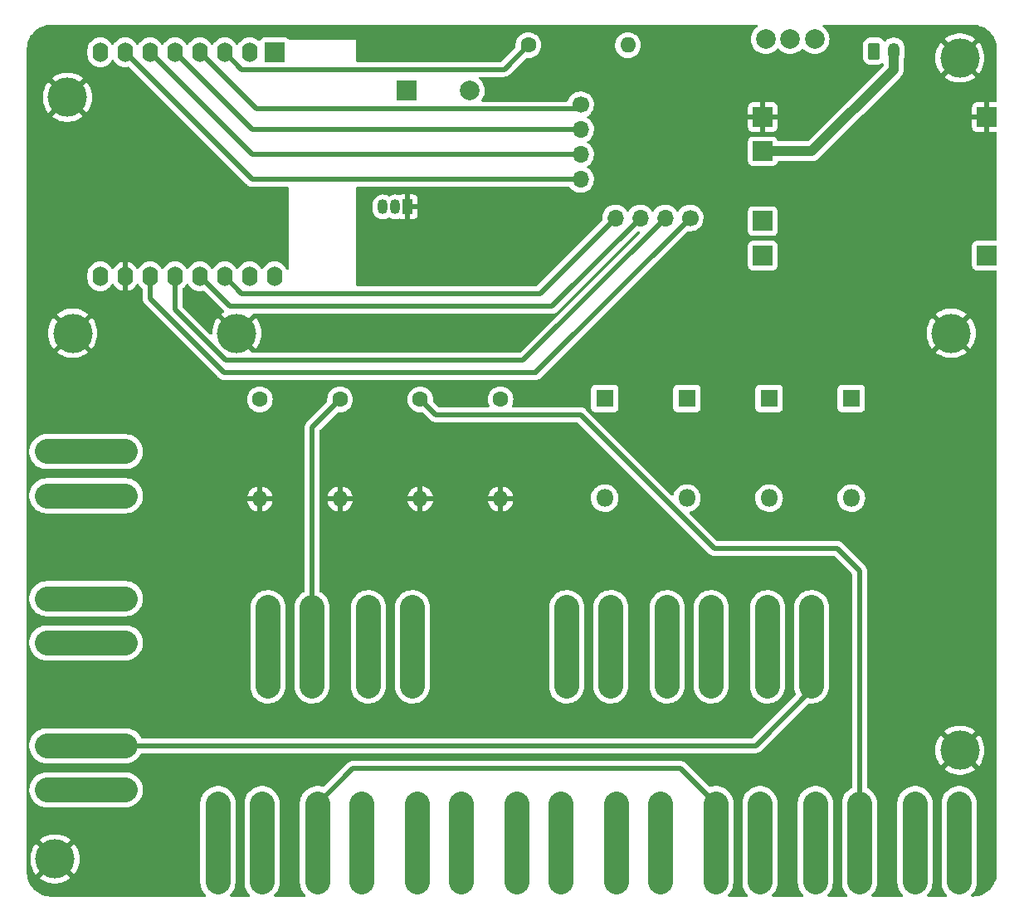
<source format=gbr>
%TF.GenerationSoftware,KiCad,Pcbnew,(6.0.2)*%
%TF.CreationDate,2023-04-25T14:42:27+02:00*%
%TF.ProjectId,piano,7069616e-6f2e-46b6-9963-61645f706362,0.2*%
%TF.SameCoordinates,Original*%
%TF.FileFunction,Copper,L2,Bot*%
%TF.FilePolarity,Positive*%
%FSLAX46Y46*%
G04 Gerber Fmt 4.6, Leading zero omitted, Abs format (unit mm)*
G04 Created by KiCad (PCBNEW (6.0.2)) date 2023-04-25 14:42:27*
%MOMM*%
%LPD*%
G01*
G04 APERTURE LIST*
G04 Aperture macros list*
%AMRoundRect*
0 Rectangle with rounded corners*
0 $1 Rounding radius*
0 $2 $3 $4 $5 $6 $7 $8 $9 X,Y pos of 4 corners*
0 Add a 4 corners polygon primitive as box body*
4,1,4,$2,$3,$4,$5,$6,$7,$8,$9,$2,$3,0*
0 Add four circle primitives for the rounded corners*
1,1,$1+$1,$2,$3*
1,1,$1+$1,$4,$5*
1,1,$1+$1,$6,$7*
1,1,$1+$1,$8,$9*
0 Add four rect primitives between the rounded corners*
20,1,$1+$1,$2,$3,$4,$5,0*
20,1,$1+$1,$4,$5,$6,$7,0*
20,1,$1+$1,$6,$7,$8,$9,0*
20,1,$1+$1,$8,$9,$2,$3,0*%
G04 Aperture macros list end*
%TA.AperFunction,ComponentPad*%
%ADD10R,1.800000X1.800000*%
%TD*%
%TA.AperFunction,ComponentPad*%
%ADD11O,1.800000X1.800000*%
%TD*%
%TA.AperFunction,ComponentPad*%
%ADD12R,2.000000X2.000000*%
%TD*%
%TA.AperFunction,ComponentPad*%
%ADD13C,2.000000*%
%TD*%
%TA.AperFunction,ComponentPad*%
%ADD14C,1.600000*%
%TD*%
%TA.AperFunction,ComponentPad*%
%ADD15O,1.600000X1.600000*%
%TD*%
%TA.AperFunction,ComponentPad*%
%ADD16C,4.000000*%
%TD*%
%TA.AperFunction,ComponentPad*%
%ADD17C,1.700000*%
%TD*%
%TA.AperFunction,ComponentPad*%
%ADD18O,1.700000X1.700000*%
%TD*%
%TA.AperFunction,ComponentPad*%
%ADD19R,1.050000X1.500000*%
%TD*%
%TA.AperFunction,ComponentPad*%
%ADD20O,1.050000X1.500000*%
%TD*%
%TA.AperFunction,ComponentPad*%
%ADD21O,1.600000X2.000000*%
%TD*%
%TA.AperFunction,ComponentPad*%
%ADD22RoundRect,0.250000X-0.350000X-0.625000X0.350000X-0.625000X0.350000X0.625000X-0.350000X0.625000X0*%
%TD*%
%TA.AperFunction,ComponentPad*%
%ADD23O,1.200000X1.750000*%
%TD*%
%TA.AperFunction,Conductor*%
%ADD24C,1.000000*%
%TD*%
%TA.AperFunction,Conductor*%
%ADD25C,0.500000*%
%TD*%
%TA.AperFunction,Conductor*%
%ADD26C,2.560000*%
%TD*%
G04 APERTURE END LIST*
D10*
%TO.P,D1,1,K*%
%TO.N,D4*%
X214626094Y-70660000D03*
D11*
%TO.P,D1,2,A*%
%TO.N,Net-(D1-Pad2)*%
X214626094Y-80820000D03*
%TD*%
D10*
%TO.P,D2,1,K*%
%TO.N,D3*%
X206240000Y-70660000D03*
D11*
%TO.P,D2,2,A*%
%TO.N,Net-(D2-Pad2)*%
X206240000Y-80820000D03*
%TD*%
D10*
%TO.P,D4,1,K*%
%TO.N,D1*%
X189467812Y-70660000D03*
D11*
%TO.P,D4,2,A*%
%TO.N,Net-(D4-Pad2)*%
X189467812Y-80820000D03*
%TD*%
D10*
%TO.P,D3,1,K*%
%TO.N,D2*%
X197853906Y-70660000D03*
D11*
%TO.P,D3,2,A*%
%TO.N,Net-(D3-Pad2)*%
X197853906Y-80820000D03*
%TD*%
D12*
%TO.P,BZ1,1,-*%
%TO.N,Net-(SW1-Pad1)*%
X169220000Y-39240000D03*
D13*
%TO.P,BZ1,2,+*%
%TO.N,Net-(BZ1-Pad2)*%
X175720000Y-39240000D03*
%TD*%
%TO.P,SW-7,1,1*%
%TO.N,Net-(D1-Pad2)*%
X221120000Y-120000000D03*
X221120000Y-112000000D03*
X221120000Y-113500000D03*
%TO.P,SW-7,2,2*%
%TO.N,D7*%
X225620000Y-120000000D03*
X225620000Y-112000000D03*
X225620000Y-113500000D03*
%TD*%
%TO.P,SW-0,1,1*%
%TO.N,Net-(D4-Pad2)*%
X150000000Y-120000000D03*
X150000000Y-112000000D03*
X150000000Y-113500000D03*
%TO.P,SW-0,2,2*%
%TO.N,D8*%
X154500000Y-120000000D03*
X154500000Y-112000000D03*
X154500000Y-113500000D03*
%TD*%
%TO.P,SW-8,2,2*%
%TO.N,D6*%
X159620000Y-93500000D03*
X159620000Y-92000000D03*
X159620000Y-100000000D03*
%TO.P,SW-8,1,1*%
%TO.N,Net-(D4-Pad2)*%
X155120000Y-93500000D03*
X155120000Y-92000000D03*
X155120000Y-100000000D03*
%TD*%
%TO.P,SW-1,1,1*%
%TO.N,Net-(D3-Pad2)*%
X160160000Y-120000000D03*
X160160000Y-112000000D03*
X160160000Y-113500000D03*
%TO.P,SW-1,2,2*%
%TO.N,D8*%
X164660000Y-120000000D03*
X164660000Y-112000000D03*
X164660000Y-113500000D03*
%TD*%
%TO.P,SW-A1,1,1*%
%TO.N,Net-(D2-Pad2)*%
X185600000Y-100000000D03*
X185600000Y-92000000D03*
X185600000Y-93500000D03*
%TO.P,SW-A1,2,2*%
%TO.N,D6*%
X190100000Y-100000000D03*
X190100000Y-92000000D03*
X190100000Y-93500000D03*
%TD*%
%TO.P,SW-3,1,1*%
%TO.N,Net-(D1-Pad2)*%
X180480000Y-120000000D03*
X180480000Y-112000000D03*
X180480000Y-113500000D03*
%TO.P,SW-3,2,2*%
%TO.N,D8*%
X184980000Y-120000000D03*
X184980000Y-112000000D03*
X184980000Y-113500000D03*
%TD*%
%TO.P,SW-5,1,1*%
%TO.N,Net-(D3-Pad2)*%
X200800000Y-120000000D03*
X200800000Y-112000000D03*
X200800000Y-113500000D03*
%TO.P,SW-5,2,2*%
%TO.N,D7*%
X205300000Y-120000000D03*
X205300000Y-112000000D03*
X205300000Y-113500000D03*
%TD*%
%TO.P,SW-D1,1,1*%
%TO.N,Net-(D3-Pad2)*%
X140560000Y-110590000D03*
X132560000Y-110590000D03*
X134060000Y-110590000D03*
%TO.P,SW-D1,2,2*%
%TO.N,D5*%
X140560000Y-106090000D03*
X132560000Y-106090000D03*
X134060000Y-106090000D03*
%TD*%
%TO.P,SW-6,1,1*%
%TO.N,Net-(D2-Pad2)*%
X210960000Y-120000000D03*
X210960000Y-112000000D03*
X210960000Y-113500000D03*
%TO.P,SW-6,2,2*%
%TO.N,D7*%
X215460000Y-120000000D03*
X215460000Y-112000000D03*
X215460000Y-113500000D03*
%TD*%
%TO.P,SW-2,1,1*%
%TO.N,Net-(D2-Pad2)*%
X170320000Y-120000000D03*
X170320000Y-112000000D03*
X170320000Y-113500000D03*
%TO.P,SW-2,2,2*%
%TO.N,D8*%
X174820000Y-120000000D03*
X174820000Y-112000000D03*
X174820000Y-113500000D03*
%TD*%
%TO.P,SW-F1,1,1*%
%TO.N,Net-(D1-Pad2)*%
X140560000Y-80590000D03*
X132560000Y-80590000D03*
X134060000Y-80590000D03*
%TO.P,SW-F1,2,2*%
%TO.N,D5*%
X140560000Y-76090000D03*
X132560000Y-76090000D03*
X134060000Y-76090000D03*
%TD*%
%TO.P,SW-B1,1,1*%
%TO.N,Net-(D1-Pad2)*%
X195840000Y-100000000D03*
X195840000Y-92000000D03*
X195840000Y-93500000D03*
%TO.P,SW-B1,2,2*%
%TO.N,D6*%
X200340000Y-100000000D03*
X200340000Y-92000000D03*
X200340000Y-93500000D03*
%TD*%
%TO.P,SW-4,1,1*%
%TO.N,Net-(D4-Pad2)*%
X190640000Y-120000000D03*
X190640000Y-112000000D03*
X190640000Y-113500000D03*
%TO.P,SW-4,2,2*%
%TO.N,D7*%
X195140000Y-120000000D03*
X195140000Y-112000000D03*
X195140000Y-113500000D03*
%TD*%
%TO.P,SW-9,1,1*%
%TO.N,Net-(D3-Pad2)*%
X165360000Y-100000000D03*
X165360000Y-92000000D03*
X165360000Y-93500000D03*
%TO.P,SW-9,2,2*%
%TO.N,D6*%
X169860000Y-100000000D03*
X169860000Y-92000000D03*
X169860000Y-93500000D03*
%TD*%
%TO.P,SW-C1,1,1*%
%TO.N,Net-(D4-Pad2)*%
X206080000Y-100000000D03*
X206080000Y-92000000D03*
X206080000Y-93500000D03*
%TO.P,SW-C1,2,2*%
%TO.N,D5*%
X210580000Y-100000000D03*
X210580000Y-92000000D03*
X210580000Y-93500000D03*
%TD*%
%TO.P,SW-E1,1,1*%
%TO.N,Net-(D2-Pad2)*%
X140560000Y-95590000D03*
X132560000Y-95590000D03*
X134060000Y-95590000D03*
%TO.P,SW-E1,2,2*%
%TO.N,D5*%
X140560000Y-91090000D03*
X132560000Y-91090000D03*
X134060000Y-91090000D03*
%TD*%
D14*
%TO.P,R1,1*%
%TO.N,D8*%
X178840000Y-70750000D03*
D15*
%TO.P,R1,2*%
%TO.N,GND*%
X178840000Y-80910000D03*
%TD*%
D16*
%TO.P,,1*%
%TO.N,GND*%
X135180000Y-64000000D03*
%TD*%
D17*
%TO.P,J3,1,Pin_1*%
%TO.N,D5*%
X187010183Y-40685172D03*
D18*
%TO.P,J3,2,Pin_2*%
%TO.N,D6*%
X187010183Y-43225172D03*
%TO.P,J3,3,Pin_3*%
%TO.N,D7*%
X187010183Y-45765172D03*
%TO.P,J3,4,Pin_4*%
%TO.N,D8*%
X187010183Y-48305172D03*
%TD*%
D14*
%TO.P,R5,1*%
%TO.N,Net-(U1-Pad3)*%
X181680000Y-34600000D03*
D15*
%TO.P,R5,2*%
%TO.N,Net-(Q1-Pad2)*%
X191840000Y-34600000D03*
%TD*%
D19*
%TO.P,Q1,1,E*%
%TO.N,GND*%
X169360000Y-51110000D03*
D20*
%TO.P,Q1,2,B*%
%TO.N,Net-(Q1-Pad2)*%
X168090000Y-51110000D03*
%TO.P,Q1,3,C*%
%TO.N,Net-(BZ1-Pad2)*%
X166820000Y-51110000D03*
%TD*%
D16*
%TO.P,,1*%
%TO.N,GND*%
X225702000Y-106558000D03*
%TD*%
D12*
%TO.P,U1,1,~{RST}*%
%TO.N,unconnected-(U1-Pad1)*%
X155780000Y-35325000D03*
D21*
%TO.P,U1,2,A0*%
%TO.N,unconnected-(U1-Pad2)*%
X153240000Y-35325000D03*
%TO.P,U1,3,D0*%
%TO.N,Net-(U1-Pad3)*%
X150700000Y-35325000D03*
%TO.P,U1,4,SCK/D5*%
%TO.N,D5*%
X148160000Y-35325000D03*
%TO.P,U1,5,MISO/D6*%
%TO.N,D6*%
X145620000Y-35325000D03*
%TO.P,U1,6,MOSI/D7*%
%TO.N,D7*%
X143080000Y-35325000D03*
%TO.P,U1,7,CS/D8*%
%TO.N,D8*%
X140540000Y-35325000D03*
%TO.P,U1,8,3V3*%
%TO.N,unconnected-(U1-Pad8)*%
X138000000Y-35325000D03*
%TO.P,U1,9,5V*%
%TO.N,Net-(SW1-Pad1)*%
X138000000Y-58185000D03*
%TO.P,U1,10,GND*%
%TO.N,GND*%
X140540000Y-58185000D03*
%TO.P,U1,11,D4*%
%TO.N,D4*%
X143080000Y-58185000D03*
%TO.P,U1,12,D3*%
%TO.N,D3*%
X145620000Y-58185000D03*
%TO.P,U1,13,SDA/D2*%
%TO.N,D2*%
X148160000Y-58185000D03*
%TO.P,U1,14,SCL/D1*%
%TO.N,D1*%
X150700000Y-58185000D03*
%TO.P,U1,15,RX*%
%TO.N,unconnected-(U1-Pad15)*%
X153240000Y-58185000D03*
%TO.P,U1,16,TX*%
%TO.N,unconnected-(U1-Pad16)*%
X155780000Y-58185000D03*
%TD*%
D22*
%TO.P,J1,1,Pin_1*%
%TO.N,Net-(J1-Pad1)*%
X216960000Y-35220000D03*
D23*
%TO.P,J1,2,Pin_2*%
%TO.N,Net-(J1-Pad2)*%
X218960000Y-35220000D03*
%TD*%
D14*
%TO.P,R4,1*%
%TO.N,D5*%
X154281717Y-70750000D03*
D15*
%TO.P,R4,2*%
%TO.N,GND*%
X154281717Y-80910000D03*
%TD*%
D16*
%TO.P,,1*%
%TO.N,GND*%
X225702000Y-35916000D03*
%TD*%
%TO.P,,1*%
%TO.N,GND*%
X133380000Y-117652000D03*
%TD*%
%TO.P,,1*%
%TO.N,GND*%
X134650000Y-39932000D03*
%TD*%
D14*
%TO.P,R2,1*%
%TO.N,D7*%
X170653905Y-70750000D03*
D15*
%TO.P,R2,2*%
%TO.N,GND*%
X170653905Y-80910000D03*
%TD*%
D14*
%TO.P,R3,1*%
%TO.N,D6*%
X162467811Y-70750000D03*
D15*
%TO.P,R3,2*%
%TO.N,GND*%
X162467811Y-80910000D03*
%TD*%
D16*
%TO.P,REF\u002A\u002A,1*%
%TO.N,GND*%
X151940000Y-64000000D03*
%TD*%
%TO.P,REF\u002A\u002A,1*%
%TO.N,GND*%
X224820000Y-64000000D03*
%TD*%
D13*
%TO.P,SW1,1,1*%
%TO.N,Net-(SW1-Pad1)*%
X205900000Y-33990000D03*
%TO.P,SW1,2,2*%
%TO.N,Net-(SW1-Pad2)*%
X208400000Y-33990000D03*
%TO.P,SW1,3,3*%
%TO.N,unconnected-(SW1-Pad3)*%
X210900000Y-33990000D03*
%TD*%
D17*
%TO.P,J2,1,Pin_1*%
%TO.N,D4*%
X198190000Y-52230000D03*
D18*
%TO.P,J2,2,Pin_2*%
%TO.N,D3*%
X195650000Y-52230000D03*
%TO.P,J2,3,Pin_3*%
%TO.N,D2*%
X193110000Y-52230000D03*
%TO.P,J2,4,Pin_4*%
%TO.N,D1*%
X190570000Y-52230000D03*
%TD*%
D12*
%TO.P,U2,1,GND*%
%TO.N,GND*%
X228460000Y-41940000D03*
%TO.P,U2,2,VIN*%
%TO.N,Net-(J4-Pad1)*%
X228460000Y-56060000D03*
%TO.P,U2,3,GND*%
%TO.N,GND*%
X205600000Y-41940000D03*
%TO.P,U2,4,B-*%
%TO.N,Net-(J1-Pad2)*%
X205600000Y-45440000D03*
%TO.P,U2,5,B+*%
%TO.N,Net-(J1-Pad1)*%
X205600000Y-52560000D03*
%TO.P,U2,6,VOUT*%
%TO.N,Net-(SW1-Pad2)*%
X205600000Y-56060000D03*
%TD*%
D24*
%TO.N,Net-(J1-Pad2)*%
X218960000Y-37095000D02*
X218960000Y-35220000D01*
X210615000Y-45440000D02*
X218960000Y-37095000D01*
X205600000Y-45440000D02*
X210615000Y-45440000D01*
D25*
%TO.N,D6*%
X159620000Y-73597811D02*
X162467811Y-70750000D01*
X159620000Y-92000000D02*
X159620000Y-73597811D01*
%TO.N,Net-(D3-Pad2)*%
X163750000Y-108410000D02*
X160160000Y-112000000D01*
X197210000Y-108410000D02*
X163750000Y-108410000D01*
X200800000Y-112000000D02*
X197210000Y-108410000D01*
%TO.N,Net-(U1-Pad3)*%
X150700000Y-35325000D02*
X152449511Y-37074511D01*
X152449511Y-37074511D02*
X179205489Y-37074511D01*
X179205489Y-37074511D02*
X181680000Y-34600000D01*
%TO.N,D4*%
X143080000Y-60441919D02*
X143080000Y-58185000D01*
X150638081Y-68000000D02*
X143080000Y-60441919D01*
X182460000Y-68000000D02*
X150638081Y-68000000D01*
%TO.N,D3*%
X145620000Y-61568397D02*
X145620000Y-58185000D01*
X150801114Y-66749511D02*
X145620000Y-61568397D01*
X181130489Y-66749511D02*
X150801114Y-66749511D01*
X195650000Y-52230000D02*
X181130489Y-66749511D01*
%TO.N,D4*%
X182460000Y-67960000D02*
X182460000Y-68000000D01*
X198190000Y-52230000D02*
X182460000Y-67960000D01*
%TO.N,D2*%
X151225489Y-61250489D02*
X148160000Y-58185000D01*
X184089511Y-61250489D02*
X151225489Y-61250489D01*
X193110000Y-52230000D02*
X184089511Y-61250489D01*
%TO.N,D1*%
X182865480Y-59934520D02*
X152449520Y-59934520D01*
X152449520Y-59934520D02*
X150700000Y-58185000D01*
X190570000Y-52230000D02*
X182865480Y-59934520D01*
%TO.N,D7*%
X172203416Y-72299511D02*
X187000655Y-72299511D01*
X200661144Y-85960000D02*
X213190000Y-85960000D01*
X213190000Y-85960000D02*
X215460000Y-88230000D01*
X215460000Y-88230000D02*
X215460000Y-112000000D01*
X170653905Y-70750000D02*
X172203416Y-72299511D01*
X187000655Y-72299511D02*
X200661144Y-85960000D01*
%TO.N,D5*%
X186565355Y-41130000D02*
X187010183Y-40685172D01*
X153965000Y-41130000D02*
X186565355Y-41130000D01*
X148160000Y-35325000D02*
X153965000Y-41130000D01*
D26*
%TO.N,D7*%
X225620000Y-112000000D02*
X225620000Y-120000000D01*
%TO.N,Net-(D1-Pad2)*%
X221120000Y-112000000D02*
X221120000Y-120000000D01*
%TO.N,D7*%
X215460000Y-112000000D02*
X215460000Y-120000000D01*
%TO.N,Net-(D2-Pad2)*%
X210960000Y-112000000D02*
X210960000Y-120000000D01*
%TO.N,D7*%
X205300000Y-112000000D02*
X205300000Y-120000000D01*
%TO.N,Net-(D3-Pad2)*%
X200800000Y-112000000D02*
X200800000Y-120000000D01*
%TO.N,D7*%
X195140000Y-112000000D02*
X195140000Y-120000000D01*
%TO.N,Net-(D4-Pad2)*%
X190640000Y-112000000D02*
X190640000Y-120000000D01*
%TO.N,D8*%
X184980000Y-112000000D02*
X184980000Y-120000000D01*
%TO.N,Net-(D1-Pad2)*%
X180480000Y-112000000D02*
X180480000Y-120000000D01*
%TO.N,D8*%
X174820000Y-112000000D02*
X174820000Y-120000000D01*
%TO.N,Net-(D2-Pad2)*%
X170320000Y-112000000D02*
X170320000Y-120000000D01*
%TO.N,D8*%
X164660000Y-112000000D02*
X164660000Y-120000000D01*
%TO.N,Net-(D3-Pad2)*%
X160160000Y-112000000D02*
X160160000Y-120000000D01*
%TO.N,D8*%
X154500000Y-120000000D02*
X154500000Y-112000000D01*
%TO.N,Net-(D4-Pad2)*%
X150000000Y-120000000D02*
X150000000Y-112000000D01*
%TO.N,Net-(D3-Pad2)*%
X132560000Y-110590000D02*
X140560000Y-110590000D01*
%TO.N,D5*%
X132560000Y-106090000D02*
X140560000Y-106090000D01*
%TO.N,Net-(D2-Pad2)*%
X132560000Y-95590000D02*
X140560000Y-95590000D01*
%TO.N,D5*%
X132560000Y-91090000D02*
X140560000Y-91090000D01*
%TO.N,Net-(D1-Pad2)*%
X132560000Y-80590000D02*
X140560000Y-80590000D01*
%TO.N,D5*%
X132560000Y-76090000D02*
X140560000Y-76090000D01*
%TO.N,Net-(D4-Pad2)*%
X155120000Y-100000000D02*
X155120000Y-92000000D01*
%TO.N,D6*%
X159620000Y-100000000D02*
X159620000Y-92000000D01*
%TO.N,Net-(D3-Pad2)*%
X165360000Y-100000000D02*
X165360000Y-92000000D01*
%TO.N,D6*%
X169860000Y-100000000D02*
X169860000Y-92000000D01*
%TO.N,D5*%
X210580000Y-100000000D02*
X210580000Y-92000000D01*
%TO.N,Net-(D4-Pad2)*%
X206080000Y-100000000D02*
X206080000Y-92000000D01*
%TO.N,D6*%
X200340000Y-100000000D02*
X200340000Y-92000000D01*
%TO.N,Net-(D1-Pad2)*%
X195840000Y-100000000D02*
X195840000Y-92000000D01*
%TO.N,D6*%
X190100000Y-100000000D02*
X190100000Y-92000000D01*
%TO.N,Net-(D2-Pad2)*%
X185600000Y-100000000D02*
X185600000Y-92000000D01*
D25*
%TO.N,D8*%
X153520172Y-48305172D02*
X140540000Y-35325000D01*
X187010183Y-48305172D02*
X153520172Y-48305172D01*
%TO.N,D7*%
X143080000Y-35325000D02*
X153520172Y-45765172D01*
X153520172Y-45765172D02*
X187010183Y-45765172D01*
%TO.N,D6*%
X153520172Y-43225172D02*
X187010183Y-43225172D01*
X145620000Y-35325000D02*
X153520172Y-43225172D01*
%TO.N,D5*%
X204860000Y-106090000D02*
X210950000Y-100000000D01*
X204860000Y-106090000D02*
X140560000Y-106090000D01*
%TD*%
%TA.AperFunction,Conductor*%
%TO.N,GND*%
G36*
X205052672Y-32528002D02*
G01*
X205099165Y-32581658D01*
X205109269Y-32651932D01*
X205079775Y-32716512D01*
X205050386Y-32741432D01*
X205014807Y-32763235D01*
X205014797Y-32763242D01*
X205010584Y-32765824D01*
X204830031Y-32920031D01*
X204675824Y-33100584D01*
X204673245Y-33104792D01*
X204673241Y-33104798D01*
X204561893Y-33286502D01*
X204551760Y-33303037D01*
X204549867Y-33307607D01*
X204549865Y-33307611D01*
X204462789Y-33517833D01*
X204460895Y-33522406D01*
X204459740Y-33527218D01*
X204428840Y-33655927D01*
X204405465Y-33753289D01*
X204386835Y-33990000D01*
X204405465Y-34226711D01*
X204406619Y-34231518D01*
X204406620Y-34231524D01*
X204432352Y-34338705D01*
X204460895Y-34457594D01*
X204462788Y-34462165D01*
X204462789Y-34462167D01*
X204549197Y-34670775D01*
X204551760Y-34676963D01*
X204554346Y-34681183D01*
X204673241Y-34875202D01*
X204673245Y-34875208D01*
X204675824Y-34879416D01*
X204830031Y-35059969D01*
X204833787Y-35063177D01*
X204854618Y-35080968D01*
X205010584Y-35214176D01*
X205014792Y-35216755D01*
X205014798Y-35216759D01*
X205129873Y-35287277D01*
X205213037Y-35338240D01*
X205217607Y-35340133D01*
X205217611Y-35340135D01*
X205427833Y-35427211D01*
X205432406Y-35429105D01*
X205495698Y-35444300D01*
X205658476Y-35483380D01*
X205658482Y-35483381D01*
X205663289Y-35484535D01*
X205900000Y-35503165D01*
X206136711Y-35484535D01*
X206141518Y-35483381D01*
X206141524Y-35483380D01*
X206304302Y-35444300D01*
X206367594Y-35429105D01*
X206372167Y-35427211D01*
X206582389Y-35340135D01*
X206582393Y-35340133D01*
X206586963Y-35338240D01*
X206670127Y-35287277D01*
X206785202Y-35216759D01*
X206785208Y-35216755D01*
X206789416Y-35214176D01*
X206945382Y-35080968D01*
X206966213Y-35063177D01*
X206969969Y-35059969D01*
X206973177Y-35056213D01*
X206973182Y-35056208D01*
X207054189Y-34961361D01*
X207113639Y-34922551D01*
X207184634Y-34922045D01*
X207245811Y-34961361D01*
X207326818Y-35056208D01*
X207326823Y-35056213D01*
X207330031Y-35059969D01*
X207333787Y-35063177D01*
X207354618Y-35080968D01*
X207510584Y-35214176D01*
X207514792Y-35216755D01*
X207514798Y-35216759D01*
X207629873Y-35287277D01*
X207713037Y-35338240D01*
X207717607Y-35340133D01*
X207717611Y-35340135D01*
X207927833Y-35427211D01*
X207932406Y-35429105D01*
X207995698Y-35444300D01*
X208158476Y-35483380D01*
X208158482Y-35483381D01*
X208163289Y-35484535D01*
X208400000Y-35503165D01*
X208636711Y-35484535D01*
X208641518Y-35483381D01*
X208641524Y-35483380D01*
X208804302Y-35444300D01*
X208867594Y-35429105D01*
X208872167Y-35427211D01*
X209082389Y-35340135D01*
X209082393Y-35340133D01*
X209086963Y-35338240D01*
X209170127Y-35287277D01*
X209285202Y-35216759D01*
X209285208Y-35216755D01*
X209289416Y-35214176D01*
X209445382Y-35080968D01*
X209466213Y-35063177D01*
X209469969Y-35059969D01*
X209473177Y-35056213D01*
X209473182Y-35056208D01*
X209554189Y-34961361D01*
X209613639Y-34922551D01*
X209684634Y-34922045D01*
X209745811Y-34961361D01*
X209826818Y-35056208D01*
X209826823Y-35056213D01*
X209830031Y-35059969D01*
X209833787Y-35063177D01*
X209854618Y-35080968D01*
X210010584Y-35214176D01*
X210014792Y-35216755D01*
X210014798Y-35216759D01*
X210129873Y-35287277D01*
X210213037Y-35338240D01*
X210217607Y-35340133D01*
X210217611Y-35340135D01*
X210427833Y-35427211D01*
X210432406Y-35429105D01*
X210495698Y-35444300D01*
X210658476Y-35483380D01*
X210658482Y-35483381D01*
X210663289Y-35484535D01*
X210900000Y-35503165D01*
X211136711Y-35484535D01*
X211141518Y-35483381D01*
X211141524Y-35483380D01*
X211304302Y-35444300D01*
X211367594Y-35429105D01*
X211372167Y-35427211D01*
X211582389Y-35340135D01*
X211582393Y-35340133D01*
X211586963Y-35338240D01*
X211670127Y-35287277D01*
X211785202Y-35216759D01*
X211785208Y-35216755D01*
X211789416Y-35214176D01*
X211945382Y-35080968D01*
X211966213Y-35063177D01*
X211969969Y-35059969D01*
X212124176Y-34879416D01*
X212126755Y-34875208D01*
X212126759Y-34875202D01*
X212245654Y-34681183D01*
X212248240Y-34676963D01*
X212250804Y-34670775D01*
X212337211Y-34462167D01*
X212337212Y-34462165D01*
X212339105Y-34457594D01*
X212367648Y-34338705D01*
X212393380Y-34231524D01*
X212393381Y-34231518D01*
X212394535Y-34226711D01*
X212413165Y-33990000D01*
X212394535Y-33753289D01*
X212371161Y-33655927D01*
X212340260Y-33527218D01*
X212339105Y-33522406D01*
X212337211Y-33517833D01*
X212250135Y-33307611D01*
X212250133Y-33307607D01*
X212248240Y-33303037D01*
X212238107Y-33286502D01*
X212126759Y-33104798D01*
X212126755Y-33104792D01*
X212124176Y-33100584D01*
X211969969Y-32920031D01*
X211789416Y-32765824D01*
X211785203Y-32763242D01*
X211785193Y-32763235D01*
X211749614Y-32741432D01*
X211701982Y-32688784D01*
X211690376Y-32618743D01*
X211718480Y-32553545D01*
X211777370Y-32513892D01*
X211815449Y-32508000D01*
X226950672Y-32508000D01*
X226970057Y-32509500D01*
X226984858Y-32511805D01*
X226984861Y-32511805D01*
X226993730Y-32513186D01*
X227010899Y-32510941D01*
X227034839Y-32510108D01*
X227292770Y-32525710D01*
X227307874Y-32527544D01*
X227378648Y-32540514D01*
X227588879Y-32579040D01*
X227603641Y-32582678D01*
X227876408Y-32667675D01*
X227890627Y-32673069D01*
X228151140Y-32790316D01*
X228164609Y-32797385D01*
X228409095Y-32945182D01*
X228421617Y-32953825D01*
X228646507Y-33130016D01*
X228657895Y-33140106D01*
X228859894Y-33342105D01*
X228869984Y-33353493D01*
X229046175Y-33578383D01*
X229054818Y-33590905D01*
X229202615Y-33835391D01*
X229209684Y-33848860D01*
X229325587Y-34106386D01*
X229326930Y-34109370D01*
X229332325Y-34123592D01*
X229411413Y-34377393D01*
X229417321Y-34396353D01*
X229420960Y-34411121D01*
X229444068Y-34537214D01*
X229472456Y-34692126D01*
X229474290Y-34707230D01*
X229489455Y-34957929D01*
X229488198Y-34984639D01*
X229488195Y-34984859D01*
X229486814Y-34993730D01*
X229487978Y-35002632D01*
X229487978Y-35002635D01*
X229490936Y-35025251D01*
X229492000Y-35041589D01*
X229492000Y-40306000D01*
X229471998Y-40374121D01*
X229418342Y-40420614D01*
X229366000Y-40432000D01*
X228732115Y-40432000D01*
X228716876Y-40436475D01*
X228715671Y-40437865D01*
X228714000Y-40445548D01*
X228714000Y-43429884D01*
X228718475Y-43445123D01*
X228719865Y-43446328D01*
X228727548Y-43447999D01*
X229366000Y-43447999D01*
X229434121Y-43468001D01*
X229480614Y-43521657D01*
X229492000Y-43573999D01*
X229492000Y-54425500D01*
X229471998Y-54493621D01*
X229418342Y-54540114D01*
X229366000Y-54551500D01*
X227411866Y-54551500D01*
X227349684Y-54558255D01*
X227213295Y-54609385D01*
X227096739Y-54696739D01*
X227009385Y-54813295D01*
X226958255Y-54949684D01*
X226951500Y-55011866D01*
X226951500Y-57108134D01*
X226958255Y-57170316D01*
X227009385Y-57306705D01*
X227096739Y-57423261D01*
X227213295Y-57510615D01*
X227349684Y-57561745D01*
X227411866Y-57568500D01*
X229366000Y-57568500D01*
X229434121Y-57588502D01*
X229480614Y-57642158D01*
X229492000Y-57694500D01*
X229492000Y-118950672D01*
X229490500Y-118970056D01*
X229486814Y-118993730D01*
X229488454Y-119006270D01*
X229489059Y-119010897D01*
X229489892Y-119034839D01*
X229474290Y-119292770D01*
X229472456Y-119307874D01*
X229421571Y-119585552D01*
X229420962Y-119588873D01*
X229417321Y-119603647D01*
X229332326Y-119876404D01*
X229326931Y-119890627D01*
X229236911Y-120090645D01*
X229209686Y-120151136D01*
X229202615Y-120164609D01*
X229054818Y-120409095D01*
X229046175Y-120421617D01*
X228869984Y-120646507D01*
X228859894Y-120657895D01*
X228657895Y-120859894D01*
X228646507Y-120869984D01*
X228421617Y-121046175D01*
X228409095Y-121054818D01*
X228164609Y-121202615D01*
X228151140Y-121209684D01*
X227890630Y-121326930D01*
X227876408Y-121332325D01*
X227603641Y-121417322D01*
X227588879Y-121420960D01*
X227378648Y-121459486D01*
X227307874Y-121472456D01*
X227292770Y-121474290D01*
X227042071Y-121489455D01*
X227015361Y-121488198D01*
X227015141Y-121488195D01*
X227006270Y-121486814D01*
X226997368Y-121487978D01*
X226997364Y-121487978D01*
X226982218Y-121489959D01*
X226912079Y-121478959D01*
X226859022Y-121431784D01*
X226839891Y-121363414D01*
X226860762Y-121295554D01*
X226881980Y-121271020D01*
X226906655Y-121248997D01*
X226906657Y-121248995D01*
X226910147Y-121245880D01*
X227080128Y-121041499D01*
X227218034Y-120814239D01*
X227237518Y-120767775D01*
X227319024Y-120573406D01*
X227319026Y-120573401D01*
X227320833Y-120569091D01*
X227386267Y-120311441D01*
X227408500Y-120090645D01*
X227408500Y-111932514D01*
X227407214Y-111915209D01*
X227394161Y-111739554D01*
X227394160Y-111739550D01*
X227393815Y-111734902D01*
X227335147Y-111475627D01*
X227328881Y-111459513D01*
X227240493Y-111232225D01*
X227240492Y-111232223D01*
X227238800Y-111227872D01*
X227235648Y-111222356D01*
X227190004Y-111142496D01*
X227106891Y-110997079D01*
X226942318Y-110788319D01*
X226748696Y-110606177D01*
X226530278Y-110454655D01*
X226497239Y-110438362D01*
X226296051Y-110339147D01*
X226296048Y-110339146D01*
X226291863Y-110337082D01*
X226234604Y-110318753D01*
X226156853Y-110293865D01*
X226038688Y-110256040D01*
X225799630Y-110217107D01*
X225780927Y-110214061D01*
X225780926Y-110214061D01*
X225776315Y-110213310D01*
X225643412Y-110211570D01*
X225515186Y-110209891D01*
X225515183Y-110209891D01*
X225510509Y-110209830D01*
X225247107Y-110245678D01*
X224991898Y-110320064D01*
X224750487Y-110431356D01*
X224700133Y-110464370D01*
X224532090Y-110574543D01*
X224532085Y-110574547D01*
X224528177Y-110577109D01*
X224524685Y-110580226D01*
X224338598Y-110746315D01*
X224329853Y-110754120D01*
X224159872Y-110958501D01*
X224021966Y-111185761D01*
X224020159Y-111190069D01*
X224020159Y-111190070D01*
X223988298Y-111266051D01*
X223919167Y-111430909D01*
X223918016Y-111435441D01*
X223918015Y-111435444D01*
X223910910Y-111463422D01*
X223853733Y-111688559D01*
X223831500Y-111909355D01*
X223831500Y-120067486D01*
X223831673Y-120069811D01*
X223831673Y-120069817D01*
X223835473Y-120120945D01*
X223846185Y-120265098D01*
X223904853Y-120524373D01*
X223906545Y-120528725D01*
X223906546Y-120528727D01*
X223955906Y-120655654D01*
X224001200Y-120772128D01*
X224003517Y-120776182D01*
X224003518Y-120776184D01*
X224025268Y-120814239D01*
X224133109Y-121002921D01*
X224297682Y-121211681D01*
X224337349Y-121248996D01*
X224364168Y-121274225D01*
X224400080Y-121335470D01*
X224397180Y-121406407D01*
X224356389Y-121464515D01*
X224290657Y-121491346D01*
X224277835Y-121492000D01*
X222464786Y-121492000D01*
X222396665Y-121471998D01*
X222350172Y-121418342D01*
X222340068Y-121348068D01*
X222369562Y-121283488D01*
X222380882Y-121272000D01*
X222410147Y-121245880D01*
X222580128Y-121041499D01*
X222718034Y-120814239D01*
X222737518Y-120767775D01*
X222819024Y-120573406D01*
X222819026Y-120573401D01*
X222820833Y-120569091D01*
X222886267Y-120311441D01*
X222908500Y-120090645D01*
X222908500Y-111932514D01*
X222907214Y-111915209D01*
X222894161Y-111739554D01*
X222894160Y-111739550D01*
X222893815Y-111734902D01*
X222835147Y-111475627D01*
X222828881Y-111459513D01*
X222740493Y-111232225D01*
X222740492Y-111232223D01*
X222738800Y-111227872D01*
X222735648Y-111222356D01*
X222690004Y-111142496D01*
X222606891Y-110997079D01*
X222442318Y-110788319D01*
X222248696Y-110606177D01*
X222030278Y-110454655D01*
X221997239Y-110438362D01*
X221796051Y-110339147D01*
X221796048Y-110339146D01*
X221791863Y-110337082D01*
X221734604Y-110318753D01*
X221656853Y-110293865D01*
X221538688Y-110256040D01*
X221299630Y-110217107D01*
X221280927Y-110214061D01*
X221280926Y-110214061D01*
X221276315Y-110213310D01*
X221143412Y-110211570D01*
X221015186Y-110209891D01*
X221015183Y-110209891D01*
X221010509Y-110209830D01*
X220747107Y-110245678D01*
X220491898Y-110320064D01*
X220250487Y-110431356D01*
X220200133Y-110464370D01*
X220032090Y-110574543D01*
X220032085Y-110574547D01*
X220028177Y-110577109D01*
X220024685Y-110580226D01*
X219838598Y-110746315D01*
X219829853Y-110754120D01*
X219659872Y-110958501D01*
X219521966Y-111185761D01*
X219520159Y-111190069D01*
X219520159Y-111190070D01*
X219488298Y-111266051D01*
X219419167Y-111430909D01*
X219418016Y-111435441D01*
X219418015Y-111435444D01*
X219410910Y-111463422D01*
X219353733Y-111688559D01*
X219331500Y-111909355D01*
X219331500Y-120067486D01*
X219331673Y-120069811D01*
X219331673Y-120069817D01*
X219335473Y-120120945D01*
X219346185Y-120265098D01*
X219404853Y-120524373D01*
X219406545Y-120528725D01*
X219406546Y-120528727D01*
X219455906Y-120655654D01*
X219501200Y-120772128D01*
X219503517Y-120776182D01*
X219503518Y-120776184D01*
X219525268Y-120814239D01*
X219633109Y-121002921D01*
X219797682Y-121211681D01*
X219837349Y-121248996D01*
X219864168Y-121274225D01*
X219900080Y-121335470D01*
X219897180Y-121406407D01*
X219856389Y-121464515D01*
X219790657Y-121491346D01*
X219777835Y-121492000D01*
X216804786Y-121492000D01*
X216736665Y-121471998D01*
X216690172Y-121418342D01*
X216680068Y-121348068D01*
X216709562Y-121283488D01*
X216720882Y-121272000D01*
X216750147Y-121245880D01*
X216920128Y-121041499D01*
X217058034Y-120814239D01*
X217077518Y-120767775D01*
X217159024Y-120573406D01*
X217159026Y-120573401D01*
X217160833Y-120569091D01*
X217226267Y-120311441D01*
X217248500Y-120090645D01*
X217248500Y-111932514D01*
X217247214Y-111915209D01*
X217234161Y-111739554D01*
X217234160Y-111739550D01*
X217233815Y-111734902D01*
X217175147Y-111475627D01*
X217168881Y-111459513D01*
X217080493Y-111232225D01*
X217080492Y-111232223D01*
X217078800Y-111227872D01*
X217075648Y-111222356D01*
X217030004Y-111142496D01*
X216946891Y-110997079D01*
X216782318Y-110788319D01*
X216588696Y-110606177D01*
X216370278Y-110454655D01*
X216319064Y-110429399D01*
X216288772Y-110414461D01*
X216236523Y-110366393D01*
X216218500Y-110301455D01*
X216218500Y-108503987D01*
X224120721Y-108503987D01*
X224129548Y-108515605D01*
X224352281Y-108677430D01*
X224358961Y-108681670D01*
X224628572Y-108829890D01*
X224635707Y-108833247D01*
X224921770Y-108946508D01*
X224929296Y-108948953D01*
X225227279Y-109025462D01*
X225235050Y-109026945D01*
X225540278Y-109065503D01*
X225548169Y-109066000D01*
X225855831Y-109066000D01*
X225863722Y-109065503D01*
X226168950Y-109026945D01*
X226176721Y-109025462D01*
X226474704Y-108948953D01*
X226482230Y-108946508D01*
X226768293Y-108833247D01*
X226775428Y-108829890D01*
X227045039Y-108681670D01*
X227051719Y-108677430D01*
X227274823Y-108515336D01*
X227283246Y-108504413D01*
X227276342Y-108491552D01*
X225714812Y-106930022D01*
X225700868Y-106922408D01*
X225699035Y-106922539D01*
X225692420Y-106926790D01*
X224127334Y-108491876D01*
X224120721Y-108503987D01*
X216218500Y-108503987D01*
X216218500Y-106561958D01*
X223189290Y-106561958D01*
X223208607Y-106868994D01*
X223209600Y-106876855D01*
X223267246Y-107179046D01*
X223269217Y-107186723D01*
X223364284Y-107479309D01*
X223367199Y-107486672D01*
X223498189Y-107765041D01*
X223502001Y-107771974D01*
X223666851Y-108031736D01*
X223671495Y-108038129D01*
X223746497Y-108128790D01*
X223759014Y-108137245D01*
X223769752Y-108131038D01*
X225329978Y-106570812D01*
X225336356Y-106559132D01*
X226066408Y-106559132D01*
X226066539Y-106560965D01*
X226070790Y-106567580D01*
X227633145Y-108129935D01*
X227646407Y-108137177D01*
X227656512Y-108129988D01*
X227732505Y-108038129D01*
X227737149Y-108031736D01*
X227901999Y-107771974D01*
X227905811Y-107765041D01*
X228036801Y-107486672D01*
X228039716Y-107479309D01*
X228134783Y-107186723D01*
X228136754Y-107179046D01*
X228194400Y-106876855D01*
X228195393Y-106868994D01*
X228214710Y-106561958D01*
X228214710Y-106554042D01*
X228195393Y-106247006D01*
X228194400Y-106239145D01*
X228136754Y-105936954D01*
X228134783Y-105929277D01*
X228039716Y-105636691D01*
X228036801Y-105629328D01*
X227905811Y-105350959D01*
X227901999Y-105344026D01*
X227737149Y-105084264D01*
X227732505Y-105077871D01*
X227657503Y-104987210D01*
X227644986Y-104978755D01*
X227634248Y-104984962D01*
X226074022Y-106545188D01*
X226066408Y-106559132D01*
X225336356Y-106559132D01*
X225337592Y-106556868D01*
X225337461Y-106555035D01*
X225333210Y-106548420D01*
X223770855Y-104986065D01*
X223757593Y-104978823D01*
X223747488Y-104986012D01*
X223671495Y-105077871D01*
X223666851Y-105084264D01*
X223502001Y-105344026D01*
X223498189Y-105350959D01*
X223367199Y-105629328D01*
X223364284Y-105636691D01*
X223269217Y-105929277D01*
X223267246Y-105936954D01*
X223209600Y-106239145D01*
X223208607Y-106247006D01*
X223189290Y-106554042D01*
X223189290Y-106561958D01*
X216218500Y-106561958D01*
X216218500Y-104611587D01*
X224120754Y-104611587D01*
X224127658Y-104624448D01*
X225689188Y-106185978D01*
X225703132Y-106193592D01*
X225704965Y-106193461D01*
X225711580Y-106189210D01*
X227276666Y-104624124D01*
X227283279Y-104612013D01*
X227274452Y-104600395D01*
X227051719Y-104438570D01*
X227045039Y-104434330D01*
X226775428Y-104286110D01*
X226768293Y-104282753D01*
X226482230Y-104169492D01*
X226474704Y-104167047D01*
X226176721Y-104090538D01*
X226168950Y-104089055D01*
X225863722Y-104050497D01*
X225855831Y-104050000D01*
X225548169Y-104050000D01*
X225540278Y-104050497D01*
X225235050Y-104089055D01*
X225227279Y-104090538D01*
X224929296Y-104167047D01*
X224921770Y-104169492D01*
X224635707Y-104282753D01*
X224628572Y-104286110D01*
X224358961Y-104434330D01*
X224352281Y-104438570D01*
X224129177Y-104600664D01*
X224120754Y-104611587D01*
X216218500Y-104611587D01*
X216218500Y-88297070D01*
X216219933Y-88278120D01*
X216222099Y-88263885D01*
X216222099Y-88263881D01*
X216223199Y-88256651D01*
X216218915Y-88203982D01*
X216218500Y-88193767D01*
X216218500Y-88185707D01*
X216215209Y-88157480D01*
X216214778Y-88153121D01*
X216209453Y-88087660D01*
X216208860Y-88080364D01*
X216206605Y-88073403D01*
X216205418Y-88067463D01*
X216204029Y-88061588D01*
X216203182Y-88054319D01*
X216178264Y-87985670D01*
X216176847Y-87981542D01*
X216156607Y-87919064D01*
X216156606Y-87919062D01*
X216154351Y-87912101D01*
X216150555Y-87905846D01*
X216148049Y-87900372D01*
X216145330Y-87894942D01*
X216142833Y-87888063D01*
X216102814Y-87827024D01*
X216100467Y-87823305D01*
X216062595Y-87760893D01*
X216055197Y-87752516D01*
X216055224Y-87752492D01*
X216052571Y-87749500D01*
X216049868Y-87746267D01*
X216045856Y-87740148D01*
X215989617Y-87686872D01*
X215987175Y-87684494D01*
X213773770Y-85471089D01*
X213761384Y-85456677D01*
X213752851Y-85445082D01*
X213752846Y-85445077D01*
X213748508Y-85439182D01*
X213742930Y-85434443D01*
X213742927Y-85434440D01*
X213708232Y-85404965D01*
X213700716Y-85398035D01*
X213695021Y-85392340D01*
X213688880Y-85387482D01*
X213672749Y-85374719D01*
X213669345Y-85371928D01*
X213619297Y-85329409D01*
X213619295Y-85329408D01*
X213613715Y-85324667D01*
X213607199Y-85321339D01*
X213602150Y-85317972D01*
X213597021Y-85314805D01*
X213591284Y-85310266D01*
X213525125Y-85279345D01*
X213521225Y-85277439D01*
X213456192Y-85244231D01*
X213449084Y-85242492D01*
X213443441Y-85240393D01*
X213437678Y-85238476D01*
X213431050Y-85235378D01*
X213359583Y-85220513D01*
X213355299Y-85219543D01*
X213284390Y-85202192D01*
X213278788Y-85201844D01*
X213278785Y-85201844D01*
X213273236Y-85201500D01*
X213273238Y-85201464D01*
X213269245Y-85201225D01*
X213265053Y-85200851D01*
X213257885Y-85199360D01*
X213191675Y-85201151D01*
X213180479Y-85201454D01*
X213177072Y-85201500D01*
X201027515Y-85201500D01*
X200959394Y-85181498D01*
X200938420Y-85164595D01*
X198165005Y-82391180D01*
X198130979Y-82328868D01*
X198136044Y-82258053D01*
X198178591Y-82201217D01*
X198217893Y-82181399D01*
X198229333Y-82177967D01*
X198369596Y-82135886D01*
X198450142Y-82096427D01*
X198572955Y-82036262D01*
X198572958Y-82036260D01*
X198577590Y-82033991D01*
X198766149Y-81899494D01*
X198930209Y-81736005D01*
X199065364Y-81547917D01*
X199112547Y-81452450D01*
X199165690Y-81344922D01*
X199165691Y-81344920D01*
X199167984Y-81340280D01*
X199235314Y-81118671D01*
X199265546Y-80889041D01*
X199267233Y-80820000D01*
X199264394Y-80785469D01*
X204827095Y-80785469D01*
X204827392Y-80790622D01*
X204827392Y-80790625D01*
X204839700Y-81004082D01*
X204840427Y-81016697D01*
X204841564Y-81021743D01*
X204841565Y-81021749D01*
X204873623Y-81164000D01*
X204891346Y-81242642D01*
X204893288Y-81247424D01*
X204893289Y-81247428D01*
X204940646Y-81364053D01*
X204978484Y-81457237D01*
X205099501Y-81654719D01*
X205251147Y-81829784D01*
X205429349Y-81977730D01*
X205629322Y-82094584D01*
X205845694Y-82177209D01*
X205850760Y-82178240D01*
X205850761Y-82178240D01*
X205903846Y-82189040D01*
X206072656Y-82223385D01*
X206203324Y-82228176D01*
X206298949Y-82231683D01*
X206298953Y-82231683D01*
X206304113Y-82231872D01*
X206309233Y-82231216D01*
X206309235Y-82231216D01*
X206382270Y-82221860D01*
X206533847Y-82202442D01*
X206538795Y-82200957D01*
X206538802Y-82200956D01*
X206750747Y-82137369D01*
X206755690Y-82135886D01*
X206836236Y-82096427D01*
X206959049Y-82036262D01*
X206959052Y-82036260D01*
X206963684Y-82033991D01*
X207152243Y-81899494D01*
X207316303Y-81736005D01*
X207451458Y-81547917D01*
X207498641Y-81452450D01*
X207551784Y-81344922D01*
X207551785Y-81344920D01*
X207554078Y-81340280D01*
X207621408Y-81118671D01*
X207651640Y-80889041D01*
X207653327Y-80820000D01*
X207650488Y-80785469D01*
X213213189Y-80785469D01*
X213213486Y-80790622D01*
X213213486Y-80790625D01*
X213225794Y-81004082D01*
X213226521Y-81016697D01*
X213227658Y-81021743D01*
X213227659Y-81021749D01*
X213259717Y-81164000D01*
X213277440Y-81242642D01*
X213279382Y-81247424D01*
X213279383Y-81247428D01*
X213326740Y-81364053D01*
X213364578Y-81457237D01*
X213485595Y-81654719D01*
X213637241Y-81829784D01*
X213815443Y-81977730D01*
X214015416Y-82094584D01*
X214231788Y-82177209D01*
X214236854Y-82178240D01*
X214236855Y-82178240D01*
X214289940Y-82189040D01*
X214458750Y-82223385D01*
X214589418Y-82228176D01*
X214685043Y-82231683D01*
X214685047Y-82231683D01*
X214690207Y-82231872D01*
X214695327Y-82231216D01*
X214695329Y-82231216D01*
X214768364Y-82221860D01*
X214919941Y-82202442D01*
X214924889Y-82200957D01*
X214924896Y-82200956D01*
X215136841Y-82137369D01*
X215141784Y-82135886D01*
X215222330Y-82096427D01*
X215345143Y-82036262D01*
X215345146Y-82036260D01*
X215349778Y-82033991D01*
X215538337Y-81899494D01*
X215702397Y-81736005D01*
X215837552Y-81547917D01*
X215884735Y-81452450D01*
X215937878Y-81344922D01*
X215937879Y-81344920D01*
X215940172Y-81340280D01*
X216007502Y-81118671D01*
X216037734Y-80889041D01*
X216039421Y-80820000D01*
X216025938Y-80656000D01*
X216020867Y-80594318D01*
X216020866Y-80594312D01*
X216020443Y-80589167D01*
X215964019Y-80364533D01*
X215952032Y-80336965D01*
X215873724Y-80156868D01*
X215873722Y-80156865D01*
X215871664Y-80152131D01*
X215745858Y-79957665D01*
X215589981Y-79786358D01*
X215585930Y-79783159D01*
X215585926Y-79783155D01*
X215412271Y-79646011D01*
X215412266Y-79646008D01*
X215408217Y-79642810D01*
X215403701Y-79640317D01*
X215403698Y-79640315D01*
X215209973Y-79533373D01*
X215209969Y-79533371D01*
X215205449Y-79530876D01*
X215200580Y-79529152D01*
X215200576Y-79529150D01*
X214991997Y-79455288D01*
X214991993Y-79455287D01*
X214987122Y-79453562D01*
X214982029Y-79452655D01*
X214982026Y-79452654D01*
X214764189Y-79413851D01*
X214764183Y-79413850D01*
X214759100Y-79412945D01*
X214686190Y-79412054D01*
X214532675Y-79410179D01*
X214532673Y-79410179D01*
X214527505Y-79410116D01*
X214298558Y-79445150D01*
X214078408Y-79517106D01*
X214073820Y-79519494D01*
X214073816Y-79519496D01*
X214047159Y-79533373D01*
X213872966Y-79624052D01*
X213868833Y-79627155D01*
X213868830Y-79627157D01*
X213691884Y-79760012D01*
X213687749Y-79763117D01*
X213675372Y-79776069D01*
X213539609Y-79918137D01*
X213527733Y-79930564D01*
X213524819Y-79934836D01*
X213524818Y-79934837D01*
X213509260Y-79957644D01*
X213397213Y-80121899D01*
X213299696Y-80331981D01*
X213237801Y-80555169D01*
X213213189Y-80785469D01*
X207650488Y-80785469D01*
X207639844Y-80656000D01*
X207634773Y-80594318D01*
X207634772Y-80594312D01*
X207634349Y-80589167D01*
X207577925Y-80364533D01*
X207565938Y-80336965D01*
X207487630Y-80156868D01*
X207487628Y-80156865D01*
X207485570Y-80152131D01*
X207359764Y-79957665D01*
X207203887Y-79786358D01*
X207199836Y-79783159D01*
X207199832Y-79783155D01*
X207026177Y-79646011D01*
X207026172Y-79646008D01*
X207022123Y-79642810D01*
X207017607Y-79640317D01*
X207017604Y-79640315D01*
X206823879Y-79533373D01*
X206823875Y-79533371D01*
X206819355Y-79530876D01*
X206814486Y-79529152D01*
X206814482Y-79529150D01*
X206605903Y-79455288D01*
X206605899Y-79455287D01*
X206601028Y-79453562D01*
X206595935Y-79452655D01*
X206595932Y-79452654D01*
X206378095Y-79413851D01*
X206378089Y-79413850D01*
X206373006Y-79412945D01*
X206300096Y-79412054D01*
X206146581Y-79410179D01*
X206146579Y-79410179D01*
X206141411Y-79410116D01*
X205912464Y-79445150D01*
X205692314Y-79517106D01*
X205687726Y-79519494D01*
X205687722Y-79519496D01*
X205661065Y-79533373D01*
X205486872Y-79624052D01*
X205482739Y-79627155D01*
X205482736Y-79627157D01*
X205305790Y-79760012D01*
X205301655Y-79763117D01*
X205289278Y-79776069D01*
X205153515Y-79918137D01*
X205141639Y-79930564D01*
X205138725Y-79934836D01*
X205138724Y-79934837D01*
X205123166Y-79957644D01*
X205011119Y-80121899D01*
X204913602Y-80331981D01*
X204851707Y-80555169D01*
X204827095Y-80785469D01*
X199264394Y-80785469D01*
X199253750Y-80656000D01*
X199248679Y-80594318D01*
X199248678Y-80594312D01*
X199248255Y-80589167D01*
X199191831Y-80364533D01*
X199179844Y-80336965D01*
X199101536Y-80156868D01*
X199101534Y-80156865D01*
X199099476Y-80152131D01*
X198973670Y-79957665D01*
X198817793Y-79786358D01*
X198813742Y-79783159D01*
X198813738Y-79783155D01*
X198640083Y-79646011D01*
X198640078Y-79646008D01*
X198636029Y-79642810D01*
X198631513Y-79640317D01*
X198631510Y-79640315D01*
X198437785Y-79533373D01*
X198437781Y-79533371D01*
X198433261Y-79530876D01*
X198428392Y-79529152D01*
X198428388Y-79529150D01*
X198219809Y-79455288D01*
X198219805Y-79455287D01*
X198214934Y-79453562D01*
X198209841Y-79452655D01*
X198209838Y-79452654D01*
X197992001Y-79413851D01*
X197991995Y-79413850D01*
X197986912Y-79412945D01*
X197914002Y-79412054D01*
X197760487Y-79410179D01*
X197760485Y-79410179D01*
X197755317Y-79410116D01*
X197526370Y-79445150D01*
X197306220Y-79517106D01*
X197301632Y-79519494D01*
X197301628Y-79519496D01*
X197274971Y-79533373D01*
X197100778Y-79624052D01*
X197096645Y-79627155D01*
X197096642Y-79627157D01*
X196919696Y-79760012D01*
X196915561Y-79763117D01*
X196903184Y-79776069D01*
X196767421Y-79918137D01*
X196755545Y-79930564D01*
X196752631Y-79934836D01*
X196752630Y-79934837D01*
X196737072Y-79957644D01*
X196625025Y-80121899D01*
X196527508Y-80331981D01*
X196526129Y-80336954D01*
X196526125Y-80336965D01*
X196493688Y-80453928D01*
X196456209Y-80514226D01*
X196392080Y-80544689D01*
X196321662Y-80535646D01*
X196283176Y-80509351D01*
X187584425Y-71810600D01*
X187572039Y-71796188D01*
X187563506Y-71784593D01*
X187563501Y-71784588D01*
X187559163Y-71778693D01*
X187553585Y-71773954D01*
X187553582Y-71773951D01*
X187518887Y-71744476D01*
X187511371Y-71737546D01*
X187505676Y-71731851D01*
X187499535Y-71726993D01*
X187483404Y-71714230D01*
X187480000Y-71711439D01*
X187429952Y-71668920D01*
X187429950Y-71668919D01*
X187424370Y-71664178D01*
X187417854Y-71660850D01*
X187412805Y-71657483D01*
X187407676Y-71654316D01*
X187401939Y-71649777D01*
X187335780Y-71618856D01*
X187331880Y-71616950D01*
X187314615Y-71608134D01*
X188059312Y-71608134D01*
X188066067Y-71670316D01*
X188117197Y-71806705D01*
X188204551Y-71923261D01*
X188321107Y-72010615D01*
X188457496Y-72061745D01*
X188519678Y-72068500D01*
X190415946Y-72068500D01*
X190478128Y-72061745D01*
X190614517Y-72010615D01*
X190731073Y-71923261D01*
X190818427Y-71806705D01*
X190869557Y-71670316D01*
X190876312Y-71608134D01*
X196445406Y-71608134D01*
X196452161Y-71670316D01*
X196503291Y-71806705D01*
X196590645Y-71923261D01*
X196707201Y-72010615D01*
X196843590Y-72061745D01*
X196905772Y-72068500D01*
X198802040Y-72068500D01*
X198864222Y-72061745D01*
X199000611Y-72010615D01*
X199117167Y-71923261D01*
X199204521Y-71806705D01*
X199255651Y-71670316D01*
X199262406Y-71608134D01*
X204831500Y-71608134D01*
X204838255Y-71670316D01*
X204889385Y-71806705D01*
X204976739Y-71923261D01*
X205093295Y-72010615D01*
X205229684Y-72061745D01*
X205291866Y-72068500D01*
X207188134Y-72068500D01*
X207250316Y-72061745D01*
X207386705Y-72010615D01*
X207503261Y-71923261D01*
X207590615Y-71806705D01*
X207641745Y-71670316D01*
X207648500Y-71608134D01*
X213217594Y-71608134D01*
X213224349Y-71670316D01*
X213275479Y-71806705D01*
X213362833Y-71923261D01*
X213479389Y-72010615D01*
X213615778Y-72061745D01*
X213677960Y-72068500D01*
X215574228Y-72068500D01*
X215636410Y-72061745D01*
X215772799Y-72010615D01*
X215889355Y-71923261D01*
X215976709Y-71806705D01*
X216027839Y-71670316D01*
X216034594Y-71608134D01*
X216034594Y-69711866D01*
X216027839Y-69649684D01*
X215976709Y-69513295D01*
X215889355Y-69396739D01*
X215772799Y-69309385D01*
X215636410Y-69258255D01*
X215574228Y-69251500D01*
X213677960Y-69251500D01*
X213615778Y-69258255D01*
X213479389Y-69309385D01*
X213362833Y-69396739D01*
X213275479Y-69513295D01*
X213224349Y-69649684D01*
X213217594Y-69711866D01*
X213217594Y-71608134D01*
X207648500Y-71608134D01*
X207648500Y-69711866D01*
X207641745Y-69649684D01*
X207590615Y-69513295D01*
X207503261Y-69396739D01*
X207386705Y-69309385D01*
X207250316Y-69258255D01*
X207188134Y-69251500D01*
X205291866Y-69251500D01*
X205229684Y-69258255D01*
X205093295Y-69309385D01*
X204976739Y-69396739D01*
X204889385Y-69513295D01*
X204838255Y-69649684D01*
X204831500Y-69711866D01*
X204831500Y-71608134D01*
X199262406Y-71608134D01*
X199262406Y-69711866D01*
X199255651Y-69649684D01*
X199204521Y-69513295D01*
X199117167Y-69396739D01*
X199000611Y-69309385D01*
X198864222Y-69258255D01*
X198802040Y-69251500D01*
X196905772Y-69251500D01*
X196843590Y-69258255D01*
X196707201Y-69309385D01*
X196590645Y-69396739D01*
X196503291Y-69513295D01*
X196452161Y-69649684D01*
X196445406Y-69711866D01*
X196445406Y-71608134D01*
X190876312Y-71608134D01*
X190876312Y-69711866D01*
X190869557Y-69649684D01*
X190818427Y-69513295D01*
X190731073Y-69396739D01*
X190614517Y-69309385D01*
X190478128Y-69258255D01*
X190415946Y-69251500D01*
X188519678Y-69251500D01*
X188457496Y-69258255D01*
X188321107Y-69309385D01*
X188204551Y-69396739D01*
X188117197Y-69513295D01*
X188066067Y-69649684D01*
X188059312Y-69711866D01*
X188059312Y-71608134D01*
X187314615Y-71608134D01*
X187266847Y-71583742D01*
X187259739Y-71582003D01*
X187254096Y-71579904D01*
X187248333Y-71577987D01*
X187241705Y-71574889D01*
X187170238Y-71560024D01*
X187165954Y-71559054D01*
X187095045Y-71541703D01*
X187089443Y-71541355D01*
X187089440Y-71541355D01*
X187083891Y-71541011D01*
X187083893Y-71540975D01*
X187079900Y-71540736D01*
X187075708Y-71540362D01*
X187068540Y-71538871D01*
X187002330Y-71540662D01*
X186991134Y-71540965D01*
X186987727Y-71541011D01*
X180112696Y-71541011D01*
X180044575Y-71521009D01*
X179998082Y-71467353D01*
X179987978Y-71397079D01*
X179998501Y-71361761D01*
X180071961Y-71204225D01*
X180071961Y-71204224D01*
X180074284Y-71199243D01*
X180133543Y-70978087D01*
X180153498Y-70750000D01*
X180133543Y-70521913D01*
X180074284Y-70300757D01*
X180071961Y-70295775D01*
X179979849Y-70098238D01*
X179979846Y-70098233D01*
X179977523Y-70093251D01*
X179846198Y-69905700D01*
X179684300Y-69743802D01*
X179679792Y-69740645D01*
X179679789Y-69740643D01*
X179539319Y-69642285D01*
X179496749Y-69612477D01*
X179491767Y-69610154D01*
X179491762Y-69610151D01*
X179294225Y-69518039D01*
X179294224Y-69518039D01*
X179289243Y-69515716D01*
X179283935Y-69514294D01*
X179283933Y-69514293D01*
X179073402Y-69457881D01*
X179073400Y-69457881D01*
X179068087Y-69456457D01*
X178840000Y-69436502D01*
X178611913Y-69456457D01*
X178606600Y-69457881D01*
X178606598Y-69457881D01*
X178396067Y-69514293D01*
X178396065Y-69514294D01*
X178390757Y-69515716D01*
X178385776Y-69518039D01*
X178385775Y-69518039D01*
X178188238Y-69610151D01*
X178188233Y-69610154D01*
X178183251Y-69612477D01*
X178140681Y-69642285D01*
X178000211Y-69740643D01*
X178000208Y-69740645D01*
X177995700Y-69743802D01*
X177833802Y-69905700D01*
X177702477Y-70093251D01*
X177700154Y-70098233D01*
X177700151Y-70098238D01*
X177608039Y-70295775D01*
X177605716Y-70300757D01*
X177546457Y-70521913D01*
X177526502Y-70750000D01*
X177546457Y-70978087D01*
X177605716Y-71199243D01*
X177608039Y-71204224D01*
X177608039Y-71204225D01*
X177681499Y-71361761D01*
X177692160Y-71431953D01*
X177663180Y-71496766D01*
X177603760Y-71535622D01*
X177567304Y-71541011D01*
X172569787Y-71541011D01*
X172501666Y-71521009D01*
X172480692Y-71504106D01*
X171989576Y-71012990D01*
X171955550Y-70950678D01*
X171953150Y-70912913D01*
X171966924Y-70755475D01*
X171967403Y-70750000D01*
X171947448Y-70521913D01*
X171888189Y-70300757D01*
X171885866Y-70295775D01*
X171793754Y-70098238D01*
X171793751Y-70098233D01*
X171791428Y-70093251D01*
X171660103Y-69905700D01*
X171498205Y-69743802D01*
X171493697Y-69740645D01*
X171493694Y-69740643D01*
X171353224Y-69642285D01*
X171310654Y-69612477D01*
X171305672Y-69610154D01*
X171305667Y-69610151D01*
X171108130Y-69518039D01*
X171108129Y-69518039D01*
X171103148Y-69515716D01*
X171097840Y-69514294D01*
X171097838Y-69514293D01*
X170887307Y-69457881D01*
X170887305Y-69457881D01*
X170881992Y-69456457D01*
X170653905Y-69436502D01*
X170425818Y-69456457D01*
X170420505Y-69457881D01*
X170420503Y-69457881D01*
X170209972Y-69514293D01*
X170209970Y-69514294D01*
X170204662Y-69515716D01*
X170199681Y-69518039D01*
X170199680Y-69518039D01*
X170002143Y-69610151D01*
X170002138Y-69610154D01*
X169997156Y-69612477D01*
X169954586Y-69642285D01*
X169814116Y-69740643D01*
X169814113Y-69740645D01*
X169809605Y-69743802D01*
X169647707Y-69905700D01*
X169516382Y-70093251D01*
X169514059Y-70098233D01*
X169514056Y-70098238D01*
X169421944Y-70295775D01*
X169419621Y-70300757D01*
X169360362Y-70521913D01*
X169340407Y-70750000D01*
X169360362Y-70978087D01*
X169419621Y-71199243D01*
X169421944Y-71204224D01*
X169421944Y-71204225D01*
X169514056Y-71401762D01*
X169514059Y-71401767D01*
X169516382Y-71406749D01*
X169579413Y-71496766D01*
X169638085Y-71580558D01*
X169647707Y-71594300D01*
X169809605Y-71756198D01*
X169814113Y-71759355D01*
X169814116Y-71759357D01*
X169841731Y-71778693D01*
X169997156Y-71887523D01*
X170002138Y-71889846D01*
X170002143Y-71889849D01*
X170199680Y-71981961D01*
X170204662Y-71984284D01*
X170209970Y-71985706D01*
X170209972Y-71985707D01*
X170420503Y-72042119D01*
X170420505Y-72042119D01*
X170425818Y-72043543D01*
X170653905Y-72063498D01*
X170659380Y-72063019D01*
X170816818Y-72049245D01*
X170886423Y-72063234D01*
X170916895Y-72085671D01*
X171619646Y-72788422D01*
X171632032Y-72802834D01*
X171640565Y-72814429D01*
X171640570Y-72814434D01*
X171644908Y-72820329D01*
X171650486Y-72825068D01*
X171650489Y-72825071D01*
X171685184Y-72854546D01*
X171692700Y-72861476D01*
X171698395Y-72867171D01*
X171701277Y-72869451D01*
X171720667Y-72884792D01*
X171724071Y-72887583D01*
X171774119Y-72930102D01*
X171779701Y-72934844D01*
X171786217Y-72938172D01*
X171791254Y-72941531D01*
X171796393Y-72944705D01*
X171802132Y-72949245D01*
X171808765Y-72952345D01*
X171868253Y-72980147D01*
X171872207Y-72982080D01*
X171937224Y-73015280D01*
X171944340Y-73017021D01*
X171949970Y-73019115D01*
X171955737Y-73021034D01*
X171962366Y-73024132D01*
X171969526Y-73025621D01*
X171969528Y-73025622D01*
X172033812Y-73038993D01*
X172038096Y-73039963D01*
X172109026Y-73057319D01*
X172114628Y-73057667D01*
X172114631Y-73057667D01*
X172120180Y-73058011D01*
X172120178Y-73058047D01*
X172124168Y-73058286D01*
X172128366Y-73058661D01*
X172135531Y-73060151D01*
X172212936Y-73058057D01*
X172216344Y-73058011D01*
X186634284Y-73058011D01*
X186702405Y-73078013D01*
X186723379Y-73094916D01*
X200077374Y-86448911D01*
X200089760Y-86463323D01*
X200098293Y-86474918D01*
X200098298Y-86474923D01*
X200102636Y-86480818D01*
X200108214Y-86485557D01*
X200108217Y-86485560D01*
X200142912Y-86515035D01*
X200150428Y-86521965D01*
X200156124Y-86527661D01*
X200158985Y-86529924D01*
X200158990Y-86529929D01*
X200178410Y-86545293D01*
X200181811Y-86548082D01*
X200237429Y-86595333D01*
X200243942Y-86598659D01*
X200248981Y-86602020D01*
X200254123Y-86605196D01*
X200259860Y-86609734D01*
X200326019Y-86640655D01*
X200329913Y-86642558D01*
X200394952Y-86675769D01*
X200402061Y-86677508D01*
X200407695Y-86679604D01*
X200413465Y-86681523D01*
X200420094Y-86684622D01*
X200427257Y-86686112D01*
X200427260Y-86686113D01*
X200477974Y-86696661D01*
X200491579Y-86699491D01*
X200495845Y-86700457D01*
X200566754Y-86717808D01*
X200572356Y-86718156D01*
X200572359Y-86718156D01*
X200577908Y-86718500D01*
X200577906Y-86718535D01*
X200581878Y-86718775D01*
X200586099Y-86719152D01*
X200593259Y-86720641D01*
X200670686Y-86718546D01*
X200674094Y-86718500D01*
X212823629Y-86718500D01*
X212891750Y-86738502D01*
X212912724Y-86755405D01*
X214664595Y-88507276D01*
X214698621Y-88569588D01*
X214701500Y-88596371D01*
X214701500Y-110299520D01*
X214681498Y-110367641D01*
X214628253Y-110413945D01*
X214595439Y-110429073D01*
X214590487Y-110431356D01*
X214540133Y-110464370D01*
X214372090Y-110574543D01*
X214372085Y-110574547D01*
X214368177Y-110577109D01*
X214364685Y-110580226D01*
X214178598Y-110746315D01*
X214169853Y-110754120D01*
X213999872Y-110958501D01*
X213861966Y-111185761D01*
X213860159Y-111190069D01*
X213860159Y-111190070D01*
X213828298Y-111266051D01*
X213759167Y-111430909D01*
X213758016Y-111435441D01*
X213758015Y-111435444D01*
X213750910Y-111463422D01*
X213693733Y-111688559D01*
X213671500Y-111909355D01*
X213671500Y-120067486D01*
X213671673Y-120069811D01*
X213671673Y-120069817D01*
X213675473Y-120120945D01*
X213686185Y-120265098D01*
X213744853Y-120524373D01*
X213746545Y-120528725D01*
X213746546Y-120528727D01*
X213795906Y-120655654D01*
X213841200Y-120772128D01*
X213843517Y-120776182D01*
X213843518Y-120776184D01*
X213865268Y-120814239D01*
X213973109Y-121002921D01*
X214137682Y-121211681D01*
X214177349Y-121248996D01*
X214204168Y-121274225D01*
X214240080Y-121335470D01*
X214237180Y-121406407D01*
X214196389Y-121464515D01*
X214130657Y-121491346D01*
X214117835Y-121492000D01*
X212304786Y-121492000D01*
X212236665Y-121471998D01*
X212190172Y-121418342D01*
X212180068Y-121348068D01*
X212209562Y-121283488D01*
X212220882Y-121272000D01*
X212250147Y-121245880D01*
X212420128Y-121041499D01*
X212558034Y-120814239D01*
X212577518Y-120767775D01*
X212659024Y-120573406D01*
X212659026Y-120573401D01*
X212660833Y-120569091D01*
X212726267Y-120311441D01*
X212748500Y-120090645D01*
X212748500Y-111932514D01*
X212747214Y-111915209D01*
X212734161Y-111739554D01*
X212734160Y-111739550D01*
X212733815Y-111734902D01*
X212675147Y-111475627D01*
X212668881Y-111459513D01*
X212580493Y-111232225D01*
X212580492Y-111232223D01*
X212578800Y-111227872D01*
X212575648Y-111222356D01*
X212530004Y-111142496D01*
X212446891Y-110997079D01*
X212282318Y-110788319D01*
X212088696Y-110606177D01*
X211870278Y-110454655D01*
X211837239Y-110438362D01*
X211636051Y-110339147D01*
X211636048Y-110339146D01*
X211631863Y-110337082D01*
X211574604Y-110318753D01*
X211496853Y-110293865D01*
X211378688Y-110256040D01*
X211139630Y-110217107D01*
X211120927Y-110214061D01*
X211120926Y-110214061D01*
X211116315Y-110213310D01*
X210983412Y-110211570D01*
X210855186Y-110209891D01*
X210855183Y-110209891D01*
X210850509Y-110209830D01*
X210587107Y-110245678D01*
X210331898Y-110320064D01*
X210090487Y-110431356D01*
X210040133Y-110464370D01*
X209872090Y-110574543D01*
X209872085Y-110574547D01*
X209868177Y-110577109D01*
X209864685Y-110580226D01*
X209678598Y-110746315D01*
X209669853Y-110754120D01*
X209499872Y-110958501D01*
X209361966Y-111185761D01*
X209360159Y-111190069D01*
X209360159Y-111190070D01*
X209328298Y-111266051D01*
X209259167Y-111430909D01*
X209258016Y-111435441D01*
X209258015Y-111435444D01*
X209250910Y-111463422D01*
X209193733Y-111688559D01*
X209171500Y-111909355D01*
X209171500Y-120067486D01*
X209171673Y-120069811D01*
X209171673Y-120069817D01*
X209175473Y-120120945D01*
X209186185Y-120265098D01*
X209244853Y-120524373D01*
X209246545Y-120528725D01*
X209246546Y-120528727D01*
X209295906Y-120655654D01*
X209341200Y-120772128D01*
X209343517Y-120776182D01*
X209343518Y-120776184D01*
X209365268Y-120814239D01*
X209473109Y-121002921D01*
X209637682Y-121211681D01*
X209677349Y-121248996D01*
X209704168Y-121274225D01*
X209740080Y-121335470D01*
X209737180Y-121406407D01*
X209696389Y-121464515D01*
X209630657Y-121491346D01*
X209617835Y-121492000D01*
X206644786Y-121492000D01*
X206576665Y-121471998D01*
X206530172Y-121418342D01*
X206520068Y-121348068D01*
X206549562Y-121283488D01*
X206560882Y-121272000D01*
X206590147Y-121245880D01*
X206760128Y-121041499D01*
X206898034Y-120814239D01*
X206917518Y-120767775D01*
X206999024Y-120573406D01*
X206999026Y-120573401D01*
X207000833Y-120569091D01*
X207066267Y-120311441D01*
X207088500Y-120090645D01*
X207088500Y-111932514D01*
X207087214Y-111915209D01*
X207074161Y-111739554D01*
X207074160Y-111739550D01*
X207073815Y-111734902D01*
X207015147Y-111475627D01*
X207008881Y-111459513D01*
X206920493Y-111232225D01*
X206920492Y-111232223D01*
X206918800Y-111227872D01*
X206915648Y-111222356D01*
X206870004Y-111142496D01*
X206786891Y-110997079D01*
X206622318Y-110788319D01*
X206428696Y-110606177D01*
X206210278Y-110454655D01*
X206177239Y-110438362D01*
X205976051Y-110339147D01*
X205976048Y-110339146D01*
X205971863Y-110337082D01*
X205914604Y-110318753D01*
X205836853Y-110293865D01*
X205718688Y-110256040D01*
X205479630Y-110217107D01*
X205460927Y-110214061D01*
X205460926Y-110214061D01*
X205456315Y-110213310D01*
X205323412Y-110211570D01*
X205195186Y-110209891D01*
X205195183Y-110209891D01*
X205190509Y-110209830D01*
X204927107Y-110245678D01*
X204671898Y-110320064D01*
X204430487Y-110431356D01*
X204380133Y-110464370D01*
X204212090Y-110574543D01*
X204212085Y-110574547D01*
X204208177Y-110577109D01*
X204204685Y-110580226D01*
X204018598Y-110746315D01*
X204009853Y-110754120D01*
X203839872Y-110958501D01*
X203701966Y-111185761D01*
X203700159Y-111190069D01*
X203700159Y-111190070D01*
X203668298Y-111266051D01*
X203599167Y-111430909D01*
X203598016Y-111435441D01*
X203598015Y-111435444D01*
X203590910Y-111463422D01*
X203533733Y-111688559D01*
X203511500Y-111909355D01*
X203511500Y-120067486D01*
X203511673Y-120069811D01*
X203511673Y-120069817D01*
X203515473Y-120120945D01*
X203526185Y-120265098D01*
X203584853Y-120524373D01*
X203586545Y-120528725D01*
X203586546Y-120528727D01*
X203635906Y-120655654D01*
X203681200Y-120772128D01*
X203683517Y-120776182D01*
X203683518Y-120776184D01*
X203705268Y-120814239D01*
X203813109Y-121002921D01*
X203977682Y-121211681D01*
X204017349Y-121248996D01*
X204044168Y-121274225D01*
X204080080Y-121335470D01*
X204077180Y-121406407D01*
X204036389Y-121464515D01*
X203970657Y-121491346D01*
X203957835Y-121492000D01*
X202144786Y-121492000D01*
X202076665Y-121471998D01*
X202030172Y-121418342D01*
X202020068Y-121348068D01*
X202049562Y-121283488D01*
X202060882Y-121272000D01*
X202090147Y-121245880D01*
X202260128Y-121041499D01*
X202398034Y-120814239D01*
X202417518Y-120767775D01*
X202499024Y-120573406D01*
X202499026Y-120573401D01*
X202500833Y-120569091D01*
X202566267Y-120311441D01*
X202588500Y-120090645D01*
X202588500Y-111932514D01*
X202587214Y-111915209D01*
X202574161Y-111739554D01*
X202574160Y-111739550D01*
X202573815Y-111734902D01*
X202515147Y-111475627D01*
X202508881Y-111459513D01*
X202420493Y-111232225D01*
X202420492Y-111232223D01*
X202418800Y-111227872D01*
X202415648Y-111222356D01*
X202370004Y-111142496D01*
X202286891Y-110997079D01*
X202122318Y-110788319D01*
X201928696Y-110606177D01*
X201710278Y-110454655D01*
X201677239Y-110438362D01*
X201476051Y-110339147D01*
X201476048Y-110339146D01*
X201471863Y-110337082D01*
X201414604Y-110318753D01*
X201336853Y-110293865D01*
X201218688Y-110256040D01*
X200979630Y-110217107D01*
X200960927Y-110214061D01*
X200960926Y-110214061D01*
X200956315Y-110213310D01*
X200823412Y-110211570D01*
X200695186Y-110209891D01*
X200695183Y-110209891D01*
X200690509Y-110209830D01*
X200427107Y-110245678D01*
X200259649Y-110294487D01*
X200188654Y-110294346D01*
X200135297Y-110262616D01*
X197793770Y-107921089D01*
X197781384Y-107906677D01*
X197772851Y-107895082D01*
X197772846Y-107895077D01*
X197768508Y-107889182D01*
X197762930Y-107884443D01*
X197762927Y-107884440D01*
X197728232Y-107854965D01*
X197720716Y-107848035D01*
X197715021Y-107842340D01*
X197698736Y-107829456D01*
X197692749Y-107824719D01*
X197689345Y-107821928D01*
X197639297Y-107779409D01*
X197639295Y-107779408D01*
X197633715Y-107774667D01*
X197627199Y-107771339D01*
X197622150Y-107767972D01*
X197617021Y-107764805D01*
X197611284Y-107760266D01*
X197545125Y-107729345D01*
X197541225Y-107727439D01*
X197476192Y-107694231D01*
X197469084Y-107692492D01*
X197463441Y-107690393D01*
X197457678Y-107688476D01*
X197451050Y-107685378D01*
X197379583Y-107670513D01*
X197375299Y-107669543D01*
X197304390Y-107652192D01*
X197298788Y-107651844D01*
X197298785Y-107651844D01*
X197293236Y-107651500D01*
X197293238Y-107651464D01*
X197289245Y-107651225D01*
X197285053Y-107650851D01*
X197277885Y-107649360D01*
X197214120Y-107651085D01*
X197200479Y-107651454D01*
X197197072Y-107651500D01*
X163817070Y-107651500D01*
X163798120Y-107650067D01*
X163783885Y-107647901D01*
X163783881Y-107647901D01*
X163776651Y-107646801D01*
X163769359Y-107647394D01*
X163769356Y-107647394D01*
X163723982Y-107651085D01*
X163713767Y-107651500D01*
X163705707Y-107651500D01*
X163702073Y-107651924D01*
X163702067Y-107651924D01*
X163689042Y-107653443D01*
X163677480Y-107654791D01*
X163673132Y-107655221D01*
X163651059Y-107657016D01*
X163607662Y-107660546D01*
X163607659Y-107660547D01*
X163600364Y-107661140D01*
X163593400Y-107663396D01*
X163587461Y-107664583D01*
X163581590Y-107665970D01*
X163574319Y-107666818D01*
X163567443Y-107669314D01*
X163567434Y-107669316D01*
X163505702Y-107691725D01*
X163501598Y-107693135D01*
X163432101Y-107715648D01*
X163425846Y-107719444D01*
X163420387Y-107721943D01*
X163414939Y-107724671D01*
X163408063Y-107727167D01*
X163347010Y-107767195D01*
X163343327Y-107769519D01*
X163285686Y-107804496D01*
X163285682Y-107804499D01*
X163280893Y-107807405D01*
X163276694Y-107811114D01*
X163276689Y-107811117D01*
X163272516Y-107814803D01*
X163272492Y-107814776D01*
X163269500Y-107817429D01*
X163266267Y-107820132D01*
X163260148Y-107824144D01*
X163230951Y-107854965D01*
X163206872Y-107880383D01*
X163204494Y-107882825D01*
X160824361Y-110262958D01*
X160762049Y-110296984D01*
X160696853Y-110293865D01*
X160578688Y-110256040D01*
X160339630Y-110217107D01*
X160320927Y-110214061D01*
X160320926Y-110214061D01*
X160316315Y-110213310D01*
X160183412Y-110211570D01*
X160055186Y-110209891D01*
X160055183Y-110209891D01*
X160050509Y-110209830D01*
X159787107Y-110245678D01*
X159531898Y-110320064D01*
X159290487Y-110431356D01*
X159240133Y-110464370D01*
X159072090Y-110574543D01*
X159072085Y-110574547D01*
X159068177Y-110577109D01*
X159064685Y-110580226D01*
X158878598Y-110746315D01*
X158869853Y-110754120D01*
X158699872Y-110958501D01*
X158561966Y-111185761D01*
X158560159Y-111190069D01*
X158560159Y-111190070D01*
X158528298Y-111266051D01*
X158459167Y-111430909D01*
X158458016Y-111435441D01*
X158458015Y-111435444D01*
X158450910Y-111463422D01*
X158393733Y-111688559D01*
X158371500Y-111909355D01*
X158371500Y-120067486D01*
X158371673Y-120069811D01*
X158371673Y-120069817D01*
X158375473Y-120120945D01*
X158386185Y-120265098D01*
X158444853Y-120524373D01*
X158446545Y-120528725D01*
X158446546Y-120528727D01*
X158495906Y-120655654D01*
X158541200Y-120772128D01*
X158543517Y-120776182D01*
X158543518Y-120776184D01*
X158565268Y-120814239D01*
X158673109Y-121002921D01*
X158837682Y-121211681D01*
X158877349Y-121248996D01*
X158904168Y-121274225D01*
X158940080Y-121335470D01*
X158937180Y-121406407D01*
X158896389Y-121464515D01*
X158830657Y-121491346D01*
X158817835Y-121492000D01*
X155844786Y-121492000D01*
X155776665Y-121471998D01*
X155730172Y-121418342D01*
X155720068Y-121348068D01*
X155749562Y-121283488D01*
X155760882Y-121272000D01*
X155790147Y-121245880D01*
X155960128Y-121041499D01*
X156098034Y-120814239D01*
X156117518Y-120767775D01*
X156199024Y-120573406D01*
X156199026Y-120573401D01*
X156200833Y-120569091D01*
X156266267Y-120311441D01*
X156288500Y-120090645D01*
X156288500Y-111932514D01*
X156287214Y-111915209D01*
X156274161Y-111739554D01*
X156274160Y-111739550D01*
X156273815Y-111734902D01*
X156215147Y-111475627D01*
X156208881Y-111459513D01*
X156120493Y-111232225D01*
X156120492Y-111232223D01*
X156118800Y-111227872D01*
X156115648Y-111222356D01*
X156070004Y-111142496D01*
X155986891Y-110997079D01*
X155822318Y-110788319D01*
X155628696Y-110606177D01*
X155410278Y-110454655D01*
X155377239Y-110438362D01*
X155176051Y-110339147D01*
X155176048Y-110339146D01*
X155171863Y-110337082D01*
X155114604Y-110318753D01*
X155036853Y-110293865D01*
X154918688Y-110256040D01*
X154679630Y-110217107D01*
X154660927Y-110214061D01*
X154660926Y-110214061D01*
X154656315Y-110213310D01*
X154523412Y-110211570D01*
X154395186Y-110209891D01*
X154395183Y-110209891D01*
X154390509Y-110209830D01*
X154127107Y-110245678D01*
X153871898Y-110320064D01*
X153630487Y-110431356D01*
X153580133Y-110464370D01*
X153412090Y-110574543D01*
X153412085Y-110574547D01*
X153408177Y-110577109D01*
X153404685Y-110580226D01*
X153218598Y-110746315D01*
X153209853Y-110754120D01*
X153039872Y-110958501D01*
X152901966Y-111185761D01*
X152900159Y-111190069D01*
X152900159Y-111190070D01*
X152868298Y-111266051D01*
X152799167Y-111430909D01*
X152798016Y-111435441D01*
X152798015Y-111435444D01*
X152790910Y-111463422D01*
X152733733Y-111688559D01*
X152711500Y-111909355D01*
X152711500Y-120067486D01*
X152711673Y-120069811D01*
X152711673Y-120069817D01*
X152715473Y-120120945D01*
X152726185Y-120265098D01*
X152784853Y-120524373D01*
X152786545Y-120528725D01*
X152786546Y-120528727D01*
X152835906Y-120655654D01*
X152881200Y-120772128D01*
X152883517Y-120776182D01*
X152883518Y-120776184D01*
X152905268Y-120814239D01*
X153013109Y-121002921D01*
X153177682Y-121211681D01*
X153217349Y-121248996D01*
X153244168Y-121274225D01*
X153280080Y-121335470D01*
X153277180Y-121406407D01*
X153236389Y-121464515D01*
X153170657Y-121491346D01*
X153157835Y-121492000D01*
X151344786Y-121492000D01*
X151276665Y-121471998D01*
X151230172Y-121418342D01*
X151220068Y-121348068D01*
X151249562Y-121283488D01*
X151260882Y-121272000D01*
X151290147Y-121245880D01*
X151460128Y-121041499D01*
X151598034Y-120814239D01*
X151617518Y-120767775D01*
X151699024Y-120573406D01*
X151699026Y-120573401D01*
X151700833Y-120569091D01*
X151766267Y-120311441D01*
X151788500Y-120090645D01*
X151788500Y-111932514D01*
X151787214Y-111915209D01*
X151774161Y-111739554D01*
X151774160Y-111739550D01*
X151773815Y-111734902D01*
X151715147Y-111475627D01*
X151708881Y-111459513D01*
X151620493Y-111232225D01*
X151620492Y-111232223D01*
X151618800Y-111227872D01*
X151615648Y-111222356D01*
X151570004Y-111142496D01*
X151486891Y-110997079D01*
X151322318Y-110788319D01*
X151128696Y-110606177D01*
X150910278Y-110454655D01*
X150877239Y-110438362D01*
X150676051Y-110339147D01*
X150676048Y-110339146D01*
X150671863Y-110337082D01*
X150614604Y-110318753D01*
X150536853Y-110293865D01*
X150418688Y-110256040D01*
X150179630Y-110217107D01*
X150160927Y-110214061D01*
X150160926Y-110214061D01*
X150156315Y-110213310D01*
X150023412Y-110211570D01*
X149895186Y-110209891D01*
X149895183Y-110209891D01*
X149890509Y-110209830D01*
X149627107Y-110245678D01*
X149371898Y-110320064D01*
X149130487Y-110431356D01*
X149080133Y-110464370D01*
X148912090Y-110574543D01*
X148912085Y-110574547D01*
X148908177Y-110577109D01*
X148904685Y-110580226D01*
X148718598Y-110746315D01*
X148709853Y-110754120D01*
X148539872Y-110958501D01*
X148401966Y-111185761D01*
X148400159Y-111190069D01*
X148400159Y-111190070D01*
X148368298Y-111266051D01*
X148299167Y-111430909D01*
X148298016Y-111435441D01*
X148298015Y-111435444D01*
X148290910Y-111463422D01*
X148233733Y-111688559D01*
X148211500Y-111909355D01*
X148211500Y-120067486D01*
X148211673Y-120069811D01*
X148211673Y-120069817D01*
X148215473Y-120120945D01*
X148226185Y-120265098D01*
X148284853Y-120524373D01*
X148286545Y-120528725D01*
X148286546Y-120528727D01*
X148335906Y-120655654D01*
X148381200Y-120772128D01*
X148383517Y-120776182D01*
X148383518Y-120776184D01*
X148405268Y-120814239D01*
X148513109Y-121002921D01*
X148677682Y-121211681D01*
X148717349Y-121248996D01*
X148744168Y-121274225D01*
X148780080Y-121335470D01*
X148777180Y-121406407D01*
X148736389Y-121464515D01*
X148670657Y-121491346D01*
X148657835Y-121492000D01*
X133049328Y-121492000D01*
X133029943Y-121490500D01*
X133015142Y-121488195D01*
X133015139Y-121488195D01*
X133006270Y-121486814D01*
X132989101Y-121489059D01*
X132965161Y-121489892D01*
X132707230Y-121474290D01*
X132692126Y-121472456D01*
X132621352Y-121459486D01*
X132411121Y-121420960D01*
X132396359Y-121417322D01*
X132123592Y-121332325D01*
X132109370Y-121326930D01*
X131848860Y-121209684D01*
X131835391Y-121202615D01*
X131590905Y-121054818D01*
X131578383Y-121046175D01*
X131353493Y-120869984D01*
X131342105Y-120859894D01*
X131140106Y-120657895D01*
X131130016Y-120646507D01*
X130953825Y-120421617D01*
X130945182Y-120409095D01*
X130797385Y-120164609D01*
X130790314Y-120151136D01*
X130763090Y-120090645D01*
X130673069Y-119890627D01*
X130667674Y-119876404D01*
X130582679Y-119603647D01*
X130581284Y-119597987D01*
X131798721Y-119597987D01*
X131807548Y-119609605D01*
X132030281Y-119771430D01*
X132036961Y-119775670D01*
X132306572Y-119923890D01*
X132313707Y-119927247D01*
X132599770Y-120040508D01*
X132607296Y-120042953D01*
X132905279Y-120119462D01*
X132913050Y-120120945D01*
X133218278Y-120159503D01*
X133226169Y-120160000D01*
X133533831Y-120160000D01*
X133541722Y-120159503D01*
X133846950Y-120120945D01*
X133854721Y-120119462D01*
X134152704Y-120042953D01*
X134160230Y-120040508D01*
X134446293Y-119927247D01*
X134453428Y-119923890D01*
X134723039Y-119775670D01*
X134729719Y-119771430D01*
X134952823Y-119609336D01*
X134961246Y-119598413D01*
X134954342Y-119585552D01*
X133392812Y-118024022D01*
X133378868Y-118016408D01*
X133377035Y-118016539D01*
X133370420Y-118020790D01*
X131805334Y-119585876D01*
X131798721Y-119597987D01*
X130581284Y-119597987D01*
X130579038Y-119588873D01*
X130578430Y-119585552D01*
X130527544Y-119307874D01*
X130525710Y-119292770D01*
X130510545Y-119042071D01*
X130511802Y-119015361D01*
X130511805Y-119015141D01*
X130513186Y-119006270D01*
X130511547Y-118993730D01*
X130509064Y-118974749D01*
X130508000Y-118958411D01*
X130508000Y-117655958D01*
X130867290Y-117655958D01*
X130886607Y-117962994D01*
X130887600Y-117970855D01*
X130945246Y-118273046D01*
X130947217Y-118280723D01*
X131042284Y-118573309D01*
X131045199Y-118580672D01*
X131176189Y-118859041D01*
X131180001Y-118865974D01*
X131344851Y-119125736D01*
X131349495Y-119132129D01*
X131424497Y-119222790D01*
X131437014Y-119231245D01*
X131447752Y-119225038D01*
X133007978Y-117664812D01*
X133014356Y-117653132D01*
X133744408Y-117653132D01*
X133744539Y-117654965D01*
X133748790Y-117661580D01*
X135311145Y-119223935D01*
X135324407Y-119231177D01*
X135334512Y-119223988D01*
X135410505Y-119132129D01*
X135415149Y-119125736D01*
X135579999Y-118865974D01*
X135583811Y-118859041D01*
X135714801Y-118580672D01*
X135717716Y-118573309D01*
X135812783Y-118280723D01*
X135814754Y-118273046D01*
X135872400Y-117970855D01*
X135873393Y-117962994D01*
X135892710Y-117655958D01*
X135892710Y-117648042D01*
X135873393Y-117341006D01*
X135872400Y-117333145D01*
X135814754Y-117030954D01*
X135812783Y-117023277D01*
X135717716Y-116730691D01*
X135714801Y-116723328D01*
X135583811Y-116444959D01*
X135579999Y-116438026D01*
X135415149Y-116178264D01*
X135410505Y-116171871D01*
X135335503Y-116081210D01*
X135322986Y-116072755D01*
X135312248Y-116078962D01*
X133752022Y-117639188D01*
X133744408Y-117653132D01*
X133014356Y-117653132D01*
X133015592Y-117650868D01*
X133015461Y-117649035D01*
X133011210Y-117642420D01*
X131448855Y-116080065D01*
X131435593Y-116072823D01*
X131425488Y-116080012D01*
X131349495Y-116171871D01*
X131344851Y-116178264D01*
X131180001Y-116438026D01*
X131176189Y-116444959D01*
X131045199Y-116723328D01*
X131042284Y-116730691D01*
X130947217Y-117023277D01*
X130945246Y-117030954D01*
X130887600Y-117333145D01*
X130886607Y-117341006D01*
X130867290Y-117648042D01*
X130867290Y-117655958D01*
X130508000Y-117655958D01*
X130508000Y-115705587D01*
X131798754Y-115705587D01*
X131805658Y-115718448D01*
X133367188Y-117279978D01*
X133381132Y-117287592D01*
X133382965Y-117287461D01*
X133389580Y-117283210D01*
X134954666Y-115718124D01*
X134961279Y-115706013D01*
X134952452Y-115694395D01*
X134729719Y-115532570D01*
X134723039Y-115528330D01*
X134453428Y-115380110D01*
X134446293Y-115376753D01*
X134160230Y-115263492D01*
X134152704Y-115261047D01*
X133854721Y-115184538D01*
X133846950Y-115183055D01*
X133541722Y-115144497D01*
X133533831Y-115144000D01*
X133226169Y-115144000D01*
X133218278Y-115144497D01*
X132913050Y-115183055D01*
X132905279Y-115184538D01*
X132607296Y-115261047D01*
X132599770Y-115263492D01*
X132313707Y-115376753D01*
X132306572Y-115380110D01*
X132036961Y-115528330D01*
X132030281Y-115532570D01*
X131807177Y-115694664D01*
X131798754Y-115705587D01*
X130508000Y-115705587D01*
X130508000Y-110699491D01*
X130769830Y-110699491D01*
X130805678Y-110962893D01*
X130880064Y-111218102D01*
X130991356Y-111459513D01*
X130993919Y-111463422D01*
X131134543Y-111677910D01*
X131134547Y-111677915D01*
X131137109Y-111681823D01*
X131314120Y-111880147D01*
X131518501Y-112050128D01*
X131745761Y-112188034D01*
X131750069Y-112189841D01*
X131750070Y-112189841D01*
X131986594Y-112289024D01*
X131986599Y-112289026D01*
X131990909Y-112290833D01*
X131995441Y-112291984D01*
X131995444Y-112291985D01*
X132123490Y-112324504D01*
X132248559Y-112356267D01*
X132469355Y-112378500D01*
X140627486Y-112378500D01*
X140629811Y-112378327D01*
X140629817Y-112378327D01*
X140820446Y-112364161D01*
X140820450Y-112364160D01*
X140825098Y-112363815D01*
X141084373Y-112305147D01*
X141118219Y-112291985D01*
X141327775Y-112210493D01*
X141327777Y-112210492D01*
X141332128Y-112208800D01*
X141365300Y-112189841D01*
X141417504Y-112160004D01*
X141562921Y-112076891D01*
X141771681Y-111912318D01*
X141953823Y-111718696D01*
X142105345Y-111500278D01*
X142107412Y-111496087D01*
X142220853Y-111266051D01*
X142220854Y-111266048D01*
X142222918Y-111261863D01*
X142247279Y-111185761D01*
X142302537Y-111013133D01*
X142303960Y-111008688D01*
X142346690Y-110746315D01*
X142348560Y-110603518D01*
X142350109Y-110485186D01*
X142350109Y-110485183D01*
X142350170Y-110480509D01*
X142314322Y-110217107D01*
X142239936Y-109961898D01*
X142128644Y-109720487D01*
X142095630Y-109670133D01*
X141985457Y-109502090D01*
X141985453Y-109502085D01*
X141982891Y-109498177D01*
X141805880Y-109299853D01*
X141601499Y-109129872D01*
X141374239Y-108991966D01*
X141369930Y-108990159D01*
X141133406Y-108890976D01*
X141133401Y-108890974D01*
X141129091Y-108889167D01*
X141124559Y-108888016D01*
X141124556Y-108888015D01*
X140996510Y-108855496D01*
X140871441Y-108823733D01*
X140650645Y-108801500D01*
X132492514Y-108801500D01*
X132490189Y-108801673D01*
X132490183Y-108801673D01*
X132299554Y-108815839D01*
X132299550Y-108815840D01*
X132294902Y-108816185D01*
X132035627Y-108874853D01*
X132031275Y-108876545D01*
X132031273Y-108876546D01*
X131792225Y-108969507D01*
X131792223Y-108969508D01*
X131787872Y-108971200D01*
X131783818Y-108973517D01*
X131783816Y-108973518D01*
X131751539Y-108991966D01*
X131557079Y-109103109D01*
X131348319Y-109267682D01*
X131166177Y-109461304D01*
X131014655Y-109679722D01*
X131012589Y-109683911D01*
X131012588Y-109683913D01*
X130996480Y-109716578D01*
X130897082Y-109918137D01*
X130816040Y-110171312D01*
X130801170Y-110262616D01*
X130782085Y-110379807D01*
X130773310Y-110433685D01*
X130773001Y-110457316D01*
X130771087Y-110603518D01*
X130769830Y-110699491D01*
X130508000Y-110699491D01*
X130508000Y-106199491D01*
X130769830Y-106199491D01*
X130805678Y-106462893D01*
X130880064Y-106718102D01*
X130991356Y-106959513D01*
X130993919Y-106963422D01*
X131134543Y-107177910D01*
X131134547Y-107177915D01*
X131137109Y-107181823D01*
X131314120Y-107380147D01*
X131518501Y-107550128D01*
X131745761Y-107688034D01*
X131750069Y-107689841D01*
X131750070Y-107689841D01*
X131986594Y-107789024D01*
X131986599Y-107789026D01*
X131990909Y-107790833D01*
X131995441Y-107791984D01*
X131995444Y-107791985D01*
X132056162Y-107807405D01*
X132248559Y-107856267D01*
X132469355Y-107878500D01*
X140627486Y-107878500D01*
X140629811Y-107878327D01*
X140629817Y-107878327D01*
X140820446Y-107864161D01*
X140820450Y-107864160D01*
X140825098Y-107863815D01*
X141084373Y-107805147D01*
X141118219Y-107791985D01*
X141327775Y-107710493D01*
X141327777Y-107710492D01*
X141332128Y-107708800D01*
X141357619Y-107694231D01*
X141428836Y-107653527D01*
X141562921Y-107576891D01*
X141771681Y-107412318D01*
X141953823Y-107218696D01*
X142105345Y-107000278D01*
X142145539Y-106918772D01*
X142193607Y-106866523D01*
X142258545Y-106848500D01*
X204792930Y-106848500D01*
X204811880Y-106849933D01*
X204826115Y-106852099D01*
X204826119Y-106852099D01*
X204833349Y-106853199D01*
X204840641Y-106852606D01*
X204840644Y-106852606D01*
X204886018Y-106848915D01*
X204896233Y-106848500D01*
X204904293Y-106848500D01*
X204917583Y-106846951D01*
X204932507Y-106845211D01*
X204936882Y-106844778D01*
X205002339Y-106839454D01*
X205002342Y-106839453D01*
X205009637Y-106838860D01*
X205016601Y-106836604D01*
X205022560Y-106835413D01*
X205028415Y-106834029D01*
X205035681Y-106833182D01*
X205104327Y-106808265D01*
X205108455Y-106806848D01*
X205170936Y-106786607D01*
X205170938Y-106786606D01*
X205177899Y-106784351D01*
X205184154Y-106780555D01*
X205189628Y-106778049D01*
X205195058Y-106775330D01*
X205201937Y-106772833D01*
X205262976Y-106732814D01*
X205266680Y-106730477D01*
X205329107Y-106692595D01*
X205337484Y-106685197D01*
X205337508Y-106685224D01*
X205340500Y-106682571D01*
X205343733Y-106679868D01*
X205349852Y-106675856D01*
X205403128Y-106619617D01*
X205405506Y-106617175D01*
X210216636Y-101806045D01*
X210278948Y-101772019D01*
X210325985Y-101770779D01*
X210419061Y-101785938D01*
X210419075Y-101785939D01*
X210423685Y-101786690D01*
X210552872Y-101788381D01*
X210684814Y-101790109D01*
X210684817Y-101790109D01*
X210689491Y-101790170D01*
X210952893Y-101754322D01*
X211208102Y-101679936D01*
X211449513Y-101568644D01*
X211499867Y-101535630D01*
X211667910Y-101425457D01*
X211667915Y-101425453D01*
X211671823Y-101422891D01*
X211870147Y-101245880D01*
X212040128Y-101041499D01*
X212178034Y-100814239D01*
X212280833Y-100569091D01*
X212346267Y-100311441D01*
X212368500Y-100090645D01*
X212368500Y-91932514D01*
X212368327Y-91930183D01*
X212354161Y-91739554D01*
X212354160Y-91739550D01*
X212353815Y-91734902D01*
X212295147Y-91475627D01*
X212205972Y-91246315D01*
X212200493Y-91232225D01*
X212200492Y-91232223D01*
X212198800Y-91227872D01*
X212185228Y-91204125D01*
X212069210Y-91001137D01*
X212066891Y-90997079D01*
X211902318Y-90788319D01*
X211708696Y-90606177D01*
X211490278Y-90454655D01*
X211486087Y-90452588D01*
X211256051Y-90339147D01*
X211256048Y-90339146D01*
X211251863Y-90337082D01*
X211194604Y-90318753D01*
X211003133Y-90257463D01*
X211003135Y-90257463D01*
X210998688Y-90256040D01*
X210780384Y-90220487D01*
X210740927Y-90214061D01*
X210740926Y-90214061D01*
X210736315Y-90213310D01*
X210603412Y-90211570D01*
X210475186Y-90209891D01*
X210475183Y-90209891D01*
X210470509Y-90209830D01*
X210207107Y-90245678D01*
X209951898Y-90320064D01*
X209710487Y-90431356D01*
X209670391Y-90457644D01*
X209492090Y-90574543D01*
X209492085Y-90574547D01*
X209488177Y-90577109D01*
X209484685Y-90580226D01*
X209331323Y-90717107D01*
X209289853Y-90754120D01*
X209119872Y-90958501D01*
X208981966Y-91185761D01*
X208980159Y-91190069D01*
X208980159Y-91190070D01*
X208954640Y-91250927D01*
X208879167Y-91430909D01*
X208813733Y-91688559D01*
X208791500Y-91909355D01*
X208791500Y-100067486D01*
X208791673Y-100069811D01*
X208791673Y-100069817D01*
X208792987Y-100087491D01*
X208806185Y-100265098D01*
X208864853Y-100524373D01*
X208961200Y-100772128D01*
X208963521Y-100776189D01*
X208965810Y-100780195D01*
X208982245Y-100849263D01*
X208958729Y-100916252D01*
X208945510Y-100931809D01*
X204582724Y-105294595D01*
X204520412Y-105328621D01*
X204493629Y-105331500D01*
X142260480Y-105331500D01*
X142192359Y-105311498D01*
X142146055Y-105258253D01*
X142130602Y-105224734D01*
X142130601Y-105224733D01*
X142128644Y-105220487D01*
X142035141Y-105077871D01*
X141985457Y-105002090D01*
X141985453Y-105002085D01*
X141982891Y-104998177D01*
X141805880Y-104799853D01*
X141601499Y-104629872D01*
X141374239Y-104491966D01*
X141369930Y-104490159D01*
X141133406Y-104390976D01*
X141133401Y-104390974D01*
X141129091Y-104389167D01*
X141124559Y-104388016D01*
X141124556Y-104388015D01*
X140996510Y-104355496D01*
X140871441Y-104323733D01*
X140650645Y-104301500D01*
X132492514Y-104301500D01*
X132490189Y-104301673D01*
X132490183Y-104301673D01*
X132299554Y-104315839D01*
X132299550Y-104315840D01*
X132294902Y-104316185D01*
X132035627Y-104374853D01*
X132031275Y-104376545D01*
X132031273Y-104376546D01*
X131792225Y-104469507D01*
X131792223Y-104469508D01*
X131787872Y-104471200D01*
X131783818Y-104473517D01*
X131783816Y-104473518D01*
X131751539Y-104491966D01*
X131557079Y-104603109D01*
X131348319Y-104767682D01*
X131166177Y-104961304D01*
X131014655Y-105179722D01*
X131012589Y-105183911D01*
X131012588Y-105183913D01*
X130939807Y-105331500D01*
X130897082Y-105418137D01*
X130816040Y-105671312D01*
X130773310Y-105933685D01*
X130773249Y-105938362D01*
X130769965Y-106189210D01*
X130769830Y-106199491D01*
X130508000Y-106199491D01*
X130508000Y-100067486D01*
X153331500Y-100067486D01*
X153331673Y-100069811D01*
X153331673Y-100069817D01*
X153332987Y-100087491D01*
X153346185Y-100265098D01*
X153404853Y-100524373D01*
X153501200Y-100772128D01*
X153503517Y-100776182D01*
X153503518Y-100776184D01*
X153525268Y-100814239D01*
X153633109Y-101002921D01*
X153797682Y-101211681D01*
X153991304Y-101393823D01*
X154209722Y-101545345D01*
X154213911Y-101547411D01*
X154213913Y-101547412D01*
X154443949Y-101660853D01*
X154443952Y-101660854D01*
X154448137Y-101662918D01*
X154452580Y-101664340D01*
X154452582Y-101664341D01*
X154574724Y-101703439D01*
X154701312Y-101743960D01*
X154768806Y-101754952D01*
X154959073Y-101785939D01*
X154959074Y-101785939D01*
X154963685Y-101786690D01*
X155096588Y-101788430D01*
X155224814Y-101790109D01*
X155224817Y-101790109D01*
X155229491Y-101790170D01*
X155492893Y-101754322D01*
X155748102Y-101679936D01*
X155989513Y-101568644D01*
X156039867Y-101535630D01*
X156207910Y-101425457D01*
X156207915Y-101425453D01*
X156211823Y-101422891D01*
X156410147Y-101245880D01*
X156580128Y-101041499D01*
X156718034Y-100814239D01*
X156820833Y-100569091D01*
X156886267Y-100311441D01*
X156908500Y-100090645D01*
X156908500Y-100067486D01*
X157831500Y-100067486D01*
X157831673Y-100069811D01*
X157831673Y-100069817D01*
X157832987Y-100087491D01*
X157846185Y-100265098D01*
X157904853Y-100524373D01*
X158001200Y-100772128D01*
X158003517Y-100776182D01*
X158003518Y-100776184D01*
X158025268Y-100814239D01*
X158133109Y-101002921D01*
X158297682Y-101211681D01*
X158491304Y-101393823D01*
X158709722Y-101545345D01*
X158713911Y-101547411D01*
X158713913Y-101547412D01*
X158943949Y-101660853D01*
X158943952Y-101660854D01*
X158948137Y-101662918D01*
X158952580Y-101664340D01*
X158952582Y-101664341D01*
X159074724Y-101703439D01*
X159201312Y-101743960D01*
X159268806Y-101754952D01*
X159459073Y-101785939D01*
X159459074Y-101785939D01*
X159463685Y-101786690D01*
X159596588Y-101788430D01*
X159724814Y-101790109D01*
X159724817Y-101790109D01*
X159729491Y-101790170D01*
X159992893Y-101754322D01*
X160248102Y-101679936D01*
X160489513Y-101568644D01*
X160539867Y-101535630D01*
X160707910Y-101425457D01*
X160707915Y-101425453D01*
X160711823Y-101422891D01*
X160910147Y-101245880D01*
X161080128Y-101041499D01*
X161218034Y-100814239D01*
X161320833Y-100569091D01*
X161386267Y-100311441D01*
X161408500Y-100090645D01*
X161408500Y-100067486D01*
X163571500Y-100067486D01*
X163571673Y-100069811D01*
X163571673Y-100069817D01*
X163572987Y-100087491D01*
X163586185Y-100265098D01*
X163644853Y-100524373D01*
X163741200Y-100772128D01*
X163743517Y-100776182D01*
X163743518Y-100776184D01*
X163765268Y-100814239D01*
X163873109Y-101002921D01*
X164037682Y-101211681D01*
X164231304Y-101393823D01*
X164449722Y-101545345D01*
X164453911Y-101547411D01*
X164453913Y-101547412D01*
X164683949Y-101660853D01*
X164683952Y-101660854D01*
X164688137Y-101662918D01*
X164692580Y-101664340D01*
X164692582Y-101664341D01*
X164814724Y-101703439D01*
X164941312Y-101743960D01*
X165008806Y-101754952D01*
X165199073Y-101785939D01*
X165199074Y-101785939D01*
X165203685Y-101786690D01*
X165336588Y-101788430D01*
X165464814Y-101790109D01*
X165464817Y-101790109D01*
X165469491Y-101790170D01*
X165732893Y-101754322D01*
X165988102Y-101679936D01*
X166229513Y-101568644D01*
X166279867Y-101535630D01*
X166447910Y-101425457D01*
X166447915Y-101425453D01*
X166451823Y-101422891D01*
X166650147Y-101245880D01*
X166820128Y-101041499D01*
X166958034Y-100814239D01*
X167060833Y-100569091D01*
X167126267Y-100311441D01*
X167148500Y-100090645D01*
X167148500Y-100067486D01*
X168071500Y-100067486D01*
X168071673Y-100069811D01*
X168071673Y-100069817D01*
X168072987Y-100087491D01*
X168086185Y-100265098D01*
X168144853Y-100524373D01*
X168241200Y-100772128D01*
X168243517Y-100776182D01*
X168243518Y-100776184D01*
X168265268Y-100814239D01*
X168373109Y-101002921D01*
X168537682Y-101211681D01*
X168731304Y-101393823D01*
X168949722Y-101545345D01*
X168953911Y-101547411D01*
X168953913Y-101547412D01*
X169183949Y-101660853D01*
X169183952Y-101660854D01*
X169188137Y-101662918D01*
X169192580Y-101664340D01*
X169192582Y-101664341D01*
X169314724Y-101703439D01*
X169441312Y-101743960D01*
X169508806Y-101754952D01*
X169699073Y-101785939D01*
X169699074Y-101785939D01*
X169703685Y-101786690D01*
X169836588Y-101788430D01*
X169964814Y-101790109D01*
X169964817Y-101790109D01*
X169969491Y-101790170D01*
X170232893Y-101754322D01*
X170488102Y-101679936D01*
X170729513Y-101568644D01*
X170779867Y-101535630D01*
X170947910Y-101425457D01*
X170947915Y-101425453D01*
X170951823Y-101422891D01*
X171150147Y-101245880D01*
X171320128Y-101041499D01*
X171458034Y-100814239D01*
X171560833Y-100569091D01*
X171626267Y-100311441D01*
X171648500Y-100090645D01*
X171648500Y-100067486D01*
X183811500Y-100067486D01*
X183811673Y-100069811D01*
X183811673Y-100069817D01*
X183812987Y-100087491D01*
X183826185Y-100265098D01*
X183884853Y-100524373D01*
X183981200Y-100772128D01*
X183983517Y-100776182D01*
X183983518Y-100776184D01*
X184005268Y-100814239D01*
X184113109Y-101002921D01*
X184277682Y-101211681D01*
X184471304Y-101393823D01*
X184689722Y-101545345D01*
X184693911Y-101547411D01*
X184693913Y-101547412D01*
X184923949Y-101660853D01*
X184923952Y-101660854D01*
X184928137Y-101662918D01*
X184932580Y-101664340D01*
X184932582Y-101664341D01*
X185054724Y-101703439D01*
X185181312Y-101743960D01*
X185248806Y-101754952D01*
X185439073Y-101785939D01*
X185439074Y-101785939D01*
X185443685Y-101786690D01*
X185576588Y-101788430D01*
X185704814Y-101790109D01*
X185704817Y-101790109D01*
X185709491Y-101790170D01*
X185972893Y-101754322D01*
X186228102Y-101679936D01*
X186469513Y-101568644D01*
X186519867Y-101535630D01*
X186687910Y-101425457D01*
X186687915Y-101425453D01*
X186691823Y-101422891D01*
X186890147Y-101245880D01*
X187060128Y-101041499D01*
X187198034Y-100814239D01*
X187300833Y-100569091D01*
X187366267Y-100311441D01*
X187388500Y-100090645D01*
X187388500Y-100067486D01*
X188311500Y-100067486D01*
X188311673Y-100069811D01*
X188311673Y-100069817D01*
X188312987Y-100087491D01*
X188326185Y-100265098D01*
X188384853Y-100524373D01*
X188481200Y-100772128D01*
X188483517Y-100776182D01*
X188483518Y-100776184D01*
X188505268Y-100814239D01*
X188613109Y-101002921D01*
X188777682Y-101211681D01*
X188971304Y-101393823D01*
X189189722Y-101545345D01*
X189193911Y-101547411D01*
X189193913Y-101547412D01*
X189423949Y-101660853D01*
X189423952Y-101660854D01*
X189428137Y-101662918D01*
X189432580Y-101664340D01*
X189432582Y-101664341D01*
X189554724Y-101703439D01*
X189681312Y-101743960D01*
X189748806Y-101754952D01*
X189939073Y-101785939D01*
X189939074Y-101785939D01*
X189943685Y-101786690D01*
X190076588Y-101788430D01*
X190204814Y-101790109D01*
X190204817Y-101790109D01*
X190209491Y-101790170D01*
X190472893Y-101754322D01*
X190728102Y-101679936D01*
X190969513Y-101568644D01*
X191019867Y-101535630D01*
X191187910Y-101425457D01*
X191187915Y-101425453D01*
X191191823Y-101422891D01*
X191390147Y-101245880D01*
X191560128Y-101041499D01*
X191698034Y-100814239D01*
X191800833Y-100569091D01*
X191866267Y-100311441D01*
X191888500Y-100090645D01*
X191888500Y-100067486D01*
X194051500Y-100067486D01*
X194051673Y-100069811D01*
X194051673Y-100069817D01*
X194052987Y-100087491D01*
X194066185Y-100265098D01*
X194124853Y-100524373D01*
X194221200Y-100772128D01*
X194223517Y-100776182D01*
X194223518Y-100776184D01*
X194245268Y-100814239D01*
X194353109Y-101002921D01*
X194517682Y-101211681D01*
X194711304Y-101393823D01*
X194929722Y-101545345D01*
X194933911Y-101547411D01*
X194933913Y-101547412D01*
X195163949Y-101660853D01*
X195163952Y-101660854D01*
X195168137Y-101662918D01*
X195172580Y-101664340D01*
X195172582Y-101664341D01*
X195294724Y-101703439D01*
X195421312Y-101743960D01*
X195488806Y-101754952D01*
X195679073Y-101785939D01*
X195679074Y-101785939D01*
X195683685Y-101786690D01*
X195816588Y-101788430D01*
X195944814Y-101790109D01*
X195944817Y-101790109D01*
X195949491Y-101790170D01*
X196212893Y-101754322D01*
X196468102Y-101679936D01*
X196709513Y-101568644D01*
X196759867Y-101535630D01*
X196927910Y-101425457D01*
X196927915Y-101425453D01*
X196931823Y-101422891D01*
X197130147Y-101245880D01*
X197300128Y-101041499D01*
X197438034Y-100814239D01*
X197540833Y-100569091D01*
X197606267Y-100311441D01*
X197628500Y-100090645D01*
X197628500Y-100067486D01*
X198551500Y-100067486D01*
X198551673Y-100069811D01*
X198551673Y-100069817D01*
X198552987Y-100087491D01*
X198566185Y-100265098D01*
X198624853Y-100524373D01*
X198721200Y-100772128D01*
X198723517Y-100776182D01*
X198723518Y-100776184D01*
X198745268Y-100814239D01*
X198853109Y-101002921D01*
X199017682Y-101211681D01*
X199211304Y-101393823D01*
X199429722Y-101545345D01*
X199433911Y-101547411D01*
X199433913Y-101547412D01*
X199663949Y-101660853D01*
X199663952Y-101660854D01*
X199668137Y-101662918D01*
X199672580Y-101664340D01*
X199672582Y-101664341D01*
X199794724Y-101703439D01*
X199921312Y-101743960D01*
X199988806Y-101754952D01*
X200179073Y-101785939D01*
X200179074Y-101785939D01*
X200183685Y-101786690D01*
X200316588Y-101788430D01*
X200444814Y-101790109D01*
X200444817Y-101790109D01*
X200449491Y-101790170D01*
X200712893Y-101754322D01*
X200968102Y-101679936D01*
X201209513Y-101568644D01*
X201259867Y-101535630D01*
X201427910Y-101425457D01*
X201427915Y-101425453D01*
X201431823Y-101422891D01*
X201630147Y-101245880D01*
X201800128Y-101041499D01*
X201938034Y-100814239D01*
X202040833Y-100569091D01*
X202106267Y-100311441D01*
X202128500Y-100090645D01*
X202128500Y-100067486D01*
X204291500Y-100067486D01*
X204291673Y-100069811D01*
X204291673Y-100069817D01*
X204292987Y-100087491D01*
X204306185Y-100265098D01*
X204364853Y-100524373D01*
X204461200Y-100772128D01*
X204463517Y-100776182D01*
X204463518Y-100776184D01*
X204485268Y-100814239D01*
X204593109Y-101002921D01*
X204757682Y-101211681D01*
X204951304Y-101393823D01*
X205169722Y-101545345D01*
X205173911Y-101547411D01*
X205173913Y-101547412D01*
X205403949Y-101660853D01*
X205403952Y-101660854D01*
X205408137Y-101662918D01*
X205412580Y-101664340D01*
X205412582Y-101664341D01*
X205534724Y-101703439D01*
X205661312Y-101743960D01*
X205728806Y-101754952D01*
X205919073Y-101785939D01*
X205919074Y-101785939D01*
X205923685Y-101786690D01*
X206056588Y-101788430D01*
X206184814Y-101790109D01*
X206184817Y-101790109D01*
X206189491Y-101790170D01*
X206452893Y-101754322D01*
X206708102Y-101679936D01*
X206949513Y-101568644D01*
X206999867Y-101535630D01*
X207167910Y-101425457D01*
X207167915Y-101425453D01*
X207171823Y-101422891D01*
X207370147Y-101245880D01*
X207540128Y-101041499D01*
X207678034Y-100814239D01*
X207780833Y-100569091D01*
X207846267Y-100311441D01*
X207868500Y-100090645D01*
X207868500Y-91932514D01*
X207868327Y-91930183D01*
X207854161Y-91739554D01*
X207854160Y-91739550D01*
X207853815Y-91734902D01*
X207795147Y-91475627D01*
X207705972Y-91246315D01*
X207700493Y-91232225D01*
X207700492Y-91232223D01*
X207698800Y-91227872D01*
X207685228Y-91204125D01*
X207569210Y-91001137D01*
X207566891Y-90997079D01*
X207402318Y-90788319D01*
X207208696Y-90606177D01*
X206990278Y-90454655D01*
X206986087Y-90452588D01*
X206756051Y-90339147D01*
X206756048Y-90339146D01*
X206751863Y-90337082D01*
X206694604Y-90318753D01*
X206503133Y-90257463D01*
X206503135Y-90257463D01*
X206498688Y-90256040D01*
X206280384Y-90220487D01*
X206240927Y-90214061D01*
X206240926Y-90214061D01*
X206236315Y-90213310D01*
X206103412Y-90211570D01*
X205975186Y-90209891D01*
X205975183Y-90209891D01*
X205970509Y-90209830D01*
X205707107Y-90245678D01*
X205451898Y-90320064D01*
X205210487Y-90431356D01*
X205170391Y-90457644D01*
X204992090Y-90574543D01*
X204992085Y-90574547D01*
X204988177Y-90577109D01*
X204984685Y-90580226D01*
X204831323Y-90717107D01*
X204789853Y-90754120D01*
X204619872Y-90958501D01*
X204481966Y-91185761D01*
X204480159Y-91190069D01*
X204480159Y-91190070D01*
X204454640Y-91250927D01*
X204379167Y-91430909D01*
X204313733Y-91688559D01*
X204291500Y-91909355D01*
X204291500Y-100067486D01*
X202128500Y-100067486D01*
X202128500Y-91932514D01*
X202128327Y-91930183D01*
X202114161Y-91739554D01*
X202114160Y-91739550D01*
X202113815Y-91734902D01*
X202055147Y-91475627D01*
X201965972Y-91246315D01*
X201960493Y-91232225D01*
X201960492Y-91232223D01*
X201958800Y-91227872D01*
X201945228Y-91204125D01*
X201829210Y-91001137D01*
X201826891Y-90997079D01*
X201662318Y-90788319D01*
X201468696Y-90606177D01*
X201250278Y-90454655D01*
X201246087Y-90452588D01*
X201016051Y-90339147D01*
X201016048Y-90339146D01*
X201011863Y-90337082D01*
X200954604Y-90318753D01*
X200763133Y-90257463D01*
X200763135Y-90257463D01*
X200758688Y-90256040D01*
X200540384Y-90220487D01*
X200500927Y-90214061D01*
X200500926Y-90214061D01*
X200496315Y-90213310D01*
X200363412Y-90211570D01*
X200235186Y-90209891D01*
X200235183Y-90209891D01*
X200230509Y-90209830D01*
X199967107Y-90245678D01*
X199711898Y-90320064D01*
X199470487Y-90431356D01*
X199430391Y-90457644D01*
X199252090Y-90574543D01*
X199252085Y-90574547D01*
X199248177Y-90577109D01*
X199244685Y-90580226D01*
X199091323Y-90717107D01*
X199049853Y-90754120D01*
X198879872Y-90958501D01*
X198741966Y-91185761D01*
X198740159Y-91190069D01*
X198740159Y-91190070D01*
X198714640Y-91250927D01*
X198639167Y-91430909D01*
X198573733Y-91688559D01*
X198551500Y-91909355D01*
X198551500Y-100067486D01*
X197628500Y-100067486D01*
X197628500Y-91932514D01*
X197628327Y-91930183D01*
X197614161Y-91739554D01*
X197614160Y-91739550D01*
X197613815Y-91734902D01*
X197555147Y-91475627D01*
X197465972Y-91246315D01*
X197460493Y-91232225D01*
X197460492Y-91232223D01*
X197458800Y-91227872D01*
X197445228Y-91204125D01*
X197329210Y-91001137D01*
X197326891Y-90997079D01*
X197162318Y-90788319D01*
X196968696Y-90606177D01*
X196750278Y-90454655D01*
X196746087Y-90452588D01*
X196516051Y-90339147D01*
X196516048Y-90339146D01*
X196511863Y-90337082D01*
X196454604Y-90318753D01*
X196263133Y-90257463D01*
X196263135Y-90257463D01*
X196258688Y-90256040D01*
X196040384Y-90220487D01*
X196000927Y-90214061D01*
X196000926Y-90214061D01*
X195996315Y-90213310D01*
X195863412Y-90211570D01*
X195735186Y-90209891D01*
X195735183Y-90209891D01*
X195730509Y-90209830D01*
X195467107Y-90245678D01*
X195211898Y-90320064D01*
X194970487Y-90431356D01*
X194930391Y-90457644D01*
X194752090Y-90574543D01*
X194752085Y-90574547D01*
X194748177Y-90577109D01*
X194744685Y-90580226D01*
X194591323Y-90717107D01*
X194549853Y-90754120D01*
X194379872Y-90958501D01*
X194241966Y-91185761D01*
X194240159Y-91190069D01*
X194240159Y-91190070D01*
X194214640Y-91250927D01*
X194139167Y-91430909D01*
X194073733Y-91688559D01*
X194051500Y-91909355D01*
X194051500Y-100067486D01*
X191888500Y-100067486D01*
X191888500Y-91932514D01*
X191888327Y-91930183D01*
X191874161Y-91739554D01*
X191874160Y-91739550D01*
X191873815Y-91734902D01*
X191815147Y-91475627D01*
X191725972Y-91246315D01*
X191720493Y-91232225D01*
X191720492Y-91232223D01*
X191718800Y-91227872D01*
X191705228Y-91204125D01*
X191589210Y-91001137D01*
X191586891Y-90997079D01*
X191422318Y-90788319D01*
X191228696Y-90606177D01*
X191010278Y-90454655D01*
X191006087Y-90452588D01*
X190776051Y-90339147D01*
X190776048Y-90339146D01*
X190771863Y-90337082D01*
X190714604Y-90318753D01*
X190523133Y-90257463D01*
X190523135Y-90257463D01*
X190518688Y-90256040D01*
X190300384Y-90220487D01*
X190260927Y-90214061D01*
X190260926Y-90214061D01*
X190256315Y-90213310D01*
X190123412Y-90211570D01*
X189995186Y-90209891D01*
X189995183Y-90209891D01*
X189990509Y-90209830D01*
X189727107Y-90245678D01*
X189471898Y-90320064D01*
X189230487Y-90431356D01*
X189190391Y-90457644D01*
X189012090Y-90574543D01*
X189012085Y-90574547D01*
X189008177Y-90577109D01*
X189004685Y-90580226D01*
X188851323Y-90717107D01*
X188809853Y-90754120D01*
X188639872Y-90958501D01*
X188501966Y-91185761D01*
X188500159Y-91190069D01*
X188500159Y-91190070D01*
X188474640Y-91250927D01*
X188399167Y-91430909D01*
X188333733Y-91688559D01*
X188311500Y-91909355D01*
X188311500Y-100067486D01*
X187388500Y-100067486D01*
X187388500Y-91932514D01*
X187388327Y-91930183D01*
X187374161Y-91739554D01*
X187374160Y-91739550D01*
X187373815Y-91734902D01*
X187315147Y-91475627D01*
X187225972Y-91246315D01*
X187220493Y-91232225D01*
X187220492Y-91232223D01*
X187218800Y-91227872D01*
X187205228Y-91204125D01*
X187089210Y-91001137D01*
X187086891Y-90997079D01*
X186922318Y-90788319D01*
X186728696Y-90606177D01*
X186510278Y-90454655D01*
X186506087Y-90452588D01*
X186276051Y-90339147D01*
X186276048Y-90339146D01*
X186271863Y-90337082D01*
X186214604Y-90318753D01*
X186023133Y-90257463D01*
X186023135Y-90257463D01*
X186018688Y-90256040D01*
X185800384Y-90220487D01*
X185760927Y-90214061D01*
X185760926Y-90214061D01*
X185756315Y-90213310D01*
X185623412Y-90211570D01*
X185495186Y-90209891D01*
X185495183Y-90209891D01*
X185490509Y-90209830D01*
X185227107Y-90245678D01*
X184971898Y-90320064D01*
X184730487Y-90431356D01*
X184690391Y-90457644D01*
X184512090Y-90574543D01*
X184512085Y-90574547D01*
X184508177Y-90577109D01*
X184504685Y-90580226D01*
X184351323Y-90717107D01*
X184309853Y-90754120D01*
X184139872Y-90958501D01*
X184001966Y-91185761D01*
X184000159Y-91190069D01*
X184000159Y-91190070D01*
X183974640Y-91250927D01*
X183899167Y-91430909D01*
X183833733Y-91688559D01*
X183811500Y-91909355D01*
X183811500Y-100067486D01*
X171648500Y-100067486D01*
X171648500Y-91932514D01*
X171648327Y-91930183D01*
X171634161Y-91739554D01*
X171634160Y-91739550D01*
X171633815Y-91734902D01*
X171575147Y-91475627D01*
X171485972Y-91246315D01*
X171480493Y-91232225D01*
X171480492Y-91232223D01*
X171478800Y-91227872D01*
X171465228Y-91204125D01*
X171349210Y-91001137D01*
X171346891Y-90997079D01*
X171182318Y-90788319D01*
X170988696Y-90606177D01*
X170770278Y-90454655D01*
X170766087Y-90452588D01*
X170536051Y-90339147D01*
X170536048Y-90339146D01*
X170531863Y-90337082D01*
X170474604Y-90318753D01*
X170283133Y-90257463D01*
X170283135Y-90257463D01*
X170278688Y-90256040D01*
X170060384Y-90220487D01*
X170020927Y-90214061D01*
X170020926Y-90214061D01*
X170016315Y-90213310D01*
X169883412Y-90211570D01*
X169755186Y-90209891D01*
X169755183Y-90209891D01*
X169750509Y-90209830D01*
X169487107Y-90245678D01*
X169231898Y-90320064D01*
X168990487Y-90431356D01*
X168950391Y-90457644D01*
X168772090Y-90574543D01*
X168772085Y-90574547D01*
X168768177Y-90577109D01*
X168764685Y-90580226D01*
X168611323Y-90717107D01*
X168569853Y-90754120D01*
X168399872Y-90958501D01*
X168261966Y-91185761D01*
X168260159Y-91190069D01*
X168260159Y-91190070D01*
X168234640Y-91250927D01*
X168159167Y-91430909D01*
X168093733Y-91688559D01*
X168071500Y-91909355D01*
X168071500Y-100067486D01*
X167148500Y-100067486D01*
X167148500Y-91932514D01*
X167148327Y-91930183D01*
X167134161Y-91739554D01*
X167134160Y-91739550D01*
X167133815Y-91734902D01*
X167075147Y-91475627D01*
X166985972Y-91246315D01*
X166980493Y-91232225D01*
X166980492Y-91232223D01*
X166978800Y-91227872D01*
X166965228Y-91204125D01*
X166849210Y-91001137D01*
X166846891Y-90997079D01*
X166682318Y-90788319D01*
X166488696Y-90606177D01*
X166270278Y-90454655D01*
X166266087Y-90452588D01*
X166036051Y-90339147D01*
X166036048Y-90339146D01*
X166031863Y-90337082D01*
X165974604Y-90318753D01*
X165783133Y-90257463D01*
X165783135Y-90257463D01*
X165778688Y-90256040D01*
X165560384Y-90220487D01*
X165520927Y-90214061D01*
X165520926Y-90214061D01*
X165516315Y-90213310D01*
X165383412Y-90211570D01*
X165255186Y-90209891D01*
X165255183Y-90209891D01*
X165250509Y-90209830D01*
X164987107Y-90245678D01*
X164731898Y-90320064D01*
X164490487Y-90431356D01*
X164450391Y-90457644D01*
X164272090Y-90574543D01*
X164272085Y-90574547D01*
X164268177Y-90577109D01*
X164264685Y-90580226D01*
X164111323Y-90717107D01*
X164069853Y-90754120D01*
X163899872Y-90958501D01*
X163761966Y-91185761D01*
X163760159Y-91190069D01*
X163760159Y-91190070D01*
X163734640Y-91250927D01*
X163659167Y-91430909D01*
X163593733Y-91688559D01*
X163571500Y-91909355D01*
X163571500Y-100067486D01*
X161408500Y-100067486D01*
X161408500Y-91932514D01*
X161408327Y-91930183D01*
X161394161Y-91739554D01*
X161394160Y-91739550D01*
X161393815Y-91734902D01*
X161335147Y-91475627D01*
X161245972Y-91246315D01*
X161240493Y-91232225D01*
X161240492Y-91232223D01*
X161238800Y-91227872D01*
X161225228Y-91204125D01*
X161109210Y-91001137D01*
X161106891Y-90997079D01*
X160942318Y-90788319D01*
X160748696Y-90606177D01*
X160530278Y-90454655D01*
X160479064Y-90429399D01*
X160448772Y-90414461D01*
X160396523Y-90366393D01*
X160378500Y-90301455D01*
X160378500Y-81176522D01*
X161185084Y-81176522D01*
X161232575Y-81353761D01*
X161236321Y-81364053D01*
X161328397Y-81561511D01*
X161333880Y-81571007D01*
X161458839Y-81749467D01*
X161465895Y-81757875D01*
X161619936Y-81911916D01*
X161628344Y-81918972D01*
X161806804Y-82043931D01*
X161816300Y-82049414D01*
X162013758Y-82141490D01*
X162024050Y-82145236D01*
X162196314Y-82191394D01*
X162210410Y-82191058D01*
X162213811Y-82183116D01*
X162213811Y-82177967D01*
X162721811Y-82177967D01*
X162725784Y-82191498D01*
X162734333Y-82192727D01*
X162911572Y-82145236D01*
X162921864Y-82141490D01*
X163119322Y-82049414D01*
X163128818Y-82043931D01*
X163307278Y-81918972D01*
X163315686Y-81911916D01*
X163469727Y-81757875D01*
X163476783Y-81749467D01*
X163601742Y-81571007D01*
X163607225Y-81561511D01*
X163699301Y-81364053D01*
X163703047Y-81353761D01*
X163749205Y-81181497D01*
X163749086Y-81176522D01*
X169371178Y-81176522D01*
X169418669Y-81353761D01*
X169422415Y-81364053D01*
X169514491Y-81561511D01*
X169519974Y-81571007D01*
X169644933Y-81749467D01*
X169651989Y-81757875D01*
X169806030Y-81911916D01*
X169814438Y-81918972D01*
X169992898Y-82043931D01*
X170002394Y-82049414D01*
X170199852Y-82141490D01*
X170210144Y-82145236D01*
X170382408Y-82191394D01*
X170396504Y-82191058D01*
X170399905Y-82183116D01*
X170399905Y-82177967D01*
X170907905Y-82177967D01*
X170911878Y-82191498D01*
X170920427Y-82192727D01*
X171097666Y-82145236D01*
X171107958Y-82141490D01*
X171305416Y-82049414D01*
X171314912Y-82043931D01*
X171493372Y-81918972D01*
X171501780Y-81911916D01*
X171655821Y-81757875D01*
X171662877Y-81749467D01*
X171787836Y-81571007D01*
X171793319Y-81561511D01*
X171885395Y-81364053D01*
X171889141Y-81353761D01*
X171935299Y-81181497D01*
X171935180Y-81176522D01*
X177557273Y-81176522D01*
X177604764Y-81353761D01*
X177608510Y-81364053D01*
X177700586Y-81561511D01*
X177706069Y-81571007D01*
X177831028Y-81749467D01*
X177838084Y-81757875D01*
X177992125Y-81911916D01*
X178000533Y-81918972D01*
X178178993Y-82043931D01*
X178188489Y-82049414D01*
X178385947Y-82141490D01*
X178396239Y-82145236D01*
X178568503Y-82191394D01*
X178582599Y-82191058D01*
X178586000Y-82183116D01*
X178586000Y-82177967D01*
X179094000Y-82177967D01*
X179097973Y-82191498D01*
X179106522Y-82192727D01*
X179283761Y-82145236D01*
X179294053Y-82141490D01*
X179491511Y-82049414D01*
X179501007Y-82043931D01*
X179679467Y-81918972D01*
X179687875Y-81911916D01*
X179841916Y-81757875D01*
X179848972Y-81749467D01*
X179973931Y-81571007D01*
X179979414Y-81561511D01*
X180071490Y-81364053D01*
X180075236Y-81353761D01*
X180121394Y-81181497D01*
X180121058Y-81167401D01*
X180113116Y-81164000D01*
X179112115Y-81164000D01*
X179096876Y-81168475D01*
X179095671Y-81169865D01*
X179094000Y-81177548D01*
X179094000Y-82177967D01*
X178586000Y-82177967D01*
X178586000Y-81182115D01*
X178581525Y-81166876D01*
X178580135Y-81165671D01*
X178572452Y-81164000D01*
X177572033Y-81164000D01*
X177558502Y-81167973D01*
X177557273Y-81176522D01*
X171935180Y-81176522D01*
X171934963Y-81167401D01*
X171927021Y-81164000D01*
X170926020Y-81164000D01*
X170910781Y-81168475D01*
X170909576Y-81169865D01*
X170907905Y-81177548D01*
X170907905Y-82177967D01*
X170399905Y-82177967D01*
X170399905Y-81182115D01*
X170395430Y-81166876D01*
X170394040Y-81165671D01*
X170386357Y-81164000D01*
X169385938Y-81164000D01*
X169372407Y-81167973D01*
X169371178Y-81176522D01*
X163749086Y-81176522D01*
X163748869Y-81167401D01*
X163740927Y-81164000D01*
X162739926Y-81164000D01*
X162724687Y-81168475D01*
X162723482Y-81169865D01*
X162721811Y-81177548D01*
X162721811Y-82177967D01*
X162213811Y-82177967D01*
X162213811Y-81182115D01*
X162209336Y-81166876D01*
X162207946Y-81165671D01*
X162200263Y-81164000D01*
X161199844Y-81164000D01*
X161186313Y-81167973D01*
X161185084Y-81176522D01*
X160378500Y-81176522D01*
X160378500Y-80785469D01*
X188054907Y-80785469D01*
X188055204Y-80790622D01*
X188055204Y-80790625D01*
X188067512Y-81004082D01*
X188068239Y-81016697D01*
X188069376Y-81021743D01*
X188069377Y-81021749D01*
X188101435Y-81164000D01*
X188119158Y-81242642D01*
X188121100Y-81247424D01*
X188121101Y-81247428D01*
X188168458Y-81364053D01*
X188206296Y-81457237D01*
X188327313Y-81654719D01*
X188478959Y-81829784D01*
X188657161Y-81977730D01*
X188857134Y-82094584D01*
X189073506Y-82177209D01*
X189078572Y-82178240D01*
X189078573Y-82178240D01*
X189131658Y-82189040D01*
X189300468Y-82223385D01*
X189431136Y-82228176D01*
X189526761Y-82231683D01*
X189526765Y-82231683D01*
X189531925Y-82231872D01*
X189537045Y-82231216D01*
X189537047Y-82231216D01*
X189610082Y-82221860D01*
X189761659Y-82202442D01*
X189766607Y-82200957D01*
X189766614Y-82200956D01*
X189978559Y-82137369D01*
X189983502Y-82135886D01*
X190064048Y-82096427D01*
X190186861Y-82036262D01*
X190186864Y-82036260D01*
X190191496Y-82033991D01*
X190380055Y-81899494D01*
X190544115Y-81736005D01*
X190679270Y-81547917D01*
X190726453Y-81452450D01*
X190779596Y-81344922D01*
X190779597Y-81344920D01*
X190781890Y-81340280D01*
X190849220Y-81118671D01*
X190879452Y-80889041D01*
X190881139Y-80820000D01*
X190867656Y-80656000D01*
X190862585Y-80594318D01*
X190862584Y-80594312D01*
X190862161Y-80589167D01*
X190805737Y-80364533D01*
X190793750Y-80336965D01*
X190715442Y-80156868D01*
X190715440Y-80156865D01*
X190713382Y-80152131D01*
X190587576Y-79957665D01*
X190431699Y-79786358D01*
X190427648Y-79783159D01*
X190427644Y-79783155D01*
X190253989Y-79646011D01*
X190253984Y-79646008D01*
X190249935Y-79642810D01*
X190245419Y-79640317D01*
X190245416Y-79640315D01*
X190051691Y-79533373D01*
X190051687Y-79533371D01*
X190047167Y-79530876D01*
X190042298Y-79529152D01*
X190042294Y-79529150D01*
X189833715Y-79455288D01*
X189833711Y-79455287D01*
X189828840Y-79453562D01*
X189823747Y-79452655D01*
X189823744Y-79452654D01*
X189605907Y-79413851D01*
X189605901Y-79413850D01*
X189600818Y-79412945D01*
X189527908Y-79412054D01*
X189374393Y-79410179D01*
X189374391Y-79410179D01*
X189369223Y-79410116D01*
X189140276Y-79445150D01*
X188920126Y-79517106D01*
X188915538Y-79519494D01*
X188915534Y-79519496D01*
X188888877Y-79533373D01*
X188714684Y-79624052D01*
X188710551Y-79627155D01*
X188710548Y-79627157D01*
X188533602Y-79760012D01*
X188529467Y-79763117D01*
X188517090Y-79776069D01*
X188381327Y-79918137D01*
X188369451Y-79930564D01*
X188366537Y-79934836D01*
X188366536Y-79934837D01*
X188350978Y-79957644D01*
X188238931Y-80121899D01*
X188141414Y-80331981D01*
X188079519Y-80555169D01*
X188054907Y-80785469D01*
X160378500Y-80785469D01*
X160378500Y-80638503D01*
X161186417Y-80638503D01*
X161186753Y-80652599D01*
X161194695Y-80656000D01*
X162195696Y-80656000D01*
X162210935Y-80651525D01*
X162212140Y-80650135D01*
X162213811Y-80642452D01*
X162213811Y-80637885D01*
X162721811Y-80637885D01*
X162726286Y-80653124D01*
X162727676Y-80654329D01*
X162735359Y-80656000D01*
X163735778Y-80656000D01*
X163749309Y-80652027D01*
X163750538Y-80643478D01*
X163749205Y-80638503D01*
X169372511Y-80638503D01*
X169372847Y-80652599D01*
X169380789Y-80656000D01*
X170381790Y-80656000D01*
X170397029Y-80651525D01*
X170398234Y-80650135D01*
X170399905Y-80642452D01*
X170399905Y-80637885D01*
X170907905Y-80637885D01*
X170912380Y-80653124D01*
X170913770Y-80654329D01*
X170921453Y-80656000D01*
X171921872Y-80656000D01*
X171935403Y-80652027D01*
X171936632Y-80643478D01*
X171935299Y-80638503D01*
X177558606Y-80638503D01*
X177558942Y-80652599D01*
X177566884Y-80656000D01*
X178567885Y-80656000D01*
X178583124Y-80651525D01*
X178584329Y-80650135D01*
X178586000Y-80642452D01*
X178586000Y-80637885D01*
X179094000Y-80637885D01*
X179098475Y-80653124D01*
X179099865Y-80654329D01*
X179107548Y-80656000D01*
X180107967Y-80656000D01*
X180121498Y-80652027D01*
X180122727Y-80643478D01*
X180075236Y-80466239D01*
X180071490Y-80455947D01*
X179979414Y-80258489D01*
X179973931Y-80248993D01*
X179848972Y-80070533D01*
X179841916Y-80062125D01*
X179687875Y-79908084D01*
X179679467Y-79901028D01*
X179501007Y-79776069D01*
X179491511Y-79770586D01*
X179294053Y-79678510D01*
X179283761Y-79674764D01*
X179111497Y-79628606D01*
X179097401Y-79628942D01*
X179094000Y-79636884D01*
X179094000Y-80637885D01*
X178586000Y-80637885D01*
X178586000Y-79642033D01*
X178582027Y-79628502D01*
X178573478Y-79627273D01*
X178396239Y-79674764D01*
X178385947Y-79678510D01*
X178188489Y-79770586D01*
X178178993Y-79776069D01*
X178000533Y-79901028D01*
X177992125Y-79908084D01*
X177838084Y-80062125D01*
X177831028Y-80070533D01*
X177706069Y-80248993D01*
X177700586Y-80258489D01*
X177608510Y-80455947D01*
X177604764Y-80466239D01*
X177558606Y-80638503D01*
X171935299Y-80638503D01*
X171889141Y-80466239D01*
X171885395Y-80455947D01*
X171793319Y-80258489D01*
X171787836Y-80248993D01*
X171662877Y-80070533D01*
X171655821Y-80062125D01*
X171501780Y-79908084D01*
X171493372Y-79901028D01*
X171314912Y-79776069D01*
X171305416Y-79770586D01*
X171107958Y-79678510D01*
X171097666Y-79674764D01*
X170925402Y-79628606D01*
X170911306Y-79628942D01*
X170907905Y-79636884D01*
X170907905Y-80637885D01*
X170399905Y-80637885D01*
X170399905Y-79642033D01*
X170395932Y-79628502D01*
X170387383Y-79627273D01*
X170210144Y-79674764D01*
X170199852Y-79678510D01*
X170002394Y-79770586D01*
X169992898Y-79776069D01*
X169814438Y-79901028D01*
X169806030Y-79908084D01*
X169651989Y-80062125D01*
X169644933Y-80070533D01*
X169519974Y-80248993D01*
X169514491Y-80258489D01*
X169422415Y-80455947D01*
X169418669Y-80466239D01*
X169372511Y-80638503D01*
X163749205Y-80638503D01*
X163703047Y-80466239D01*
X163699301Y-80455947D01*
X163607225Y-80258489D01*
X163601742Y-80248993D01*
X163476783Y-80070533D01*
X163469727Y-80062125D01*
X163315686Y-79908084D01*
X163307278Y-79901028D01*
X163128818Y-79776069D01*
X163119322Y-79770586D01*
X162921864Y-79678510D01*
X162911572Y-79674764D01*
X162739308Y-79628606D01*
X162725212Y-79628942D01*
X162721811Y-79636884D01*
X162721811Y-80637885D01*
X162213811Y-80637885D01*
X162213811Y-79642033D01*
X162209838Y-79628502D01*
X162201289Y-79627273D01*
X162024050Y-79674764D01*
X162013758Y-79678510D01*
X161816300Y-79770586D01*
X161806804Y-79776069D01*
X161628344Y-79901028D01*
X161619936Y-79908084D01*
X161465895Y-80062125D01*
X161458839Y-80070533D01*
X161333880Y-80248993D01*
X161328397Y-80258489D01*
X161236321Y-80455947D01*
X161232575Y-80466239D01*
X161186417Y-80638503D01*
X160378500Y-80638503D01*
X160378500Y-73964182D01*
X160398502Y-73896061D01*
X160415405Y-73875087D01*
X162204821Y-72085671D01*
X162267133Y-72051645D01*
X162304898Y-72049245D01*
X162462336Y-72063019D01*
X162467811Y-72063498D01*
X162695898Y-72043543D01*
X162701211Y-72042119D01*
X162701213Y-72042119D01*
X162911744Y-71985707D01*
X162911746Y-71985706D01*
X162917054Y-71984284D01*
X162922036Y-71981961D01*
X163119573Y-71889849D01*
X163119578Y-71889846D01*
X163124560Y-71887523D01*
X163279985Y-71778693D01*
X163307600Y-71759357D01*
X163307603Y-71759355D01*
X163312111Y-71756198D01*
X163474009Y-71594300D01*
X163483632Y-71580558D01*
X163542303Y-71496766D01*
X163605334Y-71406749D01*
X163607657Y-71401767D01*
X163607660Y-71401762D01*
X163699772Y-71204225D01*
X163699772Y-71204224D01*
X163702095Y-71199243D01*
X163761354Y-70978087D01*
X163781309Y-70750000D01*
X163761354Y-70521913D01*
X163702095Y-70300757D01*
X163699772Y-70295775D01*
X163607660Y-70098238D01*
X163607657Y-70098233D01*
X163605334Y-70093251D01*
X163474009Y-69905700D01*
X163312111Y-69743802D01*
X163307603Y-69740645D01*
X163307600Y-69740643D01*
X163167130Y-69642285D01*
X163124560Y-69612477D01*
X163119578Y-69610154D01*
X163119573Y-69610151D01*
X162922036Y-69518039D01*
X162922035Y-69518039D01*
X162917054Y-69515716D01*
X162911746Y-69514294D01*
X162911744Y-69514293D01*
X162701213Y-69457881D01*
X162701211Y-69457881D01*
X162695898Y-69456457D01*
X162467811Y-69436502D01*
X162239724Y-69456457D01*
X162234411Y-69457881D01*
X162234409Y-69457881D01*
X162023878Y-69514293D01*
X162023876Y-69514294D01*
X162018568Y-69515716D01*
X162013587Y-69518039D01*
X162013586Y-69518039D01*
X161816049Y-69610151D01*
X161816044Y-69610154D01*
X161811062Y-69612477D01*
X161768492Y-69642285D01*
X161628022Y-69740643D01*
X161628019Y-69740645D01*
X161623511Y-69743802D01*
X161461613Y-69905700D01*
X161330288Y-70093251D01*
X161327965Y-70098233D01*
X161327962Y-70098238D01*
X161235850Y-70295775D01*
X161233527Y-70300757D01*
X161174268Y-70521913D01*
X161154313Y-70750000D01*
X161154792Y-70755475D01*
X161168566Y-70912913D01*
X161154577Y-70982518D01*
X161132140Y-71012990D01*
X159131089Y-73014041D01*
X159116677Y-73026427D01*
X159105082Y-73034960D01*
X159105077Y-73034965D01*
X159099182Y-73039303D01*
X159094443Y-73044881D01*
X159094440Y-73044884D01*
X159064965Y-73079579D01*
X159058035Y-73087095D01*
X159052340Y-73092790D01*
X159050060Y-73095672D01*
X159034719Y-73115062D01*
X159031928Y-73118466D01*
X158989409Y-73168514D01*
X158984667Y-73174096D01*
X158981339Y-73180612D01*
X158977972Y-73185661D01*
X158974805Y-73190790D01*
X158970266Y-73196527D01*
X158939345Y-73262686D01*
X158937442Y-73266580D01*
X158904231Y-73331619D01*
X158902492Y-73338727D01*
X158900393Y-73344370D01*
X158898476Y-73350133D01*
X158895378Y-73356761D01*
X158893888Y-73363923D01*
X158893888Y-73363924D01*
X158880514Y-73428223D01*
X158879544Y-73432507D01*
X158862192Y-73503421D01*
X158861500Y-73514575D01*
X158861464Y-73514573D01*
X158861225Y-73518566D01*
X158860851Y-73522758D01*
X158859360Y-73529926D01*
X158859558Y-73537243D01*
X158861454Y-73607332D01*
X158861500Y-73610739D01*
X158861500Y-90299520D01*
X158841498Y-90367641D01*
X158788253Y-90413945D01*
X158769519Y-90422582D01*
X158750487Y-90431356D01*
X158710391Y-90457644D01*
X158532090Y-90574543D01*
X158532085Y-90574547D01*
X158528177Y-90577109D01*
X158524685Y-90580226D01*
X158371323Y-90717107D01*
X158329853Y-90754120D01*
X158159872Y-90958501D01*
X158021966Y-91185761D01*
X158020159Y-91190069D01*
X158020159Y-91190070D01*
X157994640Y-91250927D01*
X157919167Y-91430909D01*
X157853733Y-91688559D01*
X157831500Y-91909355D01*
X157831500Y-100067486D01*
X156908500Y-100067486D01*
X156908500Y-91932514D01*
X156908327Y-91930183D01*
X156894161Y-91739554D01*
X156894160Y-91739550D01*
X156893815Y-91734902D01*
X156835147Y-91475627D01*
X156745972Y-91246315D01*
X156740493Y-91232225D01*
X156740492Y-91232223D01*
X156738800Y-91227872D01*
X156725228Y-91204125D01*
X156609210Y-91001137D01*
X156606891Y-90997079D01*
X156442318Y-90788319D01*
X156248696Y-90606177D01*
X156030278Y-90454655D01*
X156026087Y-90452588D01*
X155796051Y-90339147D01*
X155796048Y-90339146D01*
X155791863Y-90337082D01*
X155734604Y-90318753D01*
X155543133Y-90257463D01*
X155543135Y-90257463D01*
X155538688Y-90256040D01*
X155320384Y-90220487D01*
X155280927Y-90214061D01*
X155280926Y-90214061D01*
X155276315Y-90213310D01*
X155143412Y-90211570D01*
X155015186Y-90209891D01*
X155015183Y-90209891D01*
X155010509Y-90209830D01*
X154747107Y-90245678D01*
X154491898Y-90320064D01*
X154250487Y-90431356D01*
X154210391Y-90457644D01*
X154032090Y-90574543D01*
X154032085Y-90574547D01*
X154028177Y-90577109D01*
X154024685Y-90580226D01*
X153871323Y-90717107D01*
X153829853Y-90754120D01*
X153659872Y-90958501D01*
X153521966Y-91185761D01*
X153520159Y-91190069D01*
X153520159Y-91190070D01*
X153494640Y-91250927D01*
X153419167Y-91430909D01*
X153353733Y-91688559D01*
X153331500Y-91909355D01*
X153331500Y-100067486D01*
X130508000Y-100067486D01*
X130508000Y-95699491D01*
X130769830Y-95699491D01*
X130805678Y-95962893D01*
X130880064Y-96218102D01*
X130991356Y-96459513D01*
X130993919Y-96463422D01*
X131134543Y-96677910D01*
X131134547Y-96677915D01*
X131137109Y-96681823D01*
X131314120Y-96880147D01*
X131518501Y-97050128D01*
X131745761Y-97188034D01*
X131750069Y-97189841D01*
X131750070Y-97189841D01*
X131986594Y-97289024D01*
X131986599Y-97289026D01*
X131990909Y-97290833D01*
X131995441Y-97291984D01*
X131995444Y-97291985D01*
X132123490Y-97324504D01*
X132248559Y-97356267D01*
X132469355Y-97378500D01*
X140627486Y-97378500D01*
X140629811Y-97378327D01*
X140629817Y-97378327D01*
X140820446Y-97364161D01*
X140820450Y-97364160D01*
X140825098Y-97363815D01*
X141084373Y-97305147D01*
X141118219Y-97291985D01*
X141327775Y-97210493D01*
X141327777Y-97210492D01*
X141332128Y-97208800D01*
X141365300Y-97189841D01*
X141417504Y-97160004D01*
X141562921Y-97076891D01*
X141771681Y-96912318D01*
X141953823Y-96718696D01*
X142105345Y-96500278D01*
X142107412Y-96496087D01*
X142220853Y-96266051D01*
X142220854Y-96266048D01*
X142222918Y-96261863D01*
X142303960Y-96008688D01*
X142346690Y-95746315D01*
X142350170Y-95480509D01*
X142314322Y-95217107D01*
X142239936Y-94961898D01*
X142128644Y-94720487D01*
X142095630Y-94670133D01*
X141985457Y-94502090D01*
X141985453Y-94502085D01*
X141982891Y-94498177D01*
X141805880Y-94299853D01*
X141601499Y-94129872D01*
X141374239Y-93991966D01*
X141369930Y-93990159D01*
X141133406Y-93890976D01*
X141133401Y-93890974D01*
X141129091Y-93889167D01*
X141124559Y-93888016D01*
X141124556Y-93888015D01*
X140996510Y-93855496D01*
X140871441Y-93823733D01*
X140650645Y-93801500D01*
X132492514Y-93801500D01*
X132490189Y-93801673D01*
X132490183Y-93801673D01*
X132299554Y-93815839D01*
X132299550Y-93815840D01*
X132294902Y-93816185D01*
X132035627Y-93874853D01*
X132031275Y-93876545D01*
X132031273Y-93876546D01*
X131792225Y-93969507D01*
X131792223Y-93969508D01*
X131787872Y-93971200D01*
X131783818Y-93973517D01*
X131783816Y-93973518D01*
X131751539Y-93991966D01*
X131557079Y-94103109D01*
X131348319Y-94267682D01*
X131166177Y-94461304D01*
X131014655Y-94679722D01*
X131012589Y-94683911D01*
X131012588Y-94683913D01*
X130996480Y-94716578D01*
X130897082Y-94918137D01*
X130816040Y-95171312D01*
X130773310Y-95433685D01*
X130769830Y-95699491D01*
X130508000Y-95699491D01*
X130508000Y-91199491D01*
X130769830Y-91199491D01*
X130805678Y-91462893D01*
X130806986Y-91467379D01*
X130806986Y-91467381D01*
X130810718Y-91480184D01*
X130880064Y-91718102D01*
X130882024Y-91722355D01*
X130882025Y-91722356D01*
X130898189Y-91757418D01*
X130991356Y-91959513D01*
X130993919Y-91963422D01*
X131134543Y-92177910D01*
X131134547Y-92177915D01*
X131137109Y-92181823D01*
X131314120Y-92380147D01*
X131518501Y-92550128D01*
X131745761Y-92688034D01*
X131750069Y-92689841D01*
X131750070Y-92689841D01*
X131986594Y-92789024D01*
X131986599Y-92789026D01*
X131990909Y-92790833D01*
X131995441Y-92791984D01*
X131995444Y-92791985D01*
X132123490Y-92824504D01*
X132248559Y-92856267D01*
X132469355Y-92878500D01*
X140627486Y-92878500D01*
X140629811Y-92878327D01*
X140629817Y-92878327D01*
X140820446Y-92864161D01*
X140820450Y-92864160D01*
X140825098Y-92863815D01*
X141084373Y-92805147D01*
X141118219Y-92791985D01*
X141327775Y-92710493D01*
X141327777Y-92710492D01*
X141332128Y-92708800D01*
X141365300Y-92689841D01*
X141417504Y-92660004D01*
X141562921Y-92576891D01*
X141771681Y-92412318D01*
X141953823Y-92218696D01*
X142105345Y-92000278D01*
X142107412Y-91996087D01*
X142220853Y-91766051D01*
X142220854Y-91766048D01*
X142222918Y-91761863D01*
X142303960Y-91508688D01*
X142346690Y-91246315D01*
X142350170Y-90980509D01*
X142314322Y-90717107D01*
X142239936Y-90461898D01*
X142128644Y-90220487D01*
X142095630Y-90170133D01*
X141985457Y-90002090D01*
X141985453Y-90002085D01*
X141982891Y-89998177D01*
X141805880Y-89799853D01*
X141601499Y-89629872D01*
X141374239Y-89491966D01*
X141369930Y-89490159D01*
X141133406Y-89390976D01*
X141133401Y-89390974D01*
X141129091Y-89389167D01*
X141124559Y-89388016D01*
X141124556Y-89388015D01*
X140996510Y-89355496D01*
X140871441Y-89323733D01*
X140650645Y-89301500D01*
X132492514Y-89301500D01*
X132490189Y-89301673D01*
X132490183Y-89301673D01*
X132299554Y-89315839D01*
X132299550Y-89315840D01*
X132294902Y-89316185D01*
X132035627Y-89374853D01*
X132031275Y-89376545D01*
X132031273Y-89376546D01*
X131792225Y-89469507D01*
X131792223Y-89469508D01*
X131787872Y-89471200D01*
X131783818Y-89473517D01*
X131783816Y-89473518D01*
X131751539Y-89491966D01*
X131557079Y-89603109D01*
X131348319Y-89767682D01*
X131166177Y-89961304D01*
X131014655Y-90179722D01*
X131012589Y-90183911D01*
X131012588Y-90183913D01*
X130937756Y-90335659D01*
X130897082Y-90418137D01*
X130895660Y-90422580D01*
X130895659Y-90422582D01*
X130892030Y-90433919D01*
X130816040Y-90671312D01*
X130773310Y-90933685D01*
X130769830Y-91199491D01*
X130508000Y-91199491D01*
X130508000Y-80699491D01*
X130769830Y-80699491D01*
X130805678Y-80962893D01*
X130880064Y-81218102D01*
X130991356Y-81459513D01*
X130993919Y-81463422D01*
X131134543Y-81677910D01*
X131134547Y-81677915D01*
X131137109Y-81681823D01*
X131314120Y-81880147D01*
X131518501Y-82050128D01*
X131745761Y-82188034D01*
X131750069Y-82189841D01*
X131750070Y-82189841D01*
X131986594Y-82289024D01*
X131986599Y-82289026D01*
X131990909Y-82290833D01*
X131995441Y-82291984D01*
X131995444Y-82291985D01*
X132123490Y-82324504D01*
X132248559Y-82356267D01*
X132469355Y-82378500D01*
X140627486Y-82378500D01*
X140629811Y-82378327D01*
X140629817Y-82378327D01*
X140820446Y-82364161D01*
X140820450Y-82364160D01*
X140825098Y-82363815D01*
X141084373Y-82305147D01*
X141118219Y-82291985D01*
X141327775Y-82210493D01*
X141327777Y-82210492D01*
X141332128Y-82208800D01*
X141343253Y-82202442D01*
X141528740Y-82096427D01*
X141562921Y-82076891D01*
X141771681Y-81912318D01*
X141953823Y-81718696D01*
X142105345Y-81500278D01*
X142107412Y-81496087D01*
X142220853Y-81266051D01*
X142220854Y-81266048D01*
X142222918Y-81261863D01*
X142249908Y-81177548D01*
X142250236Y-81176522D01*
X152998990Y-81176522D01*
X153046481Y-81353761D01*
X153050227Y-81364053D01*
X153142303Y-81561511D01*
X153147786Y-81571007D01*
X153272745Y-81749467D01*
X153279801Y-81757875D01*
X153433842Y-81911916D01*
X153442250Y-81918972D01*
X153620710Y-82043931D01*
X153630206Y-82049414D01*
X153827664Y-82141490D01*
X153837956Y-82145236D01*
X154010220Y-82191394D01*
X154024316Y-82191058D01*
X154027717Y-82183116D01*
X154027717Y-82177967D01*
X154535717Y-82177967D01*
X154539690Y-82191498D01*
X154548239Y-82192727D01*
X154725478Y-82145236D01*
X154735770Y-82141490D01*
X154933228Y-82049414D01*
X154942724Y-82043931D01*
X155121184Y-81918972D01*
X155129592Y-81911916D01*
X155283633Y-81757875D01*
X155290689Y-81749467D01*
X155415648Y-81571007D01*
X155421131Y-81561511D01*
X155513207Y-81364053D01*
X155516953Y-81353761D01*
X155563111Y-81181497D01*
X155562775Y-81167401D01*
X155554833Y-81164000D01*
X154553832Y-81164000D01*
X154538593Y-81168475D01*
X154537388Y-81169865D01*
X154535717Y-81177548D01*
X154535717Y-82177967D01*
X154027717Y-82177967D01*
X154027717Y-81182115D01*
X154023242Y-81166876D01*
X154021852Y-81165671D01*
X154014169Y-81164000D01*
X153013750Y-81164000D01*
X153000219Y-81167973D01*
X152998990Y-81176522D01*
X142250236Y-81176522D01*
X142302537Y-81013133D01*
X142303960Y-81008688D01*
X142346690Y-80746315D01*
X142348102Y-80638503D01*
X153000323Y-80638503D01*
X153000659Y-80652599D01*
X153008601Y-80656000D01*
X154009602Y-80656000D01*
X154024841Y-80651525D01*
X154026046Y-80650135D01*
X154027717Y-80642452D01*
X154027717Y-80637885D01*
X154535717Y-80637885D01*
X154540192Y-80653124D01*
X154541582Y-80654329D01*
X154549265Y-80656000D01*
X155549684Y-80656000D01*
X155563215Y-80652027D01*
X155564444Y-80643478D01*
X155516953Y-80466239D01*
X155513207Y-80455947D01*
X155421131Y-80258489D01*
X155415648Y-80248993D01*
X155290689Y-80070533D01*
X155283633Y-80062125D01*
X155129592Y-79908084D01*
X155121184Y-79901028D01*
X154942724Y-79776069D01*
X154933228Y-79770586D01*
X154735770Y-79678510D01*
X154725478Y-79674764D01*
X154553214Y-79628606D01*
X154539118Y-79628942D01*
X154535717Y-79636884D01*
X154535717Y-80637885D01*
X154027717Y-80637885D01*
X154027717Y-79642033D01*
X154023744Y-79628502D01*
X154015195Y-79627273D01*
X153837956Y-79674764D01*
X153827664Y-79678510D01*
X153630206Y-79770586D01*
X153620710Y-79776069D01*
X153442250Y-79901028D01*
X153433842Y-79908084D01*
X153279801Y-80062125D01*
X153272745Y-80070533D01*
X153147786Y-80248993D01*
X153142303Y-80258489D01*
X153050227Y-80455947D01*
X153046481Y-80466239D01*
X153000323Y-80638503D01*
X142348102Y-80638503D01*
X142349729Y-80514226D01*
X142350109Y-80485186D01*
X142350109Y-80485183D01*
X142350170Y-80480509D01*
X142314322Y-80217107D01*
X142239936Y-79961898D01*
X142128644Y-79720487D01*
X142076081Y-79640315D01*
X141985457Y-79502090D01*
X141985453Y-79502085D01*
X141982891Y-79498177D01*
X141805880Y-79299853D01*
X141601499Y-79129872D01*
X141374239Y-78991966D01*
X141369930Y-78990159D01*
X141133406Y-78890976D01*
X141133401Y-78890974D01*
X141129091Y-78889167D01*
X141124559Y-78888016D01*
X141124556Y-78888015D01*
X140996510Y-78855496D01*
X140871441Y-78823733D01*
X140650645Y-78801500D01*
X132492514Y-78801500D01*
X132490189Y-78801673D01*
X132490183Y-78801673D01*
X132299554Y-78815839D01*
X132299550Y-78815840D01*
X132294902Y-78816185D01*
X132035627Y-78874853D01*
X132031275Y-78876545D01*
X132031273Y-78876546D01*
X131792225Y-78969507D01*
X131792223Y-78969508D01*
X131787872Y-78971200D01*
X131783818Y-78973517D01*
X131783816Y-78973518D01*
X131751539Y-78991966D01*
X131557079Y-79103109D01*
X131348319Y-79267682D01*
X131166177Y-79461304D01*
X131014655Y-79679722D01*
X131012589Y-79683911D01*
X131012588Y-79683913D01*
X130902040Y-79908084D01*
X130897082Y-79918137D01*
X130816040Y-80171312D01*
X130773310Y-80433685D01*
X130773249Y-80438362D01*
X130770104Y-80678597D01*
X130769830Y-80699491D01*
X130508000Y-80699491D01*
X130508000Y-76199491D01*
X130769830Y-76199491D01*
X130805678Y-76462893D01*
X130880064Y-76718102D01*
X130991356Y-76959513D01*
X130993919Y-76963422D01*
X131134543Y-77177910D01*
X131134547Y-77177915D01*
X131137109Y-77181823D01*
X131314120Y-77380147D01*
X131518501Y-77550128D01*
X131745761Y-77688034D01*
X131750069Y-77689841D01*
X131750070Y-77689841D01*
X131986594Y-77789024D01*
X131986599Y-77789026D01*
X131990909Y-77790833D01*
X131995441Y-77791984D01*
X131995444Y-77791985D01*
X132123490Y-77824504D01*
X132248559Y-77856267D01*
X132469355Y-77878500D01*
X140627486Y-77878500D01*
X140629811Y-77878327D01*
X140629817Y-77878327D01*
X140820446Y-77864161D01*
X140820450Y-77864160D01*
X140825098Y-77863815D01*
X141084373Y-77805147D01*
X141118219Y-77791985D01*
X141327775Y-77710493D01*
X141327777Y-77710492D01*
X141332128Y-77708800D01*
X141365300Y-77689841D01*
X141417504Y-77660004D01*
X141562921Y-77576891D01*
X141771681Y-77412318D01*
X141953823Y-77218696D01*
X142105345Y-77000278D01*
X142107412Y-76996087D01*
X142220853Y-76766051D01*
X142220854Y-76766048D01*
X142222918Y-76761863D01*
X142303960Y-76508688D01*
X142346690Y-76246315D01*
X142350170Y-75980509D01*
X142314322Y-75717107D01*
X142239936Y-75461898D01*
X142128644Y-75220487D01*
X142095630Y-75170133D01*
X141985457Y-75002090D01*
X141985453Y-75002085D01*
X141982891Y-74998177D01*
X141805880Y-74799853D01*
X141601499Y-74629872D01*
X141374239Y-74491966D01*
X141369930Y-74490159D01*
X141133406Y-74390976D01*
X141133401Y-74390974D01*
X141129091Y-74389167D01*
X141124559Y-74388016D01*
X141124556Y-74388015D01*
X140996510Y-74355496D01*
X140871441Y-74323733D01*
X140650645Y-74301500D01*
X132492514Y-74301500D01*
X132490189Y-74301673D01*
X132490183Y-74301673D01*
X132299554Y-74315839D01*
X132299550Y-74315840D01*
X132294902Y-74316185D01*
X132035627Y-74374853D01*
X132031275Y-74376545D01*
X132031273Y-74376546D01*
X131792225Y-74469507D01*
X131792223Y-74469508D01*
X131787872Y-74471200D01*
X131783818Y-74473517D01*
X131783816Y-74473518D01*
X131751539Y-74491966D01*
X131557079Y-74603109D01*
X131348319Y-74767682D01*
X131166177Y-74961304D01*
X131014655Y-75179722D01*
X131012589Y-75183911D01*
X131012588Y-75183913D01*
X130996480Y-75216578D01*
X130897082Y-75418137D01*
X130816040Y-75671312D01*
X130773310Y-75933685D01*
X130769830Y-76199491D01*
X130508000Y-76199491D01*
X130508000Y-70750000D01*
X152968219Y-70750000D01*
X152988174Y-70978087D01*
X153047433Y-71199243D01*
X153049756Y-71204224D01*
X153049756Y-71204225D01*
X153141868Y-71401762D01*
X153141871Y-71401767D01*
X153144194Y-71406749D01*
X153207225Y-71496766D01*
X153265897Y-71580558D01*
X153275519Y-71594300D01*
X153437417Y-71756198D01*
X153441925Y-71759355D01*
X153441928Y-71759357D01*
X153469543Y-71778693D01*
X153624968Y-71887523D01*
X153629950Y-71889846D01*
X153629955Y-71889849D01*
X153827492Y-71981961D01*
X153832474Y-71984284D01*
X153837782Y-71985706D01*
X153837784Y-71985707D01*
X154048315Y-72042119D01*
X154048317Y-72042119D01*
X154053630Y-72043543D01*
X154281717Y-72063498D01*
X154509804Y-72043543D01*
X154515117Y-72042119D01*
X154515119Y-72042119D01*
X154725650Y-71985707D01*
X154725652Y-71985706D01*
X154730960Y-71984284D01*
X154735942Y-71981961D01*
X154933479Y-71889849D01*
X154933484Y-71889846D01*
X154938466Y-71887523D01*
X155093891Y-71778693D01*
X155121506Y-71759357D01*
X155121509Y-71759355D01*
X155126017Y-71756198D01*
X155287915Y-71594300D01*
X155297538Y-71580558D01*
X155356209Y-71496766D01*
X155419240Y-71406749D01*
X155421563Y-71401767D01*
X155421566Y-71401762D01*
X155513678Y-71204225D01*
X155513678Y-71204224D01*
X155516001Y-71199243D01*
X155575260Y-70978087D01*
X155595215Y-70750000D01*
X155575260Y-70521913D01*
X155516001Y-70300757D01*
X155513678Y-70295775D01*
X155421566Y-70098238D01*
X155421563Y-70098233D01*
X155419240Y-70093251D01*
X155287915Y-69905700D01*
X155126017Y-69743802D01*
X155121509Y-69740645D01*
X155121506Y-69740643D01*
X154981036Y-69642285D01*
X154938466Y-69612477D01*
X154933484Y-69610154D01*
X154933479Y-69610151D01*
X154735942Y-69518039D01*
X154735941Y-69518039D01*
X154730960Y-69515716D01*
X154725652Y-69514294D01*
X154725650Y-69514293D01*
X154515119Y-69457881D01*
X154515117Y-69457881D01*
X154509804Y-69456457D01*
X154281717Y-69436502D01*
X154053630Y-69456457D01*
X154048317Y-69457881D01*
X154048315Y-69457881D01*
X153837784Y-69514293D01*
X153837782Y-69514294D01*
X153832474Y-69515716D01*
X153827493Y-69518039D01*
X153827492Y-69518039D01*
X153629955Y-69610151D01*
X153629950Y-69610154D01*
X153624968Y-69612477D01*
X153582398Y-69642285D01*
X153441928Y-69740643D01*
X153441925Y-69740645D01*
X153437417Y-69743802D01*
X153275519Y-69905700D01*
X153144194Y-70093251D01*
X153141871Y-70098233D01*
X153141868Y-70098238D01*
X153049756Y-70295775D01*
X153047433Y-70300757D01*
X152988174Y-70521913D01*
X152968219Y-70750000D01*
X130508000Y-70750000D01*
X130508000Y-65945987D01*
X133598721Y-65945987D01*
X133607548Y-65957605D01*
X133830281Y-66119430D01*
X133836961Y-66123670D01*
X134106572Y-66271890D01*
X134113707Y-66275247D01*
X134399770Y-66388508D01*
X134407296Y-66390953D01*
X134705279Y-66467462D01*
X134713050Y-66468945D01*
X135018278Y-66507503D01*
X135026169Y-66508000D01*
X135333831Y-66508000D01*
X135341722Y-66507503D01*
X135646950Y-66468945D01*
X135654721Y-66467462D01*
X135952704Y-66390953D01*
X135960230Y-66388508D01*
X136246293Y-66275247D01*
X136253428Y-66271890D01*
X136523039Y-66123670D01*
X136529719Y-66119430D01*
X136752823Y-65957336D01*
X136761246Y-65946413D01*
X136754342Y-65933552D01*
X135192812Y-64372022D01*
X135178868Y-64364408D01*
X135177035Y-64364539D01*
X135170420Y-64368790D01*
X133605334Y-65933876D01*
X133598721Y-65945987D01*
X130508000Y-65945987D01*
X130508000Y-64003958D01*
X132667290Y-64003958D01*
X132686607Y-64310994D01*
X132687600Y-64318855D01*
X132745246Y-64621046D01*
X132747217Y-64628723D01*
X132842284Y-64921309D01*
X132845199Y-64928672D01*
X132976189Y-65207041D01*
X132980001Y-65213974D01*
X133144851Y-65473736D01*
X133149495Y-65480129D01*
X133224497Y-65570790D01*
X133237014Y-65579245D01*
X133247752Y-65573038D01*
X134807978Y-64012812D01*
X134814356Y-64001132D01*
X135544408Y-64001132D01*
X135544539Y-64002965D01*
X135548790Y-64009580D01*
X137111145Y-65571935D01*
X137124407Y-65579177D01*
X137134512Y-65571988D01*
X137210505Y-65480129D01*
X137215149Y-65473736D01*
X137379999Y-65213974D01*
X137383811Y-65207041D01*
X137514801Y-64928672D01*
X137517716Y-64921309D01*
X137612783Y-64628723D01*
X137614754Y-64621046D01*
X137672400Y-64318855D01*
X137673393Y-64310994D01*
X137692710Y-64003958D01*
X137692710Y-63996042D01*
X137673393Y-63689006D01*
X137672400Y-63681145D01*
X137614754Y-63378954D01*
X137612783Y-63371277D01*
X137517716Y-63078691D01*
X137514801Y-63071328D01*
X137383811Y-62792959D01*
X137379999Y-62786026D01*
X137215149Y-62526264D01*
X137210505Y-62519871D01*
X137135503Y-62429210D01*
X137122986Y-62420755D01*
X137112248Y-62426962D01*
X135552022Y-63987188D01*
X135544408Y-64001132D01*
X134814356Y-64001132D01*
X134815592Y-63998868D01*
X134815461Y-63997035D01*
X134811210Y-63990420D01*
X133248855Y-62428065D01*
X133235593Y-62420823D01*
X133225488Y-62428012D01*
X133149495Y-62519871D01*
X133144851Y-62526264D01*
X132980001Y-62786026D01*
X132976189Y-62792959D01*
X132845199Y-63071328D01*
X132842284Y-63078691D01*
X132747217Y-63371277D01*
X132745246Y-63378954D01*
X132687600Y-63681145D01*
X132686607Y-63689006D01*
X132667290Y-63996042D01*
X132667290Y-64003958D01*
X130508000Y-64003958D01*
X130508000Y-62053587D01*
X133598754Y-62053587D01*
X133605658Y-62066448D01*
X135167188Y-63627978D01*
X135181132Y-63635592D01*
X135182965Y-63635461D01*
X135189580Y-63631210D01*
X136754666Y-62066124D01*
X136761279Y-62054013D01*
X136752452Y-62042395D01*
X136529719Y-61880570D01*
X136523039Y-61876330D01*
X136253428Y-61728110D01*
X136246293Y-61724753D01*
X135960230Y-61611492D01*
X135952704Y-61609047D01*
X135654721Y-61532538D01*
X135646950Y-61531055D01*
X135341722Y-61492497D01*
X135333831Y-61492000D01*
X135026169Y-61492000D01*
X135018278Y-61492497D01*
X134713050Y-61531055D01*
X134705279Y-61532538D01*
X134407296Y-61609047D01*
X134399770Y-61611492D01*
X134113707Y-61724753D01*
X134106572Y-61728110D01*
X133836961Y-61876330D01*
X133830281Y-61880570D01*
X133607177Y-62042664D01*
X133598754Y-62053587D01*
X130508000Y-62053587D01*
X130508000Y-58442127D01*
X136691500Y-58442127D01*
X136706457Y-58613087D01*
X136765716Y-58834243D01*
X136768039Y-58839224D01*
X136768039Y-58839225D01*
X136860151Y-59036762D01*
X136860154Y-59036767D01*
X136862477Y-59041749D01*
X136993802Y-59229300D01*
X137155700Y-59391198D01*
X137160208Y-59394355D01*
X137160211Y-59394357D01*
X137187769Y-59413653D01*
X137343251Y-59522523D01*
X137348233Y-59524846D01*
X137348238Y-59524849D01*
X137544765Y-59616490D01*
X137550757Y-59619284D01*
X137556065Y-59620706D01*
X137556067Y-59620707D01*
X137766598Y-59677119D01*
X137766600Y-59677119D01*
X137771913Y-59678543D01*
X138000000Y-59698498D01*
X138228087Y-59678543D01*
X138233400Y-59677119D01*
X138233402Y-59677119D01*
X138443933Y-59620707D01*
X138443935Y-59620706D01*
X138449243Y-59619284D01*
X138455235Y-59616490D01*
X138651762Y-59524849D01*
X138651767Y-59524846D01*
X138656749Y-59522523D01*
X138812231Y-59413653D01*
X138839789Y-59394357D01*
X138839792Y-59394355D01*
X138844300Y-59391198D01*
X139006198Y-59229300D01*
X139137523Y-59041749D01*
X139139846Y-59036767D01*
X139139849Y-59036762D01*
X139156081Y-59001951D01*
X139202998Y-58948666D01*
X139271275Y-58929205D01*
X139339235Y-58949747D01*
X139384471Y-59001951D01*
X139400586Y-59036511D01*
X139406069Y-59046007D01*
X139531028Y-59224467D01*
X139538084Y-59232875D01*
X139692125Y-59386916D01*
X139700533Y-59393972D01*
X139878993Y-59518931D01*
X139888489Y-59524414D01*
X140085947Y-59616490D01*
X140096239Y-59620236D01*
X140268503Y-59666394D01*
X140282599Y-59666058D01*
X140286000Y-59658116D01*
X140286000Y-56717033D01*
X140282027Y-56703502D01*
X140273478Y-56702273D01*
X140096239Y-56749764D01*
X140085947Y-56753510D01*
X139888489Y-56845586D01*
X139878993Y-56851069D01*
X139700533Y-56976028D01*
X139692125Y-56983084D01*
X139538084Y-57137125D01*
X139531028Y-57145533D01*
X139406069Y-57323993D01*
X139400586Y-57333489D01*
X139384471Y-57368049D01*
X139337554Y-57421334D01*
X139269277Y-57440795D01*
X139201317Y-57420253D01*
X139156081Y-57368049D01*
X139139849Y-57333238D01*
X139139846Y-57333233D01*
X139137523Y-57328251D01*
X139032116Y-57177715D01*
X139009357Y-57145211D01*
X139009355Y-57145208D01*
X139006198Y-57140700D01*
X138844300Y-56978802D01*
X138839792Y-56975645D01*
X138839789Y-56975643D01*
X138761611Y-56920902D01*
X138656749Y-56847477D01*
X138651767Y-56845154D01*
X138651762Y-56845151D01*
X138454225Y-56753039D01*
X138454224Y-56753039D01*
X138449243Y-56750716D01*
X138443935Y-56749294D01*
X138443933Y-56749293D01*
X138233402Y-56692881D01*
X138233400Y-56692881D01*
X138228087Y-56691457D01*
X138000000Y-56671502D01*
X137771913Y-56691457D01*
X137766600Y-56692881D01*
X137766598Y-56692881D01*
X137556067Y-56749293D01*
X137556065Y-56749294D01*
X137550757Y-56750716D01*
X137545776Y-56753039D01*
X137545775Y-56753039D01*
X137348238Y-56845151D01*
X137348233Y-56845154D01*
X137343251Y-56847477D01*
X137238389Y-56920902D01*
X137160211Y-56975643D01*
X137160208Y-56975645D01*
X137155700Y-56978802D01*
X136993802Y-57140700D01*
X136990645Y-57145208D01*
X136990643Y-57145211D01*
X136967884Y-57177715D01*
X136862477Y-57328251D01*
X136860154Y-57333233D01*
X136860151Y-57333238D01*
X136779951Y-57505229D01*
X136765716Y-57535757D01*
X136764294Y-57541065D01*
X136764293Y-57541067D01*
X136707881Y-57751598D01*
X136706457Y-57756913D01*
X136691500Y-57927873D01*
X136691500Y-58442127D01*
X130508000Y-58442127D01*
X130508000Y-41877987D01*
X133068721Y-41877987D01*
X133077548Y-41889605D01*
X133300281Y-42051430D01*
X133306961Y-42055670D01*
X133576572Y-42203890D01*
X133583707Y-42207247D01*
X133869770Y-42320508D01*
X133877296Y-42322953D01*
X134175279Y-42399462D01*
X134183050Y-42400945D01*
X134488278Y-42439503D01*
X134496169Y-42440000D01*
X134803831Y-42440000D01*
X134811722Y-42439503D01*
X135116950Y-42400945D01*
X135124721Y-42399462D01*
X135422704Y-42322953D01*
X135430230Y-42320508D01*
X135716293Y-42207247D01*
X135723428Y-42203890D01*
X135993039Y-42055670D01*
X135999719Y-42051430D01*
X136222823Y-41889336D01*
X136231246Y-41878413D01*
X136224342Y-41865552D01*
X134662812Y-40304022D01*
X134648868Y-40296408D01*
X134647035Y-40296539D01*
X134640420Y-40300790D01*
X133075334Y-41865876D01*
X133068721Y-41877987D01*
X130508000Y-41877987D01*
X130508000Y-39935958D01*
X132137290Y-39935958D01*
X132156607Y-40242994D01*
X132157600Y-40250855D01*
X132215246Y-40553046D01*
X132217217Y-40560723D01*
X132312284Y-40853309D01*
X132315199Y-40860672D01*
X132446189Y-41139041D01*
X132450001Y-41145974D01*
X132614851Y-41405736D01*
X132619495Y-41412129D01*
X132694497Y-41502790D01*
X132707014Y-41511245D01*
X132717752Y-41505038D01*
X134277978Y-39944812D01*
X134284356Y-39933132D01*
X135014408Y-39933132D01*
X135014539Y-39934965D01*
X135018790Y-39941580D01*
X136581145Y-41503935D01*
X136594407Y-41511177D01*
X136604512Y-41503988D01*
X136680505Y-41412129D01*
X136685149Y-41405736D01*
X136849999Y-41145974D01*
X136853811Y-41139041D01*
X136984801Y-40860672D01*
X136987716Y-40853309D01*
X137082783Y-40560723D01*
X137084754Y-40553046D01*
X137142400Y-40250855D01*
X137143393Y-40242994D01*
X137162710Y-39935958D01*
X137162710Y-39928042D01*
X137143393Y-39621006D01*
X137142400Y-39613145D01*
X137084754Y-39310954D01*
X137082783Y-39303277D01*
X136987716Y-39010691D01*
X136984801Y-39003328D01*
X136853811Y-38724959D01*
X136849999Y-38718026D01*
X136685149Y-38458264D01*
X136680505Y-38451871D01*
X136605503Y-38361210D01*
X136592986Y-38352755D01*
X136582248Y-38358962D01*
X135022022Y-39919188D01*
X135014408Y-39933132D01*
X134284356Y-39933132D01*
X134285592Y-39930868D01*
X134285461Y-39929035D01*
X134281210Y-39922420D01*
X132718855Y-38360065D01*
X132705593Y-38352823D01*
X132695488Y-38360012D01*
X132619495Y-38451871D01*
X132614851Y-38458264D01*
X132450001Y-38718026D01*
X132446189Y-38724959D01*
X132315199Y-39003328D01*
X132312284Y-39010691D01*
X132217217Y-39303277D01*
X132215246Y-39310954D01*
X132157600Y-39613145D01*
X132156607Y-39621006D01*
X132137290Y-39928042D01*
X132137290Y-39935958D01*
X130508000Y-39935958D01*
X130508000Y-37985587D01*
X133068754Y-37985587D01*
X133075658Y-37998448D01*
X134637188Y-39559978D01*
X134651132Y-39567592D01*
X134652965Y-39567461D01*
X134659580Y-39563210D01*
X136224666Y-37998124D01*
X136231279Y-37986013D01*
X136222452Y-37974395D01*
X135999719Y-37812570D01*
X135993039Y-37808330D01*
X135723428Y-37660110D01*
X135716293Y-37656753D01*
X135430230Y-37543492D01*
X135422704Y-37541047D01*
X135124721Y-37464538D01*
X135116950Y-37463055D01*
X134811722Y-37424497D01*
X134803831Y-37424000D01*
X134496169Y-37424000D01*
X134488278Y-37424497D01*
X134183050Y-37463055D01*
X134175279Y-37464538D01*
X133877296Y-37541047D01*
X133869770Y-37543492D01*
X133583707Y-37656753D01*
X133576572Y-37660110D01*
X133306961Y-37808330D01*
X133300281Y-37812570D01*
X133077177Y-37974664D01*
X133068754Y-37985587D01*
X130508000Y-37985587D01*
X130508000Y-35582127D01*
X136691500Y-35582127D01*
X136691738Y-35584844D01*
X136691738Y-35584851D01*
X136693606Y-35606198D01*
X136706457Y-35753087D01*
X136707881Y-35758400D01*
X136707881Y-35758402D01*
X136761397Y-35958123D01*
X136765716Y-35974243D01*
X136768039Y-35979224D01*
X136768039Y-35979225D01*
X136860151Y-36176762D01*
X136860154Y-36176767D01*
X136862477Y-36181749D01*
X136910162Y-36249850D01*
X136956489Y-36316011D01*
X136993802Y-36369300D01*
X137155700Y-36531198D01*
X137160208Y-36534355D01*
X137160211Y-36534357D01*
X137205668Y-36566186D01*
X137343251Y-36662523D01*
X137348233Y-36664846D01*
X137348238Y-36664849D01*
X137545775Y-36756961D01*
X137550757Y-36759284D01*
X137556065Y-36760706D01*
X137556067Y-36760707D01*
X137766598Y-36817119D01*
X137766600Y-36817119D01*
X137771913Y-36818543D01*
X138000000Y-36838498D01*
X138228087Y-36818543D01*
X138233400Y-36817119D01*
X138233402Y-36817119D01*
X138443933Y-36760707D01*
X138443935Y-36760706D01*
X138449243Y-36759284D01*
X138454225Y-36756961D01*
X138651762Y-36664849D01*
X138651767Y-36664846D01*
X138656749Y-36662523D01*
X138794332Y-36566186D01*
X138839789Y-36534357D01*
X138839792Y-36534355D01*
X138844300Y-36531198D01*
X139006198Y-36369300D01*
X139043512Y-36316011D01*
X139089838Y-36249850D01*
X139137523Y-36181749D01*
X139139846Y-36176767D01*
X139139849Y-36176762D01*
X139155805Y-36142543D01*
X139202722Y-36089258D01*
X139270999Y-36069797D01*
X139338959Y-36090339D01*
X139384195Y-36142543D01*
X139400151Y-36176762D01*
X139400154Y-36176767D01*
X139402477Y-36181749D01*
X139450162Y-36249850D01*
X139496489Y-36316011D01*
X139533802Y-36369300D01*
X139695700Y-36531198D01*
X139700208Y-36534355D01*
X139700211Y-36534357D01*
X139745668Y-36566186D01*
X139883251Y-36662523D01*
X139888233Y-36664846D01*
X139888238Y-36664849D01*
X140085775Y-36756961D01*
X140090757Y-36759284D01*
X140096065Y-36760706D01*
X140096067Y-36760707D01*
X140306598Y-36817119D01*
X140306600Y-36817119D01*
X140311913Y-36818543D01*
X140540000Y-36838498D01*
X140768087Y-36818543D01*
X140773400Y-36817119D01*
X140773402Y-36817119D01*
X140849858Y-36796633D01*
X140920835Y-36798323D01*
X140971564Y-36829245D01*
X152936402Y-48794083D01*
X152948788Y-48808495D01*
X152957321Y-48820090D01*
X152957326Y-48820095D01*
X152961664Y-48825990D01*
X152967242Y-48830729D01*
X152967245Y-48830732D01*
X153001940Y-48860207D01*
X153009456Y-48867137D01*
X153015151Y-48872832D01*
X153018033Y-48875112D01*
X153037423Y-48890453D01*
X153040827Y-48893244D01*
X153090875Y-48935763D01*
X153096457Y-48940505D01*
X153102973Y-48943833D01*
X153108022Y-48947200D01*
X153113151Y-48950367D01*
X153118888Y-48954906D01*
X153185047Y-48985827D01*
X153188941Y-48987730D01*
X153253980Y-49020941D01*
X153261088Y-49022680D01*
X153266731Y-49024779D01*
X153272494Y-49026696D01*
X153279122Y-49029794D01*
X153286284Y-49031284D01*
X153286285Y-49031284D01*
X153350584Y-49044658D01*
X153354868Y-49045628D01*
X153425782Y-49062980D01*
X153431384Y-49063328D01*
X153431387Y-49063328D01*
X153436936Y-49063672D01*
X153436934Y-49063708D01*
X153440927Y-49063947D01*
X153445119Y-49064321D01*
X153452287Y-49065812D01*
X153529692Y-49063718D01*
X153533100Y-49063672D01*
X157100000Y-49063672D01*
X157168121Y-49083674D01*
X157214614Y-49137330D01*
X157226000Y-49189672D01*
X157226000Y-57421433D01*
X157205998Y-57489554D01*
X157152342Y-57536047D01*
X157082068Y-57546151D01*
X157017488Y-57516657D01*
X156985805Y-57474683D01*
X156919849Y-57333238D01*
X156919846Y-57333233D01*
X156917523Y-57328251D01*
X156812116Y-57177715D01*
X156789357Y-57145211D01*
X156789355Y-57145208D01*
X156786198Y-57140700D01*
X156624300Y-56978802D01*
X156619792Y-56975645D01*
X156619789Y-56975643D01*
X156541611Y-56920902D01*
X156436749Y-56847477D01*
X156431767Y-56845154D01*
X156431762Y-56845151D01*
X156234225Y-56753039D01*
X156234224Y-56753039D01*
X156229243Y-56750716D01*
X156223935Y-56749294D01*
X156223933Y-56749293D01*
X156013402Y-56692881D01*
X156013400Y-56692881D01*
X156008087Y-56691457D01*
X155780000Y-56671502D01*
X155551913Y-56691457D01*
X155546600Y-56692881D01*
X155546598Y-56692881D01*
X155336067Y-56749293D01*
X155336065Y-56749294D01*
X155330757Y-56750716D01*
X155325776Y-56753039D01*
X155325775Y-56753039D01*
X155128238Y-56845151D01*
X155128233Y-56845154D01*
X155123251Y-56847477D01*
X155018389Y-56920902D01*
X154940211Y-56975643D01*
X154940208Y-56975645D01*
X154935700Y-56978802D01*
X154773802Y-57140700D01*
X154770645Y-57145208D01*
X154770643Y-57145211D01*
X154747884Y-57177715D01*
X154642477Y-57328251D01*
X154640154Y-57333233D01*
X154640151Y-57333238D01*
X154624195Y-57367457D01*
X154577278Y-57420742D01*
X154509001Y-57440203D01*
X154441041Y-57419661D01*
X154395805Y-57367457D01*
X154379849Y-57333238D01*
X154379846Y-57333233D01*
X154377523Y-57328251D01*
X154272116Y-57177715D01*
X154249357Y-57145211D01*
X154249355Y-57145208D01*
X154246198Y-57140700D01*
X154084300Y-56978802D01*
X154079792Y-56975645D01*
X154079789Y-56975643D01*
X154001611Y-56920902D01*
X153896749Y-56847477D01*
X153891767Y-56845154D01*
X153891762Y-56845151D01*
X153694225Y-56753039D01*
X153694224Y-56753039D01*
X153689243Y-56750716D01*
X153683935Y-56749294D01*
X153683933Y-56749293D01*
X153473402Y-56692881D01*
X153473400Y-56692881D01*
X153468087Y-56691457D01*
X153240000Y-56671502D01*
X153011913Y-56691457D01*
X153006600Y-56692881D01*
X153006598Y-56692881D01*
X152796067Y-56749293D01*
X152796065Y-56749294D01*
X152790757Y-56750716D01*
X152785776Y-56753039D01*
X152785775Y-56753039D01*
X152588238Y-56845151D01*
X152588233Y-56845154D01*
X152583251Y-56847477D01*
X152478389Y-56920902D01*
X152400211Y-56975643D01*
X152400208Y-56975645D01*
X152395700Y-56978802D01*
X152233802Y-57140700D01*
X152230645Y-57145208D01*
X152230643Y-57145211D01*
X152207884Y-57177715D01*
X152102477Y-57328251D01*
X152100154Y-57333233D01*
X152100151Y-57333238D01*
X152084195Y-57367457D01*
X152037278Y-57420742D01*
X151969001Y-57440203D01*
X151901041Y-57419661D01*
X151855805Y-57367457D01*
X151839849Y-57333238D01*
X151839846Y-57333233D01*
X151837523Y-57328251D01*
X151732116Y-57177715D01*
X151709357Y-57145211D01*
X151709355Y-57145208D01*
X151706198Y-57140700D01*
X151544300Y-56978802D01*
X151539792Y-56975645D01*
X151539789Y-56975643D01*
X151461611Y-56920902D01*
X151356749Y-56847477D01*
X151351767Y-56845154D01*
X151351762Y-56845151D01*
X151154225Y-56753039D01*
X151154224Y-56753039D01*
X151149243Y-56750716D01*
X151143935Y-56749294D01*
X151143933Y-56749293D01*
X150933402Y-56692881D01*
X150933400Y-56692881D01*
X150928087Y-56691457D01*
X150700000Y-56671502D01*
X150471913Y-56691457D01*
X150466600Y-56692881D01*
X150466598Y-56692881D01*
X150256067Y-56749293D01*
X150256065Y-56749294D01*
X150250757Y-56750716D01*
X150245776Y-56753039D01*
X150245775Y-56753039D01*
X150048238Y-56845151D01*
X150048233Y-56845154D01*
X150043251Y-56847477D01*
X149938389Y-56920902D01*
X149860211Y-56975643D01*
X149860208Y-56975645D01*
X149855700Y-56978802D01*
X149693802Y-57140700D01*
X149690645Y-57145208D01*
X149690643Y-57145211D01*
X149667884Y-57177715D01*
X149562477Y-57328251D01*
X149560154Y-57333233D01*
X149560151Y-57333238D01*
X149544195Y-57367457D01*
X149497278Y-57420742D01*
X149429001Y-57440203D01*
X149361041Y-57419661D01*
X149315805Y-57367457D01*
X149299849Y-57333238D01*
X149299846Y-57333233D01*
X149297523Y-57328251D01*
X149192116Y-57177715D01*
X149169357Y-57145211D01*
X149169355Y-57145208D01*
X149166198Y-57140700D01*
X149004300Y-56978802D01*
X148999792Y-56975645D01*
X148999789Y-56975643D01*
X148921611Y-56920902D01*
X148816749Y-56847477D01*
X148811767Y-56845154D01*
X148811762Y-56845151D01*
X148614225Y-56753039D01*
X148614224Y-56753039D01*
X148609243Y-56750716D01*
X148603935Y-56749294D01*
X148603933Y-56749293D01*
X148393402Y-56692881D01*
X148393400Y-56692881D01*
X148388087Y-56691457D01*
X148160000Y-56671502D01*
X147931913Y-56691457D01*
X147926600Y-56692881D01*
X147926598Y-56692881D01*
X147716067Y-56749293D01*
X147716065Y-56749294D01*
X147710757Y-56750716D01*
X147705776Y-56753039D01*
X147705775Y-56753039D01*
X147508238Y-56845151D01*
X147508233Y-56845154D01*
X147503251Y-56847477D01*
X147398389Y-56920902D01*
X147320211Y-56975643D01*
X147320208Y-56975645D01*
X147315700Y-56978802D01*
X147153802Y-57140700D01*
X147150645Y-57145208D01*
X147150643Y-57145211D01*
X147127884Y-57177715D01*
X147022477Y-57328251D01*
X147020154Y-57333233D01*
X147020151Y-57333238D01*
X147004195Y-57367457D01*
X146957278Y-57420742D01*
X146889001Y-57440203D01*
X146821041Y-57419661D01*
X146775805Y-57367457D01*
X146759849Y-57333238D01*
X146759846Y-57333233D01*
X146757523Y-57328251D01*
X146652116Y-57177715D01*
X146629357Y-57145211D01*
X146629355Y-57145208D01*
X146626198Y-57140700D01*
X146464300Y-56978802D01*
X146459792Y-56975645D01*
X146459789Y-56975643D01*
X146381611Y-56920902D01*
X146276749Y-56847477D01*
X146271767Y-56845154D01*
X146271762Y-56845151D01*
X146074225Y-56753039D01*
X146074224Y-56753039D01*
X146069243Y-56750716D01*
X146063935Y-56749294D01*
X146063933Y-56749293D01*
X145853402Y-56692881D01*
X145853400Y-56692881D01*
X145848087Y-56691457D01*
X145620000Y-56671502D01*
X145391913Y-56691457D01*
X145386600Y-56692881D01*
X145386598Y-56692881D01*
X145176067Y-56749293D01*
X145176065Y-56749294D01*
X145170757Y-56750716D01*
X145165776Y-56753039D01*
X145165775Y-56753039D01*
X144968238Y-56845151D01*
X144968233Y-56845154D01*
X144963251Y-56847477D01*
X144858389Y-56920902D01*
X144780211Y-56975643D01*
X144780208Y-56975645D01*
X144775700Y-56978802D01*
X144613802Y-57140700D01*
X144610645Y-57145208D01*
X144610643Y-57145211D01*
X144587884Y-57177715D01*
X144482477Y-57328251D01*
X144480154Y-57333233D01*
X144480151Y-57333238D01*
X144464195Y-57367457D01*
X144417278Y-57420742D01*
X144349001Y-57440203D01*
X144281041Y-57419661D01*
X144235805Y-57367457D01*
X144219849Y-57333238D01*
X144219846Y-57333233D01*
X144217523Y-57328251D01*
X144112116Y-57177715D01*
X144089357Y-57145211D01*
X144089355Y-57145208D01*
X144086198Y-57140700D01*
X143924300Y-56978802D01*
X143919792Y-56975645D01*
X143919789Y-56975643D01*
X143841611Y-56920902D01*
X143736749Y-56847477D01*
X143731767Y-56845154D01*
X143731762Y-56845151D01*
X143534225Y-56753039D01*
X143534224Y-56753039D01*
X143529243Y-56750716D01*
X143523935Y-56749294D01*
X143523933Y-56749293D01*
X143313402Y-56692881D01*
X143313400Y-56692881D01*
X143308087Y-56691457D01*
X143080000Y-56671502D01*
X142851913Y-56691457D01*
X142846600Y-56692881D01*
X142846598Y-56692881D01*
X142636067Y-56749293D01*
X142636065Y-56749294D01*
X142630757Y-56750716D01*
X142625776Y-56753039D01*
X142625775Y-56753039D01*
X142428238Y-56845151D01*
X142428233Y-56845154D01*
X142423251Y-56847477D01*
X142318389Y-56920902D01*
X142240211Y-56975643D01*
X142240208Y-56975645D01*
X142235700Y-56978802D01*
X142073802Y-57140700D01*
X142070645Y-57145208D01*
X142070643Y-57145211D01*
X142047884Y-57177715D01*
X141942477Y-57328251D01*
X141940154Y-57333233D01*
X141940151Y-57333238D01*
X141923919Y-57368049D01*
X141877002Y-57421334D01*
X141808725Y-57440795D01*
X141740765Y-57420253D01*
X141695529Y-57368049D01*
X141679414Y-57333489D01*
X141673931Y-57323993D01*
X141548972Y-57145533D01*
X141541916Y-57137125D01*
X141387875Y-56983084D01*
X141379467Y-56976028D01*
X141201007Y-56851069D01*
X141191511Y-56845586D01*
X140994053Y-56753510D01*
X140983761Y-56749764D01*
X140811497Y-56703606D01*
X140797401Y-56703942D01*
X140794000Y-56711884D01*
X140794000Y-59652967D01*
X140797973Y-59666498D01*
X140806522Y-59667727D01*
X140983761Y-59620236D01*
X140994053Y-59616490D01*
X141191511Y-59524414D01*
X141201007Y-59518931D01*
X141379467Y-59393972D01*
X141387875Y-59386916D01*
X141541916Y-59232875D01*
X141548972Y-59224467D01*
X141673931Y-59046007D01*
X141679414Y-59036511D01*
X141695529Y-59001951D01*
X141742446Y-58948666D01*
X141810723Y-58929205D01*
X141878683Y-58949747D01*
X141923919Y-59001951D01*
X141940151Y-59036762D01*
X141940154Y-59036767D01*
X141942477Y-59041749D01*
X142073802Y-59229300D01*
X142235700Y-59391198D01*
X142267771Y-59413655D01*
X142312099Y-59469110D01*
X142321500Y-59516867D01*
X142321500Y-60374849D01*
X142320067Y-60393799D01*
X142316801Y-60415268D01*
X142317394Y-60422560D01*
X142317394Y-60422563D01*
X142321085Y-60467937D01*
X142321500Y-60478152D01*
X142321500Y-60486212D01*
X142323049Y-60499502D01*
X142324789Y-60514426D01*
X142325222Y-60518801D01*
X142331140Y-60591556D01*
X142333396Y-60598520D01*
X142334587Y-60604479D01*
X142335971Y-60610334D01*
X142336818Y-60617600D01*
X142361735Y-60686246D01*
X142363152Y-60690374D01*
X142385649Y-60759818D01*
X142389445Y-60766073D01*
X142391951Y-60771547D01*
X142394670Y-60776977D01*
X142397167Y-60783856D01*
X142401180Y-60789976D01*
X142401180Y-60789977D01*
X142437186Y-60844895D01*
X142439523Y-60848599D01*
X142477405Y-60911026D01*
X142481121Y-60915234D01*
X142481122Y-60915235D01*
X142484803Y-60919403D01*
X142484776Y-60919427D01*
X142487429Y-60922419D01*
X142490132Y-60925652D01*
X142494144Y-60931771D01*
X142499456Y-60936803D01*
X142550383Y-60985047D01*
X142552825Y-60987425D01*
X150054311Y-68488911D01*
X150066697Y-68503323D01*
X150075230Y-68514918D01*
X150075235Y-68514923D01*
X150079573Y-68520818D01*
X150085151Y-68525557D01*
X150085154Y-68525560D01*
X150119849Y-68555035D01*
X150127365Y-68561965D01*
X150133061Y-68567661D01*
X150135922Y-68569924D01*
X150135927Y-68569929D01*
X150155337Y-68585285D01*
X150158739Y-68588074D01*
X150214366Y-68635333D01*
X150220883Y-68638661D01*
X150225931Y-68642027D01*
X150231053Y-68645190D01*
X150236797Y-68649735D01*
X150302976Y-68680664D01*
X150306860Y-68682563D01*
X150371889Y-68715769D01*
X150379004Y-68717510D01*
X150384659Y-68719613D01*
X150390398Y-68721522D01*
X150397031Y-68724622D01*
X150468516Y-68739491D01*
X150472782Y-68740457D01*
X150543691Y-68757808D01*
X150549293Y-68758156D01*
X150549296Y-68758156D01*
X150554845Y-68758500D01*
X150554843Y-68758535D01*
X150558815Y-68758775D01*
X150563036Y-68759152D01*
X150570196Y-68760641D01*
X150647623Y-68758546D01*
X150651031Y-68758500D01*
X182432165Y-68758500D01*
X182439966Y-68758742D01*
X182501298Y-68762547D01*
X182564889Y-68751620D01*
X182571610Y-68750652D01*
X182592535Y-68748212D01*
X182628411Y-68744030D01*
X182628414Y-68744029D01*
X182635681Y-68743182D01*
X182644607Y-68739942D01*
X182666258Y-68734201D01*
X182675614Y-68732594D01*
X182734996Y-68707327D01*
X182741289Y-68704848D01*
X182801937Y-68682833D01*
X182808739Y-68678374D01*
X182809878Y-68677627D01*
X182829615Y-68667067D01*
X182831623Y-68666213D01*
X182831635Y-68666206D01*
X182838364Y-68663343D01*
X182844256Y-68659007D01*
X182844261Y-68659004D01*
X182890332Y-68625100D01*
X182895928Y-68621210D01*
X182900986Y-68617894D01*
X182949852Y-68585856D01*
X182956384Y-68578961D01*
X182973166Y-68564139D01*
X182980818Y-68558508D01*
X182985553Y-68552935D01*
X182985560Y-68552928D01*
X183022581Y-68509351D01*
X183027133Y-68504277D01*
X183066457Y-68462766D01*
X183066458Y-68462765D01*
X183071490Y-68457453D01*
X183075165Y-68451126D01*
X183075172Y-68451117D01*
X183076267Y-68449232D01*
X183089185Y-68430953D01*
X183090594Y-68429294D01*
X183090596Y-68429291D01*
X183095333Y-68423715D01*
X183113796Y-68387558D01*
X183136918Y-68355763D01*
X185546694Y-65945987D01*
X223238721Y-65945987D01*
X223247548Y-65957605D01*
X223470281Y-66119430D01*
X223476961Y-66123670D01*
X223746572Y-66271890D01*
X223753707Y-66275247D01*
X224039770Y-66388508D01*
X224047296Y-66390953D01*
X224345279Y-66467462D01*
X224353050Y-66468945D01*
X224658278Y-66507503D01*
X224666169Y-66508000D01*
X224973831Y-66508000D01*
X224981722Y-66507503D01*
X225286950Y-66468945D01*
X225294721Y-66467462D01*
X225592704Y-66390953D01*
X225600230Y-66388508D01*
X225886293Y-66275247D01*
X225893428Y-66271890D01*
X226163039Y-66123670D01*
X226169719Y-66119430D01*
X226392823Y-65957336D01*
X226401246Y-65946413D01*
X226394342Y-65933552D01*
X224832812Y-64372022D01*
X224818868Y-64364408D01*
X224817035Y-64364539D01*
X224810420Y-64368790D01*
X223245334Y-65933876D01*
X223238721Y-65945987D01*
X185546694Y-65945987D01*
X187488723Y-64003958D01*
X222307290Y-64003958D01*
X222326607Y-64310994D01*
X222327600Y-64318855D01*
X222385246Y-64621046D01*
X222387217Y-64628723D01*
X222482284Y-64921309D01*
X222485199Y-64928672D01*
X222616189Y-65207041D01*
X222620001Y-65213974D01*
X222784851Y-65473736D01*
X222789495Y-65480129D01*
X222864497Y-65570790D01*
X222877014Y-65579245D01*
X222887752Y-65573038D01*
X224447978Y-64012812D01*
X224454356Y-64001132D01*
X225184408Y-64001132D01*
X225184539Y-64002965D01*
X225188790Y-64009580D01*
X226751145Y-65571935D01*
X226764407Y-65579177D01*
X226774512Y-65571988D01*
X226850505Y-65480129D01*
X226855149Y-65473736D01*
X227019999Y-65213974D01*
X227023811Y-65207041D01*
X227154801Y-64928672D01*
X227157716Y-64921309D01*
X227252783Y-64628723D01*
X227254754Y-64621046D01*
X227312400Y-64318855D01*
X227313393Y-64310994D01*
X227332710Y-64003958D01*
X227332710Y-63996042D01*
X227313393Y-63689006D01*
X227312400Y-63681145D01*
X227254754Y-63378954D01*
X227252783Y-63371277D01*
X227157716Y-63078691D01*
X227154801Y-63071328D01*
X227023811Y-62792959D01*
X227019999Y-62786026D01*
X226855149Y-62526264D01*
X226850505Y-62519871D01*
X226775503Y-62429210D01*
X226762986Y-62420755D01*
X226752248Y-62426962D01*
X225192022Y-63987188D01*
X225184408Y-64001132D01*
X224454356Y-64001132D01*
X224455592Y-63998868D01*
X224455461Y-63997035D01*
X224451210Y-63990420D01*
X222888855Y-62428065D01*
X222875593Y-62420823D01*
X222865488Y-62428012D01*
X222789495Y-62519871D01*
X222784851Y-62526264D01*
X222620001Y-62786026D01*
X222616189Y-62792959D01*
X222485199Y-63071328D01*
X222482284Y-63078691D01*
X222387217Y-63371277D01*
X222385246Y-63378954D01*
X222327600Y-63681145D01*
X222326607Y-63689006D01*
X222307290Y-63996042D01*
X222307290Y-64003958D01*
X187488723Y-64003958D01*
X189439094Y-62053587D01*
X223238754Y-62053587D01*
X223245658Y-62066448D01*
X224807188Y-63627978D01*
X224821132Y-63635592D01*
X224822965Y-63635461D01*
X224829580Y-63631210D01*
X226394666Y-62066124D01*
X226401279Y-62054013D01*
X226392452Y-62042395D01*
X226169719Y-61880570D01*
X226163039Y-61876330D01*
X225893428Y-61728110D01*
X225886293Y-61724753D01*
X225600230Y-61611492D01*
X225592704Y-61609047D01*
X225294721Y-61532538D01*
X225286950Y-61531055D01*
X224981722Y-61492497D01*
X224973831Y-61492000D01*
X224666169Y-61492000D01*
X224658278Y-61492497D01*
X224353050Y-61531055D01*
X224345279Y-61532538D01*
X224047296Y-61609047D01*
X224039770Y-61611492D01*
X223753707Y-61724753D01*
X223746572Y-61728110D01*
X223476961Y-61876330D01*
X223470281Y-61880570D01*
X223247177Y-62042664D01*
X223238754Y-62053587D01*
X189439094Y-62053587D01*
X194384547Y-57108134D01*
X204091500Y-57108134D01*
X204098255Y-57170316D01*
X204149385Y-57306705D01*
X204236739Y-57423261D01*
X204353295Y-57510615D01*
X204489684Y-57561745D01*
X204551866Y-57568500D01*
X206648134Y-57568500D01*
X206710316Y-57561745D01*
X206846705Y-57510615D01*
X206963261Y-57423261D01*
X207050615Y-57306705D01*
X207101745Y-57170316D01*
X207108500Y-57108134D01*
X207108500Y-55011866D01*
X207101745Y-54949684D01*
X207050615Y-54813295D01*
X206963261Y-54696739D01*
X206846705Y-54609385D01*
X206710316Y-54558255D01*
X206648134Y-54551500D01*
X204551866Y-54551500D01*
X204489684Y-54558255D01*
X204353295Y-54609385D01*
X204236739Y-54696739D01*
X204149385Y-54813295D01*
X204098255Y-54949684D01*
X204091500Y-55011866D01*
X204091500Y-57108134D01*
X194384547Y-57108134D01*
X197881441Y-53611240D01*
X197887129Y-53608134D01*
X204091500Y-53608134D01*
X204098255Y-53670316D01*
X204149385Y-53806705D01*
X204236739Y-53923261D01*
X204353295Y-54010615D01*
X204489684Y-54061745D01*
X204551866Y-54068500D01*
X206648134Y-54068500D01*
X206710316Y-54061745D01*
X206846705Y-54010615D01*
X206963261Y-53923261D01*
X207050615Y-53806705D01*
X207101745Y-53670316D01*
X207108500Y-53608134D01*
X207108500Y-51511866D01*
X207101745Y-51449684D01*
X207050615Y-51313295D01*
X206963261Y-51196739D01*
X206846705Y-51109385D01*
X206710316Y-51058255D01*
X206648134Y-51051500D01*
X204551866Y-51051500D01*
X204489684Y-51058255D01*
X204353295Y-51109385D01*
X204236739Y-51196739D01*
X204149385Y-51313295D01*
X204098255Y-51449684D01*
X204091500Y-51511866D01*
X204091500Y-53608134D01*
X197887129Y-53608134D01*
X197943753Y-53577214D01*
X197995657Y-53576865D01*
X198028597Y-53583567D01*
X198033772Y-53583757D01*
X198033774Y-53583757D01*
X198246673Y-53591564D01*
X198246677Y-53591564D01*
X198251837Y-53591753D01*
X198256957Y-53591097D01*
X198256959Y-53591097D01*
X198468288Y-53564025D01*
X198468289Y-53564025D01*
X198473416Y-53563368D01*
X198478366Y-53561883D01*
X198682429Y-53500661D01*
X198682434Y-53500659D01*
X198687384Y-53499174D01*
X198887994Y-53400896D01*
X199069860Y-53271173D01*
X199228096Y-53113489D01*
X199358453Y-52932077D01*
X199457430Y-52731811D01*
X199522370Y-52518069D01*
X199551529Y-52296590D01*
X199551611Y-52293240D01*
X199553074Y-52233365D01*
X199553074Y-52233361D01*
X199553156Y-52230000D01*
X199534852Y-52007361D01*
X199480431Y-51790702D01*
X199391354Y-51585840D01*
X199270014Y-51398277D01*
X199119670Y-51233051D01*
X199115619Y-51229852D01*
X199115615Y-51229848D01*
X198948414Y-51097800D01*
X198948410Y-51097798D01*
X198944359Y-51094598D01*
X198748789Y-50986638D01*
X198743920Y-50984914D01*
X198743916Y-50984912D01*
X198543087Y-50913795D01*
X198543083Y-50913794D01*
X198538212Y-50912069D01*
X198533119Y-50911162D01*
X198533116Y-50911161D01*
X198323373Y-50873800D01*
X198323367Y-50873799D01*
X198318284Y-50872894D01*
X198244452Y-50871992D01*
X198100081Y-50870228D01*
X198100079Y-50870228D01*
X198094911Y-50870165D01*
X197874091Y-50903955D01*
X197661756Y-50973357D01*
X197463607Y-51076507D01*
X197459474Y-51079610D01*
X197459471Y-51079612D01*
X197289100Y-51207530D01*
X197284965Y-51210635D01*
X197130629Y-51372138D01*
X197023201Y-51529621D01*
X196968293Y-51574621D01*
X196897768Y-51582792D01*
X196834021Y-51551538D01*
X196813324Y-51527054D01*
X196732822Y-51402617D01*
X196732820Y-51402614D01*
X196730014Y-51398277D01*
X196579670Y-51233051D01*
X196575619Y-51229852D01*
X196575615Y-51229848D01*
X196408414Y-51097800D01*
X196408410Y-51097798D01*
X196404359Y-51094598D01*
X196208789Y-50986638D01*
X196203920Y-50984914D01*
X196203916Y-50984912D01*
X196003087Y-50913795D01*
X196003083Y-50913794D01*
X195998212Y-50912069D01*
X195993119Y-50911162D01*
X195993116Y-50911161D01*
X195783373Y-50873800D01*
X195783367Y-50873799D01*
X195778284Y-50872894D01*
X195704452Y-50871992D01*
X195560081Y-50870228D01*
X195560079Y-50870228D01*
X195554911Y-50870165D01*
X195334091Y-50903955D01*
X195121756Y-50973357D01*
X194923607Y-51076507D01*
X194919474Y-51079610D01*
X194919471Y-51079612D01*
X194749100Y-51207530D01*
X194744965Y-51210635D01*
X194590629Y-51372138D01*
X194483201Y-51529621D01*
X194428293Y-51574621D01*
X194357768Y-51582792D01*
X194294021Y-51551538D01*
X194273324Y-51527054D01*
X194192822Y-51402617D01*
X194192820Y-51402614D01*
X194190014Y-51398277D01*
X194039670Y-51233051D01*
X194035619Y-51229852D01*
X194035615Y-51229848D01*
X193868414Y-51097800D01*
X193868410Y-51097798D01*
X193864359Y-51094598D01*
X193668789Y-50986638D01*
X193663920Y-50984914D01*
X193663916Y-50984912D01*
X193463087Y-50913795D01*
X193463083Y-50913794D01*
X193458212Y-50912069D01*
X193453119Y-50911162D01*
X193453116Y-50911161D01*
X193243373Y-50873800D01*
X193243367Y-50873799D01*
X193238284Y-50872894D01*
X193164452Y-50871992D01*
X193020081Y-50870228D01*
X193020079Y-50870228D01*
X193014911Y-50870165D01*
X192794091Y-50903955D01*
X192581756Y-50973357D01*
X192383607Y-51076507D01*
X192379474Y-51079610D01*
X192379471Y-51079612D01*
X192209100Y-51207530D01*
X192204965Y-51210635D01*
X192050629Y-51372138D01*
X191943201Y-51529621D01*
X191888293Y-51574621D01*
X191817768Y-51582792D01*
X191754021Y-51551538D01*
X191733324Y-51527054D01*
X191652822Y-51402617D01*
X191652820Y-51402614D01*
X191650014Y-51398277D01*
X191499670Y-51233051D01*
X191495619Y-51229852D01*
X191495615Y-51229848D01*
X191328414Y-51097800D01*
X191328410Y-51097798D01*
X191324359Y-51094598D01*
X191128789Y-50986638D01*
X191123920Y-50984914D01*
X191123916Y-50984912D01*
X190923087Y-50913795D01*
X190923083Y-50913794D01*
X190918212Y-50912069D01*
X190913119Y-50911162D01*
X190913116Y-50911161D01*
X190703373Y-50873800D01*
X190703367Y-50873799D01*
X190698284Y-50872894D01*
X190624452Y-50871992D01*
X190480081Y-50870228D01*
X190480079Y-50870228D01*
X190474911Y-50870165D01*
X190254091Y-50903955D01*
X190041756Y-50973357D01*
X189843607Y-51076507D01*
X189839474Y-51079610D01*
X189839471Y-51079612D01*
X189669100Y-51207530D01*
X189664965Y-51210635D01*
X189510629Y-51372138D01*
X189507720Y-51376403D01*
X189507714Y-51376411D01*
X189492798Y-51398277D01*
X189384743Y-51556680D01*
X189369003Y-51590590D01*
X189297742Y-51744109D01*
X189290688Y-51759305D01*
X189230989Y-51974570D01*
X189207251Y-52196695D01*
X189207548Y-52201848D01*
X189207548Y-52201851D01*
X189208348Y-52215724D01*
X189220110Y-52419715D01*
X189221247Y-52424760D01*
X189221966Y-52429877D01*
X189220518Y-52430081D01*
X189216398Y-52494274D01*
X189187119Y-52540200D01*
X182588204Y-59139115D01*
X182525892Y-59173141D01*
X182499109Y-59176020D01*
X164210000Y-59176020D01*
X164141879Y-59156018D01*
X164095386Y-59102362D01*
X164084000Y-59050020D01*
X164084000Y-51386004D01*
X165786500Y-51386004D01*
X165801277Y-51536713D01*
X165859858Y-51730742D01*
X165955010Y-51909698D01*
X166083110Y-52066763D01*
X166087857Y-52070690D01*
X166087859Y-52070692D01*
X166234528Y-52192027D01*
X166234531Y-52192029D01*
X166239278Y-52195956D01*
X166417565Y-52292356D01*
X166514372Y-52322323D01*
X166605293Y-52350468D01*
X166605296Y-52350469D01*
X166611180Y-52352290D01*
X166617305Y-52352934D01*
X166617306Y-52352934D01*
X166806622Y-52372832D01*
X166806623Y-52372832D01*
X166812750Y-52373476D01*
X166922090Y-52363525D01*
X167008457Y-52355665D01*
X167008460Y-52355664D01*
X167014596Y-52355106D01*
X167020502Y-52353368D01*
X167020506Y-52353367D01*
X167161909Y-52311749D01*
X167209029Y-52297881D01*
X167214486Y-52295028D01*
X167214489Y-52295027D01*
X167332438Y-52233365D01*
X167388460Y-52204077D01*
X167388462Y-52204077D01*
X167388645Y-52203981D01*
X167388663Y-52204016D01*
X167454441Y-52184111D01*
X167515409Y-52199271D01*
X167687565Y-52292356D01*
X167784372Y-52322323D01*
X167875293Y-52350468D01*
X167875296Y-52350469D01*
X167881180Y-52352290D01*
X167887305Y-52352934D01*
X167887306Y-52352934D01*
X168076622Y-52372832D01*
X168076623Y-52372832D01*
X168082750Y-52373476D01*
X168192090Y-52363525D01*
X168278457Y-52355665D01*
X168278460Y-52355664D01*
X168284596Y-52355106D01*
X168290502Y-52353368D01*
X168290506Y-52353367D01*
X168426558Y-52313324D01*
X168479029Y-52297881D01*
X168479229Y-52298559D01*
X168545273Y-52292044D01*
X168582323Y-52305320D01*
X168596937Y-52313321D01*
X168717394Y-52358478D01*
X168732649Y-52362105D01*
X168783514Y-52367631D01*
X168790328Y-52368000D01*
X169087885Y-52368000D01*
X169103124Y-52363525D01*
X169104329Y-52362135D01*
X169106000Y-52354452D01*
X169106000Y-52349884D01*
X169614000Y-52349884D01*
X169618475Y-52365123D01*
X169619865Y-52366328D01*
X169627548Y-52367999D01*
X169929669Y-52367999D01*
X169936490Y-52367629D01*
X169987352Y-52362105D01*
X170002604Y-52358479D01*
X170123054Y-52313324D01*
X170138649Y-52304786D01*
X170240724Y-52228285D01*
X170253285Y-52215724D01*
X170329786Y-52113649D01*
X170338324Y-52098054D01*
X170383478Y-51977606D01*
X170387105Y-51962351D01*
X170392631Y-51911486D01*
X170393000Y-51904672D01*
X170393000Y-51382115D01*
X170388525Y-51366876D01*
X170387135Y-51365671D01*
X170379452Y-51364000D01*
X169632115Y-51364000D01*
X169616876Y-51368475D01*
X169615671Y-51369865D01*
X169614000Y-51377548D01*
X169614000Y-52349884D01*
X169106000Y-52349884D01*
X169106000Y-51556242D01*
X169106785Y-51542197D01*
X169117992Y-51442285D01*
X169123500Y-51393183D01*
X169123500Y-50837885D01*
X169614000Y-50837885D01*
X169618475Y-50853124D01*
X169619865Y-50854329D01*
X169627548Y-50856000D01*
X170374884Y-50856000D01*
X170390123Y-50851525D01*
X170391328Y-50850135D01*
X170392999Y-50842452D01*
X170392999Y-50315331D01*
X170392629Y-50308510D01*
X170387105Y-50257648D01*
X170383479Y-50242396D01*
X170338324Y-50121946D01*
X170329786Y-50106351D01*
X170253285Y-50004276D01*
X170240724Y-49991715D01*
X170138649Y-49915214D01*
X170123054Y-49906676D01*
X170002606Y-49861522D01*
X169987351Y-49857895D01*
X169936486Y-49852369D01*
X169929672Y-49852000D01*
X169632115Y-49852000D01*
X169616876Y-49856475D01*
X169615671Y-49857865D01*
X169614000Y-49865548D01*
X169614000Y-50837885D01*
X169123500Y-50837885D01*
X169123500Y-50833996D01*
X169108723Y-50683287D01*
X169108032Y-50680998D01*
X169106000Y-50660276D01*
X169106000Y-49870116D01*
X169101525Y-49854877D01*
X169100135Y-49853672D01*
X169092452Y-49852001D01*
X168790331Y-49852001D01*
X168783510Y-49852371D01*
X168732648Y-49857895D01*
X168717396Y-49861521D01*
X168596944Y-49906677D01*
X168581534Y-49915114D01*
X168512177Y-49930284D01*
X168483764Y-49924960D01*
X168474587Y-49922119D01*
X168298820Y-49867710D01*
X168292695Y-49867066D01*
X168292694Y-49867066D01*
X168103378Y-49847168D01*
X168103377Y-49847168D01*
X168097250Y-49846524D01*
X168018709Y-49853672D01*
X167901543Y-49864335D01*
X167901540Y-49864336D01*
X167895404Y-49864894D01*
X167889498Y-49866632D01*
X167889494Y-49866633D01*
X167753442Y-49906676D01*
X167700971Y-49922119D01*
X167695514Y-49924972D01*
X167695511Y-49924973D01*
X167611163Y-49969069D01*
X167521540Y-50015923D01*
X167521538Y-50015923D01*
X167521355Y-50016019D01*
X167521337Y-50015984D01*
X167455559Y-50035889D01*
X167394591Y-50020729D01*
X167385815Y-50015984D01*
X167222435Y-49927644D01*
X167125627Y-49897677D01*
X167034707Y-49869532D01*
X167034704Y-49869531D01*
X167028820Y-49867710D01*
X167022695Y-49867066D01*
X167022694Y-49867066D01*
X166833378Y-49847168D01*
X166833377Y-49847168D01*
X166827250Y-49846524D01*
X166748709Y-49853672D01*
X166631543Y-49864335D01*
X166631540Y-49864336D01*
X166625404Y-49864894D01*
X166619498Y-49866632D01*
X166619494Y-49866633D01*
X166483442Y-49906676D01*
X166430971Y-49922119D01*
X166425514Y-49924972D01*
X166425511Y-49924973D01*
X166341163Y-49969069D01*
X166251355Y-50016019D01*
X166093399Y-50143019D01*
X165963119Y-50298281D01*
X165960155Y-50303673D01*
X165960152Y-50303677D01*
X165868444Y-50470494D01*
X165865477Y-50475891D01*
X165804193Y-50669084D01*
X165803507Y-50675201D01*
X165803506Y-50675205D01*
X165801912Y-50689418D01*
X165786500Y-50826817D01*
X165786500Y-51386004D01*
X164084000Y-51386004D01*
X164084000Y-49189672D01*
X164104002Y-49121551D01*
X164157658Y-49075058D01*
X164210000Y-49063672D01*
X185812674Y-49063672D01*
X185880795Y-49083674D01*
X185909585Y-49110767D01*
X185910170Y-49110260D01*
X186056433Y-49279110D01*
X186228309Y-49421804D01*
X186421183Y-49534510D01*
X186629875Y-49614202D01*
X186634943Y-49615233D01*
X186634946Y-49615234D01*
X186742200Y-49637055D01*
X186848780Y-49658739D01*
X186853955Y-49658929D01*
X186853957Y-49658929D01*
X187066856Y-49666736D01*
X187066860Y-49666736D01*
X187072020Y-49666925D01*
X187077140Y-49666269D01*
X187077142Y-49666269D01*
X187288471Y-49639197D01*
X187288472Y-49639197D01*
X187293599Y-49638540D01*
X187298549Y-49637055D01*
X187502612Y-49575833D01*
X187502617Y-49575831D01*
X187507567Y-49574346D01*
X187708177Y-49476068D01*
X187890043Y-49346345D01*
X188048279Y-49188661D01*
X188136555Y-49065812D01*
X188175618Y-49011449D01*
X188178636Y-49007249D01*
X188188282Y-48987733D01*
X188275319Y-48811625D01*
X188275320Y-48811623D01*
X188277613Y-48806983D01*
X188342553Y-48593241D01*
X188371712Y-48371762D01*
X188373339Y-48305172D01*
X188355035Y-48082533D01*
X188300614Y-47865874D01*
X188211537Y-47661012D01*
X188137567Y-47546672D01*
X188093005Y-47477789D01*
X188093003Y-47477786D01*
X188090197Y-47473449D01*
X187939853Y-47308223D01*
X187935802Y-47305024D01*
X187935798Y-47305020D01*
X187768597Y-47172972D01*
X187768593Y-47172970D01*
X187764542Y-47169770D01*
X187723236Y-47146968D01*
X187673267Y-47096536D01*
X187658495Y-47027093D01*
X187683611Y-46960688D01*
X187710963Y-46934081D01*
X187779451Y-46885229D01*
X187890043Y-46806345D01*
X188048279Y-46648661D01*
X188122512Y-46545355D01*
X188163629Y-46488134D01*
X204091500Y-46488134D01*
X204098255Y-46550316D01*
X204149385Y-46686705D01*
X204236739Y-46803261D01*
X204353295Y-46890615D01*
X204489684Y-46941745D01*
X204551866Y-46948500D01*
X206648134Y-46948500D01*
X206710316Y-46941745D01*
X206846705Y-46890615D01*
X206963261Y-46803261D01*
X207050615Y-46686705D01*
X207056120Y-46672022D01*
X207098972Y-46557714D01*
X207098973Y-46557711D01*
X207101745Y-46550316D01*
X207102372Y-46544547D01*
X207137126Y-46483709D01*
X207200081Y-46450887D01*
X207224493Y-46448500D01*
X210553157Y-46448500D01*
X210566764Y-46449237D01*
X210598262Y-46452659D01*
X210598267Y-46452659D01*
X210604388Y-46453324D01*
X210632244Y-46450887D01*
X210654388Y-46448950D01*
X210659214Y-46448621D01*
X210661686Y-46448500D01*
X210664769Y-46448500D01*
X210676738Y-46447326D01*
X210707506Y-46444310D01*
X210708819Y-46444188D01*
X210753084Y-46440315D01*
X210801413Y-46436087D01*
X210806532Y-46434600D01*
X210811833Y-46434080D01*
X210900834Y-46407209D01*
X210901967Y-46406874D01*
X210985414Y-46382630D01*
X210985418Y-46382628D01*
X210991336Y-46380909D01*
X210996068Y-46378456D01*
X211001169Y-46376916D01*
X211006612Y-46374022D01*
X211083260Y-46333269D01*
X211084426Y-46332657D01*
X211161453Y-46292729D01*
X211166926Y-46289892D01*
X211171089Y-46286569D01*
X211175796Y-46284066D01*
X211247918Y-46225245D01*
X211248774Y-46224554D01*
X211287973Y-46193262D01*
X211290477Y-46190758D01*
X211291195Y-46190116D01*
X211295528Y-46186415D01*
X211329062Y-46159065D01*
X211358288Y-46123737D01*
X211366277Y-46114958D01*
X214496565Y-42984669D01*
X226952001Y-42984669D01*
X226952371Y-42991490D01*
X226957895Y-43042352D01*
X226961521Y-43057604D01*
X227006676Y-43178054D01*
X227015214Y-43193649D01*
X227091715Y-43295724D01*
X227104276Y-43308285D01*
X227206351Y-43384786D01*
X227221946Y-43393324D01*
X227342394Y-43438478D01*
X227357649Y-43442105D01*
X227408514Y-43447631D01*
X227415328Y-43448000D01*
X228187885Y-43448000D01*
X228203124Y-43443525D01*
X228204329Y-43442135D01*
X228206000Y-43434452D01*
X228206000Y-42212115D01*
X228201525Y-42196876D01*
X228200135Y-42195671D01*
X228192452Y-42194000D01*
X226970116Y-42194000D01*
X226954877Y-42198475D01*
X226953672Y-42199865D01*
X226952001Y-42207548D01*
X226952001Y-42984669D01*
X214496565Y-42984669D01*
X215813349Y-41667885D01*
X226952000Y-41667885D01*
X226956475Y-41683124D01*
X226957865Y-41684329D01*
X226965548Y-41686000D01*
X228187885Y-41686000D01*
X228203124Y-41681525D01*
X228204329Y-41680135D01*
X228206000Y-41672452D01*
X228206000Y-40450116D01*
X228201525Y-40434877D01*
X228200135Y-40433672D01*
X228192452Y-40432001D01*
X227415331Y-40432001D01*
X227408510Y-40432371D01*
X227357648Y-40437895D01*
X227342396Y-40441521D01*
X227221946Y-40486676D01*
X227206351Y-40495214D01*
X227104276Y-40571715D01*
X227091715Y-40584276D01*
X227015214Y-40686351D01*
X227006676Y-40701946D01*
X226961522Y-40822394D01*
X226957895Y-40837649D01*
X226952369Y-40888514D01*
X226952000Y-40895328D01*
X226952000Y-41667885D01*
X215813349Y-41667885D01*
X219619247Y-37861987D01*
X224120721Y-37861987D01*
X224129548Y-37873605D01*
X224352281Y-38035430D01*
X224358961Y-38039670D01*
X224628572Y-38187890D01*
X224635707Y-38191247D01*
X224921770Y-38304508D01*
X224929296Y-38306953D01*
X225227279Y-38383462D01*
X225235050Y-38384945D01*
X225540278Y-38423503D01*
X225548169Y-38424000D01*
X225855831Y-38424000D01*
X225863722Y-38423503D01*
X226168950Y-38384945D01*
X226176721Y-38383462D01*
X226474704Y-38306953D01*
X226482230Y-38304508D01*
X226768293Y-38191247D01*
X226775428Y-38187890D01*
X227045039Y-38039670D01*
X227051719Y-38035430D01*
X227274823Y-37873336D01*
X227283246Y-37862413D01*
X227276342Y-37849552D01*
X225714812Y-36288022D01*
X225700868Y-36280408D01*
X225699035Y-36280539D01*
X225692420Y-36284790D01*
X224127334Y-37849876D01*
X224120721Y-37861987D01*
X219619247Y-37861987D01*
X219629379Y-37851855D01*
X219639522Y-37842753D01*
X219664218Y-37822897D01*
X219669025Y-37819032D01*
X219701292Y-37780578D01*
X219704472Y-37776931D01*
X219706115Y-37775119D01*
X219708309Y-37772925D01*
X219735642Y-37739651D01*
X219736348Y-37738800D01*
X219755028Y-37716539D01*
X219796154Y-37667526D01*
X219798722Y-37662856D01*
X219802103Y-37658739D01*
X219839266Y-37589429D01*
X219845977Y-37576914D01*
X219846606Y-37575755D01*
X219888462Y-37499619D01*
X219888465Y-37499611D01*
X219891433Y-37494213D01*
X219893045Y-37489131D01*
X219895562Y-37484437D01*
X219922762Y-37395469D01*
X219923108Y-37394358D01*
X219924575Y-37389736D01*
X219951235Y-37305694D01*
X219951829Y-37300398D01*
X219953387Y-37295302D01*
X219962790Y-37202743D01*
X219962911Y-37201607D01*
X219968500Y-37151773D01*
X219968500Y-37148246D01*
X219968555Y-37147261D01*
X219969002Y-37141581D01*
X219973374Y-37098538D01*
X219969059Y-37052891D01*
X219968500Y-37041033D01*
X219968500Y-35982557D01*
X219977634Y-35935459D01*
X219983881Y-35919958D01*
X223189290Y-35919958D01*
X223208607Y-36226994D01*
X223209600Y-36234855D01*
X223267246Y-36537046D01*
X223269217Y-36544723D01*
X223364284Y-36837309D01*
X223367199Y-36844672D01*
X223498189Y-37123041D01*
X223502001Y-37129974D01*
X223666851Y-37389736D01*
X223671495Y-37396129D01*
X223746497Y-37486790D01*
X223759014Y-37495245D01*
X223769752Y-37489038D01*
X225329978Y-35928812D01*
X225336356Y-35917132D01*
X226066408Y-35917132D01*
X226066539Y-35918965D01*
X226070790Y-35925580D01*
X227633145Y-37487935D01*
X227646407Y-37495177D01*
X227656512Y-37487988D01*
X227732505Y-37396129D01*
X227737149Y-37389736D01*
X227901999Y-37129974D01*
X227905811Y-37123041D01*
X228036801Y-36844672D01*
X228039716Y-36837309D01*
X228134783Y-36544723D01*
X228136754Y-36537046D01*
X228194400Y-36234855D01*
X228195393Y-36226994D01*
X228214710Y-35919958D01*
X228214710Y-35912042D01*
X228195393Y-35605006D01*
X228194400Y-35597145D01*
X228136754Y-35294954D01*
X228134783Y-35287277D01*
X228039716Y-34994691D01*
X228036801Y-34987328D01*
X227905811Y-34708959D01*
X227901999Y-34702026D01*
X227737149Y-34442264D01*
X227732505Y-34435871D01*
X227657503Y-34345210D01*
X227644986Y-34336755D01*
X227634248Y-34342962D01*
X226074022Y-35903188D01*
X226066408Y-35917132D01*
X225336356Y-35917132D01*
X225337592Y-35914868D01*
X225337461Y-35913035D01*
X225333210Y-35906420D01*
X223770855Y-34344065D01*
X223757593Y-34336823D01*
X223747488Y-34344012D01*
X223671495Y-34435871D01*
X223666851Y-34442264D01*
X223502001Y-34702026D01*
X223498189Y-34708959D01*
X223367199Y-34987328D01*
X223364284Y-34994691D01*
X223269217Y-35287277D01*
X223267246Y-35294954D01*
X223209600Y-35597145D01*
X223208607Y-35605006D01*
X223189290Y-35912042D01*
X223189290Y-35919958D01*
X219983881Y-35919958D01*
X220025442Y-35816832D01*
X220025443Y-35816829D01*
X220027686Y-35811263D01*
X220068228Y-35603663D01*
X220068500Y-35598101D01*
X220068500Y-34892154D01*
X220053452Y-34734434D01*
X219993908Y-34531466D01*
X219961350Y-34468251D01*
X219899804Y-34348751D01*
X219899802Y-34348748D01*
X219897058Y-34343420D01*
X219766396Y-34177080D01*
X219761865Y-34173148D01*
X219761862Y-34173145D01*
X219611167Y-34042379D01*
X219606637Y-34038448D01*
X219601451Y-34035448D01*
X219601447Y-34035445D01*
X219487607Y-33969587D01*
X224120754Y-33969587D01*
X224127658Y-33982448D01*
X225689188Y-35543978D01*
X225703132Y-35551592D01*
X225704965Y-35551461D01*
X225711580Y-35547210D01*
X227276666Y-33982124D01*
X227283279Y-33970013D01*
X227274452Y-33958395D01*
X227051719Y-33796570D01*
X227045039Y-33792330D01*
X226775428Y-33644110D01*
X226768293Y-33640753D01*
X226482230Y-33527492D01*
X226474704Y-33525047D01*
X226176721Y-33448538D01*
X226168950Y-33447055D01*
X225863722Y-33408497D01*
X225855831Y-33408000D01*
X225548169Y-33408000D01*
X225540278Y-33408497D01*
X225235050Y-33447055D01*
X225227279Y-33448538D01*
X224929296Y-33525047D01*
X224921770Y-33527492D01*
X224635707Y-33640753D01*
X224628572Y-33644110D01*
X224358961Y-33792330D01*
X224352281Y-33796570D01*
X224129177Y-33958664D01*
X224120754Y-33969587D01*
X219487607Y-33969587D01*
X219428742Y-33935533D01*
X219423546Y-33932527D01*
X219223729Y-33863139D01*
X219217794Y-33862278D01*
X219217792Y-33862278D01*
X219020336Y-33833648D01*
X219020333Y-33833648D01*
X219014396Y-33832787D01*
X218803101Y-33842567D01*
X218684155Y-33871233D01*
X218603299Y-33890719D01*
X218603297Y-33890720D01*
X218597466Y-33892125D01*
X218592008Y-33894607D01*
X218592004Y-33894608D01*
X218485021Y-33943251D01*
X218404913Y-33979674D01*
X218232389Y-34102054D01*
X218228247Y-34106381D01*
X218228241Y-34106386D01*
X218141194Y-34197317D01*
X218079639Y-34232694D01*
X218008730Y-34229175D01*
X217950979Y-34187879D01*
X217943032Y-34176491D01*
X217908478Y-34120652D01*
X217783303Y-33995695D01*
X217762937Y-33983141D01*
X217638968Y-33906725D01*
X217638966Y-33906724D01*
X217632738Y-33902885D01*
X217472254Y-33849655D01*
X217471389Y-33849368D01*
X217471387Y-33849368D01*
X217464861Y-33847203D01*
X217458025Y-33846503D01*
X217458022Y-33846502D01*
X217413201Y-33841910D01*
X217360400Y-33836500D01*
X216559600Y-33836500D01*
X216556354Y-33836837D01*
X216556350Y-33836837D01*
X216460692Y-33846762D01*
X216460688Y-33846763D01*
X216453834Y-33847474D01*
X216447298Y-33849655D01*
X216447296Y-33849655D01*
X216324222Y-33890716D01*
X216286054Y-33903450D01*
X216135652Y-33996522D01*
X216010695Y-34121697D01*
X216006855Y-34127927D01*
X216006854Y-34127928D01*
X215949005Y-34221777D01*
X215917885Y-34272262D01*
X215862203Y-34440139D01*
X215861503Y-34446975D01*
X215861502Y-34446978D01*
X215859323Y-34468251D01*
X215851500Y-34544600D01*
X215851500Y-35895400D01*
X215851837Y-35898646D01*
X215851837Y-35898650D01*
X215859681Y-35974243D01*
X215862474Y-36001166D01*
X215864655Y-36007702D01*
X215864655Y-36007704D01*
X215908728Y-36139806D01*
X215918450Y-36168946D01*
X216011522Y-36319348D01*
X216136697Y-36444305D01*
X216142927Y-36448145D01*
X216142928Y-36448146D01*
X216280090Y-36532694D01*
X216287262Y-36537115D01*
X216310200Y-36544723D01*
X216448611Y-36590632D01*
X216448613Y-36590632D01*
X216455139Y-36592797D01*
X216461975Y-36593497D01*
X216461978Y-36593498D01*
X216505031Y-36597909D01*
X216559600Y-36603500D01*
X217360400Y-36603500D01*
X217363646Y-36603163D01*
X217363650Y-36603163D01*
X217459308Y-36593238D01*
X217459312Y-36593237D01*
X217466166Y-36592526D01*
X217472702Y-36590345D01*
X217472704Y-36590345D01*
X217609449Y-36544723D01*
X217633946Y-36536550D01*
X217759197Y-36459042D01*
X217827649Y-36440204D01*
X217895419Y-36461365D01*
X217940990Y-36515806D01*
X217951500Y-36566186D01*
X217951500Y-36625075D01*
X217931498Y-36693196D01*
X217914595Y-36714170D01*
X210234171Y-44394595D01*
X210171859Y-44428621D01*
X210145076Y-44431500D01*
X207224493Y-44431500D01*
X207156372Y-44411498D01*
X207109879Y-44357842D01*
X207102457Y-44336237D01*
X207101745Y-44329684D01*
X207098972Y-44322285D01*
X207053767Y-44201703D01*
X207050615Y-44193295D01*
X206963261Y-44076739D01*
X206846705Y-43989385D01*
X206710316Y-43938255D01*
X206648134Y-43931500D01*
X204551866Y-43931500D01*
X204489684Y-43938255D01*
X204353295Y-43989385D01*
X204236739Y-44076739D01*
X204149385Y-44193295D01*
X204098255Y-44329684D01*
X204091500Y-44391866D01*
X204091500Y-46488134D01*
X188163629Y-46488134D01*
X188175618Y-46471449D01*
X188178636Y-46467249D01*
X188187843Y-46448621D01*
X188275319Y-46271625D01*
X188275320Y-46271623D01*
X188277613Y-46266983D01*
X188342553Y-46053241D01*
X188371712Y-45831762D01*
X188373339Y-45765172D01*
X188355035Y-45542533D01*
X188300614Y-45325874D01*
X188211537Y-45121012D01*
X188137567Y-45006672D01*
X188093005Y-44937789D01*
X188093003Y-44937786D01*
X188090197Y-44933449D01*
X187939853Y-44768223D01*
X187935802Y-44765024D01*
X187935798Y-44765020D01*
X187768597Y-44632972D01*
X187768593Y-44632970D01*
X187764542Y-44629770D01*
X187723236Y-44606968D01*
X187673267Y-44556536D01*
X187658495Y-44487093D01*
X187683611Y-44420688D01*
X187710963Y-44394081D01*
X187761768Y-44357842D01*
X187890043Y-44266345D01*
X188048279Y-44108661D01*
X188136555Y-43985812D01*
X188175618Y-43931449D01*
X188178636Y-43927249D01*
X188188282Y-43907733D01*
X188275319Y-43731625D01*
X188275320Y-43731623D01*
X188277613Y-43726983D01*
X188342553Y-43513241D01*
X188371712Y-43291762D01*
X188373339Y-43225172D01*
X188355035Y-43002533D01*
X188350548Y-42984669D01*
X204092001Y-42984669D01*
X204092371Y-42991490D01*
X204097895Y-43042352D01*
X204101521Y-43057604D01*
X204146676Y-43178054D01*
X204155214Y-43193649D01*
X204231715Y-43295724D01*
X204244276Y-43308285D01*
X204346351Y-43384786D01*
X204361946Y-43393324D01*
X204482394Y-43438478D01*
X204497649Y-43442105D01*
X204548514Y-43447631D01*
X204555328Y-43448000D01*
X205327885Y-43448000D01*
X205343124Y-43443525D01*
X205344329Y-43442135D01*
X205346000Y-43434452D01*
X205346000Y-43429884D01*
X205854000Y-43429884D01*
X205858475Y-43445123D01*
X205859865Y-43446328D01*
X205867548Y-43447999D01*
X206644669Y-43447999D01*
X206651490Y-43447629D01*
X206702352Y-43442105D01*
X206717604Y-43438479D01*
X206838054Y-43393324D01*
X206853649Y-43384786D01*
X206955724Y-43308285D01*
X206968285Y-43295724D01*
X207044786Y-43193649D01*
X207053324Y-43178054D01*
X207098478Y-43057606D01*
X207102105Y-43042351D01*
X207107631Y-42991486D01*
X207108000Y-42984672D01*
X207108000Y-42212115D01*
X207103525Y-42196876D01*
X207102135Y-42195671D01*
X207094452Y-42194000D01*
X205872115Y-42194000D01*
X205856876Y-42198475D01*
X205855671Y-42199865D01*
X205854000Y-42207548D01*
X205854000Y-43429884D01*
X205346000Y-43429884D01*
X205346000Y-42212115D01*
X205341525Y-42196876D01*
X205340135Y-42195671D01*
X205332452Y-42194000D01*
X204110116Y-42194000D01*
X204094877Y-42198475D01*
X204093672Y-42199865D01*
X204092001Y-42207548D01*
X204092001Y-42984669D01*
X188350548Y-42984669D01*
X188300614Y-42785874D01*
X188211537Y-42581012D01*
X188137567Y-42466672D01*
X188093005Y-42397789D01*
X188093003Y-42397786D01*
X188090197Y-42393449D01*
X187939853Y-42228223D01*
X187935802Y-42225024D01*
X187935798Y-42225020D01*
X187768597Y-42092972D01*
X187768593Y-42092970D01*
X187764542Y-42089770D01*
X187723236Y-42066968D01*
X187673267Y-42016536D01*
X187658495Y-41947093D01*
X187683611Y-41880688D01*
X187710963Y-41854081D01*
X187770561Y-41811570D01*
X187890043Y-41726345D01*
X187916552Y-41699929D01*
X187948708Y-41667885D01*
X204092000Y-41667885D01*
X204096475Y-41683124D01*
X204097865Y-41684329D01*
X204105548Y-41686000D01*
X205327885Y-41686000D01*
X205343124Y-41681525D01*
X205344329Y-41680135D01*
X205346000Y-41672452D01*
X205346000Y-41667885D01*
X205854000Y-41667885D01*
X205858475Y-41683124D01*
X205859865Y-41684329D01*
X205867548Y-41686000D01*
X207089884Y-41686000D01*
X207105123Y-41681525D01*
X207106328Y-41680135D01*
X207107999Y-41672452D01*
X207107999Y-40895331D01*
X207107629Y-40888510D01*
X207102105Y-40837648D01*
X207098479Y-40822396D01*
X207053324Y-40701946D01*
X207044786Y-40686351D01*
X206968285Y-40584276D01*
X206955724Y-40571715D01*
X206853649Y-40495214D01*
X206838054Y-40486676D01*
X206717606Y-40441522D01*
X206702351Y-40437895D01*
X206651486Y-40432369D01*
X206644672Y-40432000D01*
X205872115Y-40432000D01*
X205856876Y-40436475D01*
X205855671Y-40437865D01*
X205854000Y-40445548D01*
X205854000Y-41667885D01*
X205346000Y-41667885D01*
X205346000Y-40450116D01*
X205341525Y-40434877D01*
X205340135Y-40433672D01*
X205332452Y-40432001D01*
X204555331Y-40432001D01*
X204548510Y-40432371D01*
X204497648Y-40437895D01*
X204482396Y-40441521D01*
X204361946Y-40486676D01*
X204346351Y-40495214D01*
X204244276Y-40571715D01*
X204231715Y-40584276D01*
X204155214Y-40686351D01*
X204146676Y-40701946D01*
X204101522Y-40822394D01*
X204097895Y-40837649D01*
X204092369Y-40888514D01*
X204092000Y-40895328D01*
X204092000Y-41667885D01*
X187948708Y-41667885D01*
X188044618Y-41572309D01*
X188048279Y-41568661D01*
X188178636Y-41387249D01*
X188277613Y-41186983D01*
X188342553Y-40973241D01*
X188371712Y-40751762D01*
X188373339Y-40685172D01*
X188355035Y-40462533D01*
X188300614Y-40245874D01*
X188211537Y-40041012D01*
X188147212Y-39941580D01*
X188093005Y-39857789D01*
X188093003Y-39857786D01*
X188090197Y-39853449D01*
X187939853Y-39688223D01*
X187935802Y-39685024D01*
X187935798Y-39685020D01*
X187768597Y-39552972D01*
X187768593Y-39552970D01*
X187764542Y-39549770D01*
X187568972Y-39441810D01*
X187564103Y-39440086D01*
X187564099Y-39440084D01*
X187363270Y-39368967D01*
X187363266Y-39368966D01*
X187358395Y-39367241D01*
X187353302Y-39366334D01*
X187353299Y-39366333D01*
X187143556Y-39328972D01*
X187143550Y-39328971D01*
X187138467Y-39328066D01*
X187064635Y-39327164D01*
X186920264Y-39325400D01*
X186920262Y-39325400D01*
X186915094Y-39325337D01*
X186694274Y-39359127D01*
X186481939Y-39428529D01*
X186283790Y-39531679D01*
X186279657Y-39534782D01*
X186279654Y-39534784D01*
X186235958Y-39567592D01*
X186105148Y-39665807D01*
X185950812Y-39827310D01*
X185947898Y-39831582D01*
X185947897Y-39831583D01*
X185879955Y-39931183D01*
X185824926Y-40011852D01*
X185730871Y-40214477D01*
X185729489Y-40219462D01*
X185729487Y-40219466D01*
X185712929Y-40279172D01*
X185675450Y-40339470D01*
X185611321Y-40369933D01*
X185591512Y-40371500D01*
X177010732Y-40371500D01*
X176942611Y-40351498D01*
X176896118Y-40297842D01*
X176886014Y-40227568D01*
X176914921Y-40163669D01*
X176944176Y-40129416D01*
X176946755Y-40125208D01*
X176946759Y-40125202D01*
X177065654Y-39931183D01*
X177068240Y-39926963D01*
X177071461Y-39919188D01*
X177157211Y-39712167D01*
X177157212Y-39712165D01*
X177159105Y-39707594D01*
X177181780Y-39613145D01*
X177213380Y-39481524D01*
X177213381Y-39481518D01*
X177214535Y-39476711D01*
X177233165Y-39240000D01*
X177214535Y-39003289D01*
X177159105Y-38772406D01*
X177068240Y-38553037D01*
X176950688Y-38361210D01*
X176946759Y-38354798D01*
X176946755Y-38354792D01*
X176944176Y-38350584D01*
X176789969Y-38170031D01*
X176655077Y-38054822D01*
X176616268Y-37995371D01*
X176615762Y-37924377D01*
X176653718Y-37864378D01*
X176718087Y-37834425D01*
X176736908Y-37833011D01*
X179138419Y-37833011D01*
X179157369Y-37834444D01*
X179171604Y-37836610D01*
X179171608Y-37836610D01*
X179178838Y-37837710D01*
X179186130Y-37837117D01*
X179186133Y-37837117D01*
X179231507Y-37833426D01*
X179241722Y-37833011D01*
X179249782Y-37833011D01*
X179267169Y-37830984D01*
X179277996Y-37829722D01*
X179282371Y-37829289D01*
X179347828Y-37823965D01*
X179347831Y-37823964D01*
X179355126Y-37823371D01*
X179362090Y-37821115D01*
X179368049Y-37819924D01*
X179373904Y-37818540D01*
X179381170Y-37817693D01*
X179449816Y-37792776D01*
X179453944Y-37791359D01*
X179516425Y-37771118D01*
X179516427Y-37771117D01*
X179523388Y-37768862D01*
X179529643Y-37765066D01*
X179535117Y-37762560D01*
X179540547Y-37759841D01*
X179547426Y-37757344D01*
X179553547Y-37753331D01*
X179608465Y-37717325D01*
X179612169Y-37714988D01*
X179674596Y-37677106D01*
X179682973Y-37669708D01*
X179682997Y-37669735D01*
X179685989Y-37667082D01*
X179689222Y-37664379D01*
X179695341Y-37660367D01*
X179748617Y-37604128D01*
X179750995Y-37601686D01*
X181417010Y-35935671D01*
X181479322Y-35901645D01*
X181517087Y-35899245D01*
X181674525Y-35913019D01*
X181680000Y-35913498D01*
X181908087Y-35893543D01*
X181913400Y-35892119D01*
X181913402Y-35892119D01*
X182123933Y-35835707D01*
X182123935Y-35835706D01*
X182129243Y-35834284D01*
X182134225Y-35831961D01*
X182331762Y-35739849D01*
X182331767Y-35739846D01*
X182336749Y-35737523D01*
X182441611Y-35664098D01*
X182519789Y-35609357D01*
X182519792Y-35609355D01*
X182524300Y-35606198D01*
X182686198Y-35444300D01*
X182817523Y-35256749D01*
X182819846Y-35251767D01*
X182819849Y-35251762D01*
X182911961Y-35054225D01*
X182911961Y-35054224D01*
X182914284Y-35049243D01*
X182918533Y-35033388D01*
X182972119Y-34833402D01*
X182972119Y-34833400D01*
X182973543Y-34828087D01*
X182993498Y-34600000D01*
X190526502Y-34600000D01*
X190546457Y-34828087D01*
X190547881Y-34833400D01*
X190547881Y-34833402D01*
X190601468Y-35033388D01*
X190605716Y-35049243D01*
X190608039Y-35054224D01*
X190608039Y-35054225D01*
X190700151Y-35251762D01*
X190700154Y-35251767D01*
X190702477Y-35256749D01*
X190833802Y-35444300D01*
X190995700Y-35606198D01*
X191000208Y-35609355D01*
X191000211Y-35609357D01*
X191078389Y-35664098D01*
X191183251Y-35737523D01*
X191188233Y-35739846D01*
X191188238Y-35739849D01*
X191385775Y-35831961D01*
X191390757Y-35834284D01*
X191396065Y-35835706D01*
X191396067Y-35835707D01*
X191606598Y-35892119D01*
X191606600Y-35892119D01*
X191611913Y-35893543D01*
X191840000Y-35913498D01*
X192068087Y-35893543D01*
X192073400Y-35892119D01*
X192073402Y-35892119D01*
X192283933Y-35835707D01*
X192283935Y-35835706D01*
X192289243Y-35834284D01*
X192294225Y-35831961D01*
X192491762Y-35739849D01*
X192491767Y-35739846D01*
X192496749Y-35737523D01*
X192601611Y-35664098D01*
X192679789Y-35609357D01*
X192679792Y-35609355D01*
X192684300Y-35606198D01*
X192846198Y-35444300D01*
X192977523Y-35256749D01*
X192979846Y-35251767D01*
X192979849Y-35251762D01*
X193071961Y-35054225D01*
X193071961Y-35054224D01*
X193074284Y-35049243D01*
X193078533Y-35033388D01*
X193132119Y-34833402D01*
X193132119Y-34833400D01*
X193133543Y-34828087D01*
X193153498Y-34600000D01*
X193133543Y-34371913D01*
X193124141Y-34336823D01*
X193075707Y-34156067D01*
X193075706Y-34156065D01*
X193074284Y-34150757D01*
X193061619Y-34123596D01*
X192979849Y-33948238D01*
X192979846Y-33948233D01*
X192977523Y-33943251D01*
X192888771Y-33816500D01*
X192849357Y-33760211D01*
X192849355Y-33760208D01*
X192846198Y-33755700D01*
X192684300Y-33593802D01*
X192679792Y-33590645D01*
X192679789Y-33590643D01*
X192575805Y-33517833D01*
X192496749Y-33462477D01*
X192491767Y-33460154D01*
X192491762Y-33460151D01*
X192294225Y-33368039D01*
X192294224Y-33368039D01*
X192289243Y-33365716D01*
X192283935Y-33364294D01*
X192283933Y-33364293D01*
X192073402Y-33307881D01*
X192073400Y-33307881D01*
X192068087Y-33306457D01*
X191840000Y-33286502D01*
X191611913Y-33306457D01*
X191606600Y-33307881D01*
X191606598Y-33307881D01*
X191396067Y-33364293D01*
X191396065Y-33364294D01*
X191390757Y-33365716D01*
X191385776Y-33368039D01*
X191385775Y-33368039D01*
X191188238Y-33460151D01*
X191188233Y-33460154D01*
X191183251Y-33462477D01*
X191104195Y-33517833D01*
X191000211Y-33590643D01*
X191000208Y-33590645D01*
X190995700Y-33593802D01*
X190833802Y-33755700D01*
X190830645Y-33760208D01*
X190830643Y-33760211D01*
X190791229Y-33816500D01*
X190702477Y-33943251D01*
X190700154Y-33948233D01*
X190700151Y-33948238D01*
X190618381Y-34123596D01*
X190605716Y-34150757D01*
X190604294Y-34156065D01*
X190604293Y-34156067D01*
X190555859Y-34336823D01*
X190546457Y-34371913D01*
X190526502Y-34600000D01*
X182993498Y-34600000D01*
X182973543Y-34371913D01*
X182964141Y-34336823D01*
X182915707Y-34156067D01*
X182915706Y-34156065D01*
X182914284Y-34150757D01*
X182901619Y-34123596D01*
X182819849Y-33948238D01*
X182819846Y-33948233D01*
X182817523Y-33943251D01*
X182728771Y-33816500D01*
X182689357Y-33760211D01*
X182689355Y-33760208D01*
X182686198Y-33755700D01*
X182524300Y-33593802D01*
X182519792Y-33590645D01*
X182519789Y-33590643D01*
X182415805Y-33517833D01*
X182336749Y-33462477D01*
X182331767Y-33460154D01*
X182331762Y-33460151D01*
X182134225Y-33368039D01*
X182134224Y-33368039D01*
X182129243Y-33365716D01*
X182123935Y-33364294D01*
X182123933Y-33364293D01*
X181913402Y-33307881D01*
X181913400Y-33307881D01*
X181908087Y-33306457D01*
X181680000Y-33286502D01*
X181451913Y-33306457D01*
X181446600Y-33307881D01*
X181446598Y-33307881D01*
X181236067Y-33364293D01*
X181236065Y-33364294D01*
X181230757Y-33365716D01*
X181225776Y-33368039D01*
X181225775Y-33368039D01*
X181028238Y-33460151D01*
X181028233Y-33460154D01*
X181023251Y-33462477D01*
X180944195Y-33517833D01*
X180840211Y-33590643D01*
X180840208Y-33590645D01*
X180835700Y-33593802D01*
X180673802Y-33755700D01*
X180670645Y-33760208D01*
X180670643Y-33760211D01*
X180631229Y-33816500D01*
X180542477Y-33943251D01*
X180540154Y-33948233D01*
X180540151Y-33948238D01*
X180458381Y-34123596D01*
X180445716Y-34150757D01*
X180444294Y-34156065D01*
X180444293Y-34156067D01*
X180395859Y-34336823D01*
X180386457Y-34371913D01*
X180366502Y-34600000D01*
X180366981Y-34605475D01*
X180380755Y-34762913D01*
X180366766Y-34832518D01*
X180344329Y-34862990D01*
X178928213Y-36279106D01*
X178865901Y-36313132D01*
X178839118Y-36316011D01*
X164210000Y-36316011D01*
X164141879Y-36296009D01*
X164095386Y-36242353D01*
X164084000Y-36190011D01*
X164084000Y-34036000D01*
X157261944Y-34036000D01*
X157193823Y-34015998D01*
X157161119Y-33985566D01*
X157148644Y-33968921D01*
X157148642Y-33968919D01*
X157143261Y-33961739D01*
X157026705Y-33874385D01*
X156890316Y-33823255D01*
X156828134Y-33816500D01*
X154731866Y-33816500D01*
X154669684Y-33823255D01*
X154533295Y-33874385D01*
X154416739Y-33961739D01*
X154329385Y-34078295D01*
X154326233Y-34086704D01*
X154326231Y-34086707D01*
X154320210Y-34102768D01*
X154277569Y-34159533D01*
X154211008Y-34184234D01*
X154141659Y-34169027D01*
X154113133Y-34147635D01*
X154084300Y-34118802D01*
X154079792Y-34115645D01*
X154079789Y-34115643D01*
X153915870Y-34000866D01*
X153896749Y-33987477D01*
X153891767Y-33985154D01*
X153891762Y-33985151D01*
X153694225Y-33893039D01*
X153694224Y-33893039D01*
X153689243Y-33890716D01*
X153683935Y-33889294D01*
X153683933Y-33889293D01*
X153473402Y-33832881D01*
X153473400Y-33832881D01*
X153468087Y-33831457D01*
X153240000Y-33811502D01*
X153011913Y-33831457D01*
X153006600Y-33832881D01*
X153006598Y-33832881D01*
X152796067Y-33889293D01*
X152796065Y-33889294D01*
X152790757Y-33890716D01*
X152785776Y-33893039D01*
X152785775Y-33893039D01*
X152588238Y-33985151D01*
X152588233Y-33985154D01*
X152583251Y-33987477D01*
X152564130Y-34000866D01*
X152400211Y-34115643D01*
X152400208Y-34115645D01*
X152395700Y-34118802D01*
X152233802Y-34280700D01*
X152230645Y-34285208D01*
X152230643Y-34285211D01*
X152189885Y-34343420D01*
X152102477Y-34468251D01*
X152100154Y-34473233D01*
X152100151Y-34473238D01*
X152084195Y-34507457D01*
X152037278Y-34560742D01*
X151969001Y-34580203D01*
X151901041Y-34559661D01*
X151855805Y-34507457D01*
X151839849Y-34473238D01*
X151839846Y-34473233D01*
X151837523Y-34468251D01*
X151750115Y-34343420D01*
X151709357Y-34285211D01*
X151709355Y-34285208D01*
X151706198Y-34280700D01*
X151544300Y-34118802D01*
X151539792Y-34115645D01*
X151539789Y-34115643D01*
X151375870Y-34000866D01*
X151356749Y-33987477D01*
X151351767Y-33985154D01*
X151351762Y-33985151D01*
X151154225Y-33893039D01*
X151154224Y-33893039D01*
X151149243Y-33890716D01*
X151143935Y-33889294D01*
X151143933Y-33889293D01*
X150933402Y-33832881D01*
X150933400Y-33832881D01*
X150928087Y-33831457D01*
X150700000Y-33811502D01*
X150471913Y-33831457D01*
X150466600Y-33832881D01*
X150466598Y-33832881D01*
X150256067Y-33889293D01*
X150256065Y-33889294D01*
X150250757Y-33890716D01*
X150245776Y-33893039D01*
X150245775Y-33893039D01*
X150048238Y-33985151D01*
X150048233Y-33985154D01*
X150043251Y-33987477D01*
X150024130Y-34000866D01*
X149860211Y-34115643D01*
X149860208Y-34115645D01*
X149855700Y-34118802D01*
X149693802Y-34280700D01*
X149690645Y-34285208D01*
X149690643Y-34285211D01*
X149649885Y-34343420D01*
X149562477Y-34468251D01*
X149560154Y-34473233D01*
X149560151Y-34473238D01*
X149544195Y-34507457D01*
X149497278Y-34560742D01*
X149429001Y-34580203D01*
X149361041Y-34559661D01*
X149315805Y-34507457D01*
X149299849Y-34473238D01*
X149299846Y-34473233D01*
X149297523Y-34468251D01*
X149210115Y-34343420D01*
X149169357Y-34285211D01*
X149169355Y-34285208D01*
X149166198Y-34280700D01*
X149004300Y-34118802D01*
X148999792Y-34115645D01*
X148999789Y-34115643D01*
X148835870Y-34000866D01*
X148816749Y-33987477D01*
X148811767Y-33985154D01*
X148811762Y-33985151D01*
X148614225Y-33893039D01*
X148614224Y-33893039D01*
X148609243Y-33890716D01*
X148603935Y-33889294D01*
X148603933Y-33889293D01*
X148393402Y-33832881D01*
X148393400Y-33832881D01*
X148388087Y-33831457D01*
X148160000Y-33811502D01*
X147931913Y-33831457D01*
X147926600Y-33832881D01*
X147926598Y-33832881D01*
X147716067Y-33889293D01*
X147716065Y-33889294D01*
X147710757Y-33890716D01*
X147705776Y-33893039D01*
X147705775Y-33893039D01*
X147508238Y-33985151D01*
X147508233Y-33985154D01*
X147503251Y-33987477D01*
X147484130Y-34000866D01*
X147320211Y-34115643D01*
X147320208Y-34115645D01*
X147315700Y-34118802D01*
X147153802Y-34280700D01*
X147150645Y-34285208D01*
X147150643Y-34285211D01*
X147109885Y-34343420D01*
X147022477Y-34468251D01*
X147020154Y-34473233D01*
X147020151Y-34473238D01*
X147004195Y-34507457D01*
X146957278Y-34560742D01*
X146889001Y-34580203D01*
X146821041Y-34559661D01*
X146775805Y-34507457D01*
X146759849Y-34473238D01*
X146759846Y-34473233D01*
X146757523Y-34468251D01*
X146670115Y-34343420D01*
X146629357Y-34285211D01*
X146629355Y-34285208D01*
X146626198Y-34280700D01*
X146464300Y-34118802D01*
X146459792Y-34115645D01*
X146459789Y-34115643D01*
X146295870Y-34000866D01*
X146276749Y-33987477D01*
X146271767Y-33985154D01*
X146271762Y-33985151D01*
X146074225Y-33893039D01*
X146074224Y-33893039D01*
X146069243Y-33890716D01*
X146063935Y-33889294D01*
X146063933Y-33889293D01*
X145853402Y-33832881D01*
X145853400Y-33832881D01*
X145848087Y-33831457D01*
X145620000Y-33811502D01*
X145391913Y-33831457D01*
X145386600Y-33832881D01*
X145386598Y-33832881D01*
X145176067Y-33889293D01*
X145176065Y-33889294D01*
X145170757Y-33890716D01*
X145165776Y-33893039D01*
X145165775Y-33893039D01*
X144968238Y-33985151D01*
X144968233Y-33985154D01*
X144963251Y-33987477D01*
X144944130Y-34000866D01*
X144780211Y-34115643D01*
X144780208Y-34115645D01*
X144775700Y-34118802D01*
X144613802Y-34280700D01*
X144610645Y-34285208D01*
X144610643Y-34285211D01*
X144569885Y-34343420D01*
X144482477Y-34468251D01*
X144480154Y-34473233D01*
X144480151Y-34473238D01*
X144464195Y-34507457D01*
X144417278Y-34560742D01*
X144349001Y-34580203D01*
X144281041Y-34559661D01*
X144235805Y-34507457D01*
X144219849Y-34473238D01*
X144219846Y-34473233D01*
X144217523Y-34468251D01*
X144130115Y-34343420D01*
X144089357Y-34285211D01*
X144089355Y-34285208D01*
X144086198Y-34280700D01*
X143924300Y-34118802D01*
X143919792Y-34115645D01*
X143919789Y-34115643D01*
X143755870Y-34000866D01*
X143736749Y-33987477D01*
X143731767Y-33985154D01*
X143731762Y-33985151D01*
X143534225Y-33893039D01*
X143534224Y-33893039D01*
X143529243Y-33890716D01*
X143523935Y-33889294D01*
X143523933Y-33889293D01*
X143313402Y-33832881D01*
X14
... [8770 chars truncated]
</source>
